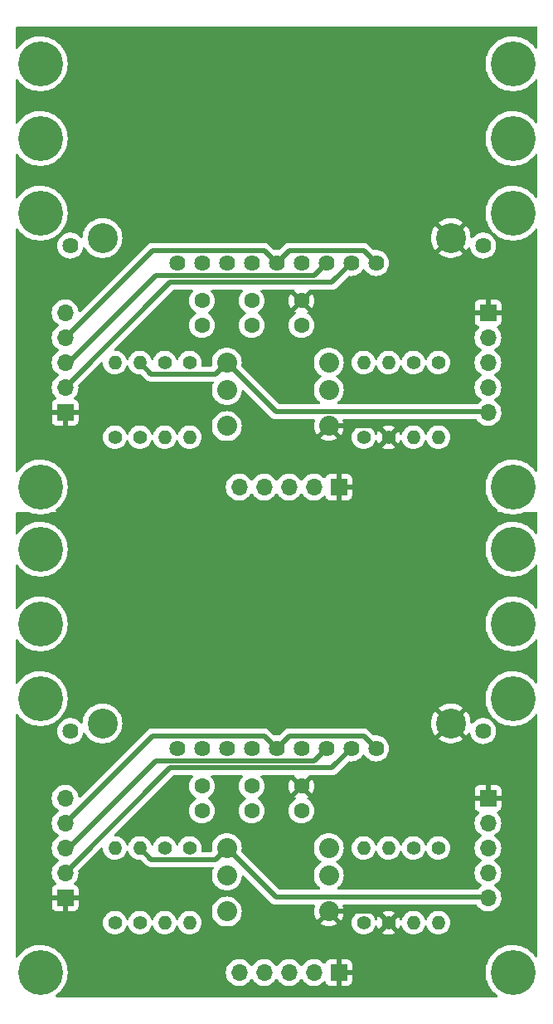
<source format=gbr>
G04 #@! TF.GenerationSoftware,KiCad,Pcbnew,8.0.2*
G04 #@! TF.CreationDate,2024-05-23T02:02:48+09:00*
G04 #@! TF.ProjectId,5way_lcd_interface,35776179-5f6c-4636-945f-696e74657266,1.0*
G04 #@! TF.SameCoordinates,Original*
G04 #@! TF.FileFunction,Copper,L1,Top*
G04 #@! TF.FilePolarity,Positive*
%FSLAX46Y46*%
G04 Gerber Fmt 4.6, Leading zero omitted, Abs format (unit mm)*
G04 Created by KiCad (PCBNEW 8.0.2) date 2024-05-23 02:02:48*
%MOMM*%
%LPD*%
G01*
G04 APERTURE LIST*
G04 #@! TA.AperFunction,ComponentPad*
%ADD10C,1.400000*%
G04 #@! TD*
G04 #@! TA.AperFunction,ComponentPad*
%ADD11O,1.400000X1.400000*%
G04 #@! TD*
G04 #@! TA.AperFunction,ComponentPad*
%ADD12O,1.700000X1.700000*%
G04 #@! TD*
G04 #@! TA.AperFunction,ComponentPad*
%ADD13R,1.700000X1.700000*%
G04 #@! TD*
G04 #@! TA.AperFunction,ComponentPad*
%ADD14C,2.032000*%
G04 #@! TD*
G04 #@! TA.AperFunction,ComponentPad*
%ADD15C,1.600000*%
G04 #@! TD*
G04 #@! TA.AperFunction,ComponentPad*
%ADD16C,1.625600*%
G04 #@! TD*
G04 #@! TA.AperFunction,ComponentPad*
%ADD17C,3.048000*%
G04 #@! TD*
G04 #@! TA.AperFunction,ViaPad*
%ADD18C,4.572000*%
G04 #@! TD*
G04 #@! TA.AperFunction,Conductor*
%ADD19C,0.508000*%
G04 #@! TD*
G04 APERTURE END LIST*
D10*
X119380000Y-137160000D03*
D11*
X119380000Y-144780000D03*
D10*
X114300000Y-144780000D03*
D11*
X114300000Y-137160000D03*
D10*
X147320000Y-137160000D03*
D11*
X147320000Y-144780000D03*
D10*
X116840000Y-144780000D03*
D11*
X116840000Y-137160000D03*
D10*
X144780000Y-137160000D03*
D11*
X144780000Y-144780000D03*
D10*
X142240000Y-144780000D03*
D11*
X142240000Y-137160000D03*
D10*
X139700000Y-144780000D03*
D11*
X139700000Y-137160000D03*
D12*
X152400000Y-142240000D03*
X152400000Y-139700000D03*
X152400000Y-137160000D03*
X152400000Y-134620000D03*
D13*
X152400000Y-132080000D03*
D10*
X121920000Y-137160000D03*
D11*
X121920000Y-144780000D03*
D14*
X125730000Y-137160000D03*
X125730000Y-139954000D03*
X125730000Y-143637000D03*
X136144000Y-143637000D03*
X136144000Y-139954000D03*
X136144000Y-137160000D03*
D15*
X123190000Y-133350000D03*
X123190000Y-130850000D03*
X133350000Y-133350000D03*
X133350000Y-130850000D03*
X128270000Y-133350000D03*
X128270000Y-130850000D03*
D12*
X109220000Y-132080000D03*
X109220000Y-134620000D03*
X109220000Y-137160000D03*
X109220000Y-139700000D03*
D13*
X109220000Y-142240000D03*
D16*
X109728000Y-125222000D03*
X151892000Y-125222000D03*
X120650000Y-127000000D03*
X123190000Y-127000000D03*
X125730000Y-127000000D03*
X128270000Y-127000000D03*
X130810000Y-127000000D03*
X133350000Y-127000000D03*
X135890000Y-127000000D03*
X138430000Y-127000000D03*
X140970000Y-127000000D03*
D17*
X113030000Y-124460000D03*
X148590000Y-124460000D03*
D13*
X137160000Y-149860000D03*
D12*
X134620000Y-149860000D03*
X132080000Y-149860000D03*
X129540000Y-149860000D03*
X127000000Y-149860000D03*
D14*
X125730000Y-87630000D03*
X125730000Y-90424000D03*
X125730000Y-94107000D03*
X136144000Y-94107000D03*
X136144000Y-90424000D03*
X136144000Y-87630000D03*
D15*
X123190000Y-83820000D03*
X123190000Y-81320000D03*
X128270000Y-83820000D03*
X128270000Y-81320000D03*
X133350000Y-83820000D03*
X133350000Y-81320000D03*
D10*
X116840000Y-95250000D03*
D11*
X116840000Y-87630000D03*
D10*
X119380000Y-87630000D03*
D11*
X119380000Y-95250000D03*
D10*
X121920000Y-87630000D03*
D11*
X121920000Y-95250000D03*
D10*
X139700000Y-95250000D03*
D11*
X139700000Y-87630000D03*
D10*
X142240000Y-95250000D03*
D11*
X142240000Y-87630000D03*
D10*
X114300000Y-95250000D03*
D11*
X114300000Y-87630000D03*
D10*
X144780000Y-87630000D03*
D11*
X144780000Y-95250000D03*
D10*
X147320000Y-87630000D03*
D11*
X147320000Y-95250000D03*
D12*
X152400000Y-92710000D03*
X152400000Y-90170000D03*
X152400000Y-87630000D03*
X152400000Y-85090000D03*
D13*
X152400000Y-82550000D03*
D16*
X109728000Y-75692000D03*
X151892000Y-75692000D03*
X120650000Y-77470000D03*
X123190000Y-77470000D03*
X125730000Y-77470000D03*
X128270000Y-77470000D03*
X130810000Y-77470000D03*
X133350000Y-77470000D03*
X135890000Y-77470000D03*
X138430000Y-77470000D03*
X140970000Y-77470000D03*
D17*
X113030000Y-74930000D03*
X148590000Y-74930000D03*
D13*
X137160000Y-100330000D03*
D12*
X134620000Y-100330000D03*
X132080000Y-100330000D03*
X129540000Y-100330000D03*
X127000000Y-100330000D03*
X109220000Y-82550000D03*
X109220000Y-85090000D03*
X109220000Y-87630000D03*
X109220000Y-90170000D03*
D13*
X109220000Y-92710000D03*
D18*
X106680000Y-121920000D03*
X154940000Y-106680000D03*
X154940000Y-114300000D03*
X106680000Y-106680000D03*
X106680000Y-114300000D03*
X106680000Y-149860000D03*
X154940000Y-149860000D03*
X154940000Y-121920000D03*
X154940000Y-57150000D03*
X106680000Y-72390000D03*
X106680000Y-57150000D03*
X106680000Y-64770000D03*
X154940000Y-64770000D03*
X154940000Y-72390000D03*
X154940000Y-100330000D03*
X106680000Y-100330000D03*
D19*
X109220000Y-139700000D02*
X109220000Y-139262078D01*
X136455189Y-128974811D02*
X138430000Y-127000000D01*
X119945189Y-128974811D02*
X136455189Y-128974811D01*
X109220000Y-139700000D02*
X119945189Y-128974811D01*
X109616410Y-137160000D02*
X109220000Y-137160000D01*
X134623199Y-128266801D02*
X118509609Y-128266801D01*
X118509609Y-128266801D02*
X109616410Y-137160000D01*
X134623199Y-128266801D02*
X135890000Y-127000000D01*
X136144000Y-143637000D02*
X136155001Y-143625999D01*
X141085999Y-143625999D02*
X142240000Y-144780000D01*
X136155001Y-143625999D02*
X141085999Y-143625999D01*
X125730000Y-137160000D02*
X130736999Y-142166999D01*
X124575999Y-138314001D02*
X125730000Y-137160000D01*
X130736999Y-142166999D02*
X152326999Y-142166999D01*
X116840000Y-137160000D02*
X117994001Y-138314001D01*
X117994001Y-138314001D02*
X124575999Y-138314001D01*
X152326999Y-142166999D02*
X152400000Y-142240000D01*
X109885134Y-134620000D02*
X109220000Y-134620000D01*
X132076801Y-125733199D02*
X139703199Y-125733199D01*
X129543199Y-125733199D02*
X130810000Y-127000000D01*
X118106801Y-125733199D02*
X129543199Y-125733199D01*
X139703199Y-125733199D02*
X140970000Y-127000000D01*
X109220000Y-134620000D02*
X118106801Y-125733199D01*
X130810000Y-127000000D02*
X132076801Y-125733199D01*
X132076801Y-76203199D02*
X139703199Y-76203199D01*
X109885134Y-85090000D02*
X109220000Y-85090000D01*
X130810000Y-77470000D02*
X132076801Y-76203199D01*
X118106801Y-76203199D02*
X129543199Y-76203199D01*
X109220000Y-85090000D02*
X118106801Y-76203199D01*
X139703199Y-76203199D02*
X140970000Y-77470000D01*
X129543199Y-76203199D02*
X130810000Y-77470000D01*
X136155001Y-94095999D02*
X141085999Y-94095999D01*
X141085999Y-94095999D02*
X142240000Y-95250000D01*
X136144000Y-94107000D02*
X136155001Y-94095999D01*
X109220000Y-90170000D02*
X119945189Y-79444811D01*
X136455189Y-79444811D02*
X138430000Y-77470000D01*
X109220000Y-90170000D02*
X109220000Y-89732078D01*
X119945189Y-79444811D02*
X136455189Y-79444811D01*
X109616410Y-87630000D02*
X109220000Y-87630000D01*
X134623199Y-78736801D02*
X118509609Y-78736801D01*
X134623199Y-78736801D02*
X135890000Y-77470000D01*
X118509609Y-78736801D02*
X109616410Y-87630000D01*
X125730000Y-87630000D02*
X130736999Y-92636999D01*
X130736999Y-92636999D02*
X152326999Y-92636999D01*
X152326999Y-92636999D02*
X152400000Y-92710000D01*
X117994001Y-88784001D02*
X124575999Y-88784001D01*
X116840000Y-87630000D02*
X117994001Y-88784001D01*
X124575999Y-88784001D02*
X125730000Y-87630000D01*
G04 #@! TA.AperFunction,Conductor*
G36*
X157397539Y-53385185D02*
G01*
X157443294Y-53437989D01*
X157454500Y-53489500D01*
X157454500Y-55473686D01*
X157434815Y-55540725D01*
X157382011Y-55586480D01*
X157312853Y-55596424D01*
X157249297Y-55567399D01*
X157231037Y-55547734D01*
X157084342Y-55350689D01*
X157084337Y-55350683D01*
X156976322Y-55236195D01*
X156860952Y-55113910D01*
X156860945Y-55113904D01*
X156860943Y-55113902D01*
X156611592Y-54904670D01*
X156339612Y-54725787D01*
X156339610Y-54725786D01*
X156048728Y-54579698D01*
X156048722Y-54579696D01*
X155742831Y-54468361D01*
X155742829Y-54468360D01*
X155501151Y-54411082D01*
X155426082Y-54393291D01*
X155102761Y-54355500D01*
X154777239Y-54355500D01*
X154453918Y-54393291D01*
X154137170Y-54468360D01*
X154137168Y-54468361D01*
X153831277Y-54579696D01*
X153831271Y-54579698D01*
X153540389Y-54725786D01*
X153540387Y-54725787D01*
X153268407Y-54904670D01*
X153019056Y-55113902D01*
X153019046Y-55113912D01*
X152795662Y-55350683D01*
X152795657Y-55350689D01*
X152601272Y-55611793D01*
X152438513Y-55893700D01*
X152438507Y-55893713D01*
X152309578Y-56192605D01*
X152216217Y-56504455D01*
X152216214Y-56504466D01*
X152159692Y-56825020D01*
X152159691Y-56825028D01*
X152140764Y-57149996D01*
X152140764Y-57150003D01*
X152159691Y-57474971D01*
X152159692Y-57474979D01*
X152216214Y-57795533D01*
X152216217Y-57795544D01*
X152309578Y-58107394D01*
X152438507Y-58406286D01*
X152438513Y-58406299D01*
X152601272Y-58688206D01*
X152795657Y-58949310D01*
X152795662Y-58949316D01*
X152911031Y-59071599D01*
X153019048Y-59186090D01*
X153019054Y-59186095D01*
X153019056Y-59186097D01*
X153268407Y-59395329D01*
X153540387Y-59574212D01*
X153540389Y-59574213D01*
X153831271Y-59720301D01*
X153831277Y-59720303D01*
X153831279Y-59720304D01*
X154137170Y-59831639D01*
X154453918Y-59906709D01*
X154777239Y-59944500D01*
X154777246Y-59944500D01*
X155102754Y-59944500D01*
X155102761Y-59944500D01*
X155426082Y-59906709D01*
X155742830Y-59831639D01*
X156048721Y-59720304D01*
X156048724Y-59720302D01*
X156048728Y-59720301D01*
X156339610Y-59574213D01*
X156339612Y-59574212D01*
X156339611Y-59574212D01*
X156339618Y-59574209D01*
X156611588Y-59395332D01*
X156860952Y-59186090D01*
X157084339Y-58949314D01*
X157231037Y-58752265D01*
X157286859Y-58710246D01*
X157356538Y-58705078D01*
X157417949Y-58738400D01*
X157451596Y-58799635D01*
X157454500Y-58826313D01*
X157454500Y-63093686D01*
X157434815Y-63160725D01*
X157382011Y-63206480D01*
X157312853Y-63216424D01*
X157249297Y-63187399D01*
X157231037Y-63167734D01*
X157084342Y-62970689D01*
X157084337Y-62970683D01*
X156976322Y-62856195D01*
X156860952Y-62733910D01*
X156860945Y-62733904D01*
X156860943Y-62733902D01*
X156611592Y-62524670D01*
X156339612Y-62345787D01*
X156339610Y-62345786D01*
X156048728Y-62199698D01*
X156048722Y-62199696D01*
X155742831Y-62088361D01*
X155742829Y-62088360D01*
X155501151Y-62031082D01*
X155426082Y-62013291D01*
X155102761Y-61975500D01*
X154777239Y-61975500D01*
X154453918Y-62013291D01*
X154137170Y-62088360D01*
X154137168Y-62088361D01*
X153831277Y-62199696D01*
X153831271Y-62199698D01*
X153540389Y-62345786D01*
X153540387Y-62345787D01*
X153268407Y-62524670D01*
X153019056Y-62733902D01*
X153019046Y-62733912D01*
X152795662Y-62970683D01*
X152795657Y-62970689D01*
X152601272Y-63231793D01*
X152438513Y-63513700D01*
X152438507Y-63513713D01*
X152309578Y-63812605D01*
X152216217Y-64124455D01*
X152216214Y-64124466D01*
X152159692Y-64445020D01*
X152159691Y-64445028D01*
X152140764Y-64769996D01*
X152140764Y-64770003D01*
X152159691Y-65094971D01*
X152159692Y-65094979D01*
X152216214Y-65415533D01*
X152216217Y-65415544D01*
X152309578Y-65727394D01*
X152438507Y-66026286D01*
X152438513Y-66026299D01*
X152601272Y-66308206D01*
X152795657Y-66569310D01*
X152795662Y-66569316D01*
X152911031Y-66691599D01*
X153019048Y-66806090D01*
X153019054Y-66806095D01*
X153019056Y-66806097D01*
X153268407Y-67015329D01*
X153540387Y-67194212D01*
X153540389Y-67194213D01*
X153831271Y-67340301D01*
X153831277Y-67340303D01*
X153831279Y-67340304D01*
X154137170Y-67451639D01*
X154453918Y-67526709D01*
X154777239Y-67564500D01*
X154777246Y-67564500D01*
X155102754Y-67564500D01*
X155102761Y-67564500D01*
X155426082Y-67526709D01*
X155742830Y-67451639D01*
X156048721Y-67340304D01*
X156048724Y-67340302D01*
X156048728Y-67340301D01*
X156339610Y-67194213D01*
X156339612Y-67194212D01*
X156339611Y-67194212D01*
X156339618Y-67194209D01*
X156611588Y-67015332D01*
X156860952Y-66806090D01*
X157084339Y-66569314D01*
X157231037Y-66372265D01*
X157286859Y-66330246D01*
X157356538Y-66325078D01*
X157417949Y-66358400D01*
X157451596Y-66419635D01*
X157454500Y-66446313D01*
X157454500Y-70713686D01*
X157434815Y-70780725D01*
X157382011Y-70826480D01*
X157312853Y-70836424D01*
X157249297Y-70807399D01*
X157231037Y-70787734D01*
X157084342Y-70590689D01*
X157084337Y-70590683D01*
X156976322Y-70476195D01*
X156860952Y-70353910D01*
X156860945Y-70353904D01*
X156860943Y-70353902D01*
X156611592Y-70144670D01*
X156339612Y-69965787D01*
X156339610Y-69965786D01*
X156048728Y-69819698D01*
X156048722Y-69819696D01*
X155742831Y-69708361D01*
X155742829Y-69708360D01*
X155501151Y-69651082D01*
X155426082Y-69633291D01*
X155102761Y-69595500D01*
X154777239Y-69595500D01*
X154453918Y-69633291D01*
X154137170Y-69708360D01*
X154137168Y-69708361D01*
X153831277Y-69819696D01*
X153831271Y-69819698D01*
X153540389Y-69965786D01*
X153540387Y-69965787D01*
X153268407Y-70144670D01*
X153019056Y-70353902D01*
X153019046Y-70353912D01*
X152795662Y-70590683D01*
X152795657Y-70590689D01*
X152601272Y-70851793D01*
X152438513Y-71133700D01*
X152438507Y-71133713D01*
X152309578Y-71432605D01*
X152216217Y-71744455D01*
X152216214Y-71744466D01*
X152159692Y-72065020D01*
X152159691Y-72065028D01*
X152140764Y-72389996D01*
X152140764Y-72390003D01*
X152159691Y-72714971D01*
X152159692Y-72714979D01*
X152216214Y-73035533D01*
X152216217Y-73035544D01*
X152309578Y-73347394D01*
X152438507Y-73646286D01*
X152438513Y-73646299D01*
X152601272Y-73928206D01*
X152795657Y-74189310D01*
X152795662Y-74189316D01*
X152911031Y-74311599D01*
X153019048Y-74426090D01*
X153019054Y-74426095D01*
X153019056Y-74426097D01*
X153268407Y-74635329D01*
X153540387Y-74814212D01*
X153540389Y-74814213D01*
X153831271Y-74960301D01*
X153831277Y-74960303D01*
X153831279Y-74960304D01*
X154137170Y-75071639D01*
X154453918Y-75146709D01*
X154777239Y-75184500D01*
X154777246Y-75184500D01*
X155102754Y-75184500D01*
X155102761Y-75184500D01*
X155426082Y-75146709D01*
X155742830Y-75071639D01*
X156048721Y-74960304D01*
X156048724Y-74960302D01*
X156048728Y-74960301D01*
X156339610Y-74814213D01*
X156339612Y-74814212D01*
X156339611Y-74814212D01*
X156339618Y-74814209D01*
X156611588Y-74635332D01*
X156633555Y-74616900D01*
X156766718Y-74505162D01*
X156860952Y-74426090D01*
X157084339Y-74189314D01*
X157231037Y-73992265D01*
X157286859Y-73950246D01*
X157356538Y-73945078D01*
X157417949Y-73978400D01*
X157451596Y-74039635D01*
X157454500Y-74066313D01*
X157454500Y-98653686D01*
X157434815Y-98720725D01*
X157382011Y-98766480D01*
X157312853Y-98776424D01*
X157249297Y-98747399D01*
X157231037Y-98727734D01*
X157084342Y-98530689D01*
X157084337Y-98530683D01*
X156976322Y-98416195D01*
X156860952Y-98293910D01*
X156860945Y-98293904D01*
X156860943Y-98293902D01*
X156611592Y-98084670D01*
X156339612Y-97905787D01*
X156339610Y-97905786D01*
X156048728Y-97759698D01*
X156048722Y-97759696D01*
X155742831Y-97648361D01*
X155742829Y-97648360D01*
X155501151Y-97591082D01*
X155426082Y-97573291D01*
X155102761Y-97535500D01*
X154777239Y-97535500D01*
X154453918Y-97573291D01*
X154137170Y-97648360D01*
X154137168Y-97648361D01*
X153831277Y-97759696D01*
X153831271Y-97759698D01*
X153540389Y-97905786D01*
X153540387Y-97905787D01*
X153268407Y-98084670D01*
X153019056Y-98293902D01*
X153019046Y-98293912D01*
X152795662Y-98530683D01*
X152795657Y-98530689D01*
X152601272Y-98791793D01*
X152438513Y-99073700D01*
X152438507Y-99073713D01*
X152309578Y-99372605D01*
X152216217Y-99684455D01*
X152216214Y-99684466D01*
X152159692Y-100005020D01*
X152159691Y-100005028D01*
X152140764Y-100329996D01*
X152140764Y-100330003D01*
X152159691Y-100654971D01*
X152159692Y-100654979D01*
X152216214Y-100975533D01*
X152216217Y-100975544D01*
X152309578Y-101287394D01*
X152438507Y-101586286D01*
X152438513Y-101586299D01*
X152601272Y-101868206D01*
X152795657Y-102129310D01*
X152795662Y-102129316D01*
X152911031Y-102251599D01*
X153019048Y-102366090D01*
X153019054Y-102366095D01*
X153019056Y-102366097D01*
X153268407Y-102575329D01*
X153331612Y-102616899D01*
X153376806Y-102670184D01*
X153386017Y-102739444D01*
X153356322Y-102802689D01*
X153297148Y-102839840D01*
X153263473Y-102844500D01*
X108356527Y-102844500D01*
X108289488Y-102824815D01*
X108243733Y-102772011D01*
X108233789Y-102702853D01*
X108262814Y-102639297D01*
X108288388Y-102616899D01*
X108351588Y-102575332D01*
X108600952Y-102366090D01*
X108824339Y-102129314D01*
X109018728Y-101868205D01*
X109181489Y-101586295D01*
X109310421Y-101287395D01*
X109403782Y-100975548D01*
X109460309Y-100654971D01*
X109479236Y-100330000D01*
X109479236Y-100329994D01*
X125636844Y-100329994D01*
X125636844Y-100330005D01*
X125655434Y-100554359D01*
X125655436Y-100554371D01*
X125710703Y-100772614D01*
X125801140Y-100978792D01*
X125924276Y-101167265D01*
X125924284Y-101167276D01*
X126044513Y-101297877D01*
X126076760Y-101332906D01*
X126254424Y-101471189D01*
X126254425Y-101471189D01*
X126254427Y-101471191D01*
X126376378Y-101537187D01*
X126452426Y-101578342D01*
X126665365Y-101651444D01*
X126887431Y-101688500D01*
X127112569Y-101688500D01*
X127334635Y-101651444D01*
X127547574Y-101578342D01*
X127745576Y-101471189D01*
X127923240Y-101332906D01*
X128075722Y-101167268D01*
X128166193Y-101028790D01*
X128219338Y-100983437D01*
X128288569Y-100974013D01*
X128351905Y-101003515D01*
X128373804Y-101028787D01*
X128464278Y-101167268D01*
X128464283Y-101167273D01*
X128464284Y-101167276D01*
X128584513Y-101297877D01*
X128616760Y-101332906D01*
X128794424Y-101471189D01*
X128794425Y-101471189D01*
X128794427Y-101471191D01*
X128916378Y-101537187D01*
X128992426Y-101578342D01*
X129205365Y-101651444D01*
X129427431Y-101688500D01*
X129652569Y-101688500D01*
X129874635Y-101651444D01*
X130087574Y-101578342D01*
X130285576Y-101471189D01*
X130463240Y-101332906D01*
X130615722Y-101167268D01*
X130706193Y-101028790D01*
X130759338Y-100983437D01*
X130828569Y-100974013D01*
X130891905Y-101003515D01*
X130913804Y-101028787D01*
X131004278Y-101167268D01*
X131004283Y-101167273D01*
X131004284Y-101167276D01*
X131124513Y-101297877D01*
X131156760Y-101332906D01*
X131334424Y-101471189D01*
X131334425Y-101471189D01*
X131334427Y-101471191D01*
X131456378Y-101537187D01*
X131532426Y-101578342D01*
X131745365Y-101651444D01*
X131967431Y-101688500D01*
X132192569Y-101688500D01*
X132414635Y-101651444D01*
X132627574Y-101578342D01*
X132825576Y-101471189D01*
X133003240Y-101332906D01*
X133155722Y-101167268D01*
X133246193Y-101028790D01*
X133299338Y-100983437D01*
X133368569Y-100974013D01*
X133431905Y-101003515D01*
X133453804Y-101028787D01*
X133544278Y-101167268D01*
X133544283Y-101167273D01*
X133544284Y-101167276D01*
X133664513Y-101297877D01*
X133696760Y-101332906D01*
X133874424Y-101471189D01*
X133874425Y-101471189D01*
X133874427Y-101471191D01*
X133996378Y-101537187D01*
X134072426Y-101578342D01*
X134285365Y-101651444D01*
X134507431Y-101688500D01*
X134732569Y-101688500D01*
X134954635Y-101651444D01*
X135167574Y-101578342D01*
X135365576Y-101471189D01*
X135543240Y-101332906D01*
X135612908Y-101257226D01*
X135672793Y-101221237D01*
X135742631Y-101223337D01*
X135800247Y-101262860D01*
X135820318Y-101297877D01*
X135866645Y-101422086D01*
X135866649Y-101422093D01*
X135952809Y-101537187D01*
X135952812Y-101537190D01*
X136067906Y-101623350D01*
X136067913Y-101623354D01*
X136202620Y-101673596D01*
X136202627Y-101673598D01*
X136262155Y-101679999D01*
X136262172Y-101680000D01*
X136910000Y-101680000D01*
X136910000Y-100763012D01*
X136967007Y-100795925D01*
X137094174Y-100830000D01*
X137225826Y-100830000D01*
X137352993Y-100795925D01*
X137410000Y-100763012D01*
X137410000Y-101680000D01*
X138057828Y-101680000D01*
X138057844Y-101679999D01*
X138117372Y-101673598D01*
X138117379Y-101673596D01*
X138252086Y-101623354D01*
X138252093Y-101623350D01*
X138367187Y-101537190D01*
X138367190Y-101537187D01*
X138453350Y-101422093D01*
X138453354Y-101422086D01*
X138503596Y-101287379D01*
X138503598Y-101287372D01*
X138509999Y-101227844D01*
X138510000Y-101227827D01*
X138510000Y-100580000D01*
X137593012Y-100580000D01*
X137625925Y-100522993D01*
X137660000Y-100395826D01*
X137660000Y-100264174D01*
X137625925Y-100137007D01*
X137593012Y-100080000D01*
X138510000Y-100080000D01*
X138510000Y-99432172D01*
X138509999Y-99432155D01*
X138503598Y-99372627D01*
X138503596Y-99372620D01*
X138453354Y-99237913D01*
X138453350Y-99237906D01*
X138367190Y-99122812D01*
X138367187Y-99122809D01*
X138252093Y-99036649D01*
X138252086Y-99036645D01*
X138117379Y-98986403D01*
X138117372Y-98986401D01*
X138057844Y-98980000D01*
X137410000Y-98980000D01*
X137410000Y-99896988D01*
X137352993Y-99864075D01*
X137225826Y-99830000D01*
X137094174Y-99830000D01*
X136967007Y-99864075D01*
X136910000Y-99896988D01*
X136910000Y-98980000D01*
X136262155Y-98980000D01*
X136202627Y-98986401D01*
X136202620Y-98986403D01*
X136067913Y-99036645D01*
X136067906Y-99036649D01*
X135952812Y-99122809D01*
X135952809Y-99122812D01*
X135866649Y-99237906D01*
X135866646Y-99237911D01*
X135820318Y-99362123D01*
X135778446Y-99418056D01*
X135712982Y-99442473D01*
X135644709Y-99427621D01*
X135612910Y-99402775D01*
X135543240Y-99327094D01*
X135365576Y-99188811D01*
X135365575Y-99188810D01*
X135365572Y-99188808D01*
X135167580Y-99081661D01*
X135167577Y-99081659D01*
X135167574Y-99081658D01*
X135167571Y-99081657D01*
X135167569Y-99081656D01*
X134954637Y-99008556D01*
X134732569Y-98971500D01*
X134507431Y-98971500D01*
X134285362Y-99008556D01*
X134072430Y-99081656D01*
X134072419Y-99081661D01*
X133874427Y-99188808D01*
X133874422Y-99188812D01*
X133696761Y-99327092D01*
X133696756Y-99327097D01*
X133544284Y-99492723D01*
X133544276Y-99492734D01*
X133453808Y-99631206D01*
X133400662Y-99676562D01*
X133331431Y-99685986D01*
X133268095Y-99656484D01*
X133246192Y-99631206D01*
X133155723Y-99492734D01*
X133155715Y-99492723D01*
X133003243Y-99327097D01*
X133003238Y-99327092D01*
X132825577Y-99188812D01*
X132825572Y-99188808D01*
X132627580Y-99081661D01*
X132627577Y-99081659D01*
X132627574Y-99081658D01*
X132627571Y-99081657D01*
X132627569Y-99081656D01*
X132414637Y-99008556D01*
X132192569Y-98971500D01*
X131967431Y-98971500D01*
X131745362Y-99008556D01*
X131532430Y-99081656D01*
X131532419Y-99081661D01*
X131334427Y-99188808D01*
X131334422Y-99188812D01*
X131156761Y-99327092D01*
X131156756Y-99327097D01*
X131004284Y-99492723D01*
X131004276Y-99492734D01*
X130913808Y-99631206D01*
X130860662Y-99676562D01*
X130791431Y-99685986D01*
X130728095Y-99656484D01*
X130706192Y-99631206D01*
X130615723Y-99492734D01*
X130615715Y-99492723D01*
X130463243Y-99327097D01*
X130463238Y-99327092D01*
X130285577Y-99188812D01*
X130285572Y-99188808D01*
X130087580Y-99081661D01*
X130087577Y-99081659D01*
X130087574Y-99081658D01*
X130087571Y-99081657D01*
X130087569Y-99081656D01*
X129874637Y-99008556D01*
X129652569Y-98971500D01*
X129427431Y-98971500D01*
X129205362Y-99008556D01*
X128992430Y-99081656D01*
X128992419Y-99081661D01*
X128794427Y-99188808D01*
X128794422Y-99188812D01*
X128616761Y-99327092D01*
X128616756Y-99327097D01*
X128464284Y-99492723D01*
X128464276Y-99492734D01*
X128373808Y-99631206D01*
X128320662Y-99676562D01*
X128251431Y-99685986D01*
X128188095Y-99656484D01*
X128166192Y-99631206D01*
X128075723Y-99492734D01*
X128075715Y-99492723D01*
X127923243Y-99327097D01*
X127923238Y-99327092D01*
X127745577Y-99188812D01*
X127745572Y-99188808D01*
X127547580Y-99081661D01*
X127547577Y-99081659D01*
X127547574Y-99081658D01*
X127547571Y-99081657D01*
X127547569Y-99081656D01*
X127334637Y-99008556D01*
X127112569Y-98971500D01*
X126887431Y-98971500D01*
X126665362Y-99008556D01*
X126452430Y-99081656D01*
X126452419Y-99081661D01*
X126254427Y-99188808D01*
X126254422Y-99188812D01*
X126076761Y-99327092D01*
X126076756Y-99327097D01*
X125924284Y-99492723D01*
X125924276Y-99492734D01*
X125801140Y-99681207D01*
X125710703Y-99887385D01*
X125655436Y-100105628D01*
X125655434Y-100105640D01*
X125636844Y-100329994D01*
X109479236Y-100329994D01*
X109460309Y-100005029D01*
X109429446Y-99830000D01*
X109403785Y-99684466D01*
X109403783Y-99684460D01*
X109403782Y-99684452D01*
X109310421Y-99372605D01*
X109181489Y-99073705D01*
X109018728Y-98791795D01*
X109006166Y-98774921D01*
X108824342Y-98530689D01*
X108824337Y-98530683D01*
X108716322Y-98416195D01*
X108600952Y-98293910D01*
X108600945Y-98293904D01*
X108600943Y-98293902D01*
X108351592Y-98084670D01*
X108079612Y-97905787D01*
X108079610Y-97905786D01*
X107788728Y-97759698D01*
X107788722Y-97759696D01*
X107482831Y-97648361D01*
X107482829Y-97648360D01*
X107241151Y-97591082D01*
X107166082Y-97573291D01*
X106842761Y-97535500D01*
X106517239Y-97535500D01*
X106193918Y-97573291D01*
X105877170Y-97648360D01*
X105877168Y-97648361D01*
X105571277Y-97759696D01*
X105571271Y-97759698D01*
X105280389Y-97905786D01*
X105280387Y-97905787D01*
X105008407Y-98084670D01*
X104759056Y-98293902D01*
X104759046Y-98293912D01*
X104535662Y-98530683D01*
X104535657Y-98530689D01*
X104388963Y-98727734D01*
X104333140Y-98769753D01*
X104263462Y-98774921D01*
X104202051Y-98741599D01*
X104168404Y-98680364D01*
X104165500Y-98653686D01*
X104165500Y-95249998D01*
X113086884Y-95249998D01*
X113086884Y-95250001D01*
X113105313Y-95460649D01*
X113105315Y-95460660D01*
X113160041Y-95664902D01*
X113160043Y-95664906D01*
X113160044Y-95664910D01*
X113169575Y-95685349D01*
X113249410Y-95856556D01*
X113249411Y-95856558D01*
X113370700Y-96029778D01*
X113520221Y-96179299D01*
X113520224Y-96179301D01*
X113693442Y-96300589D01*
X113885090Y-96389956D01*
X114089345Y-96444686D01*
X114239812Y-96457850D01*
X114299998Y-96463116D01*
X114300000Y-96463116D01*
X114300002Y-96463116D01*
X114352663Y-96458508D01*
X114510655Y-96444686D01*
X114714910Y-96389956D01*
X114906558Y-96300589D01*
X115079776Y-96179301D01*
X115229301Y-96029776D01*
X115350589Y-95856558D01*
X115439956Y-95664910D01*
X115450225Y-95626586D01*
X115486590Y-95566925D01*
X115549436Y-95536396D01*
X115618812Y-95544690D01*
X115672690Y-95589175D01*
X115689775Y-95626586D01*
X115700041Y-95664902D01*
X115700043Y-95664906D01*
X115700044Y-95664910D01*
X115709575Y-95685349D01*
X115789410Y-95856556D01*
X115789411Y-95856558D01*
X115910700Y-96029778D01*
X116060221Y-96179299D01*
X116060224Y-96179301D01*
X116233442Y-96300589D01*
X116425090Y-96389956D01*
X116629345Y-96444686D01*
X116779812Y-96457850D01*
X116839998Y-96463116D01*
X116840000Y-96463116D01*
X116840002Y-96463116D01*
X116892663Y-96458508D01*
X117050655Y-96444686D01*
X117254910Y-96389956D01*
X117446558Y-96300589D01*
X117619776Y-96179301D01*
X117769301Y-96029776D01*
X117890589Y-95856558D01*
X117979956Y-95664910D01*
X117990225Y-95626586D01*
X118026590Y-95566925D01*
X118089436Y-95536396D01*
X118158812Y-95544690D01*
X118212690Y-95589175D01*
X118229775Y-95626586D01*
X118240041Y-95664902D01*
X118240043Y-95664906D01*
X118240044Y-95664910D01*
X118249575Y-95685349D01*
X118329410Y-95856556D01*
X118329411Y-95856558D01*
X118450700Y-96029778D01*
X118600221Y-96179299D01*
X118600224Y-96179301D01*
X118773442Y-96300589D01*
X118965090Y-96389956D01*
X119169345Y-96444686D01*
X119319812Y-96457850D01*
X119379998Y-96463116D01*
X119380000Y-96463116D01*
X119380002Y-96463116D01*
X119432663Y-96458508D01*
X119590655Y-96444686D01*
X119794910Y-96389956D01*
X119986558Y-96300589D01*
X120159776Y-96179301D01*
X120309301Y-96029776D01*
X120430589Y-95856558D01*
X120519956Y-95664910D01*
X120530225Y-95626586D01*
X120566590Y-95566925D01*
X120629436Y-95536396D01*
X120698812Y-95544690D01*
X120752690Y-95589175D01*
X120769775Y-95626586D01*
X120780041Y-95664902D01*
X120780043Y-95664906D01*
X120780044Y-95664910D01*
X120789575Y-95685349D01*
X120869410Y-95856556D01*
X120869411Y-95856558D01*
X120990700Y-96029778D01*
X121140221Y-96179299D01*
X121140224Y-96179301D01*
X121313442Y-96300589D01*
X121505090Y-96389956D01*
X121709345Y-96444686D01*
X121859812Y-96457850D01*
X121919998Y-96463116D01*
X121920000Y-96463116D01*
X121920002Y-96463116D01*
X121972663Y-96458508D01*
X122130655Y-96444686D01*
X122334910Y-96389956D01*
X122526558Y-96300589D01*
X122699776Y-96179301D01*
X122849301Y-96029776D01*
X122970589Y-95856558D01*
X123059956Y-95664910D01*
X123114686Y-95460655D01*
X123133116Y-95250000D01*
X123114686Y-95039345D01*
X123070225Y-94873414D01*
X123059958Y-94835097D01*
X123059957Y-94835094D01*
X123059956Y-94835090D01*
X122970589Y-94643442D01*
X122849301Y-94470224D01*
X122849299Y-94470221D01*
X122699778Y-94320700D01*
X122526558Y-94199411D01*
X122526556Y-94199410D01*
X122505071Y-94189391D01*
X122334910Y-94110044D01*
X122334906Y-94110043D01*
X122334902Y-94110041D01*
X122323553Y-94107000D01*
X124200786Y-94107000D01*
X124219612Y-94346219D01*
X124275630Y-94579553D01*
X124275630Y-94579554D01*
X124367457Y-94801245D01*
X124367459Y-94801248D01*
X124492837Y-95005846D01*
X124492841Y-95005851D01*
X124517818Y-95035095D01*
X124648682Y-95188318D01*
X124765481Y-95288073D01*
X124831148Y-95344158D01*
X124831153Y-95344162D01*
X125035751Y-95469540D01*
X125035754Y-95469542D01*
X125257446Y-95561369D01*
X125315779Y-95575373D01*
X125490778Y-95617387D01*
X125730000Y-95636214D01*
X125969222Y-95617387D01*
X126202553Y-95561369D01*
X126202554Y-95561369D01*
X126424245Y-95469542D01*
X126424246Y-95469541D01*
X126424249Y-95469540D01*
X126628849Y-95344160D01*
X126811318Y-95188318D01*
X126967160Y-95005849D01*
X127092540Y-94801249D01*
X127092542Y-94801245D01*
X127184369Y-94579554D01*
X127184369Y-94579553D01*
X127200226Y-94513502D01*
X127240387Y-94346222D01*
X127259214Y-94107000D01*
X127240387Y-93867778D01*
X127203041Y-93712224D01*
X127184369Y-93634446D01*
X127184369Y-93634445D01*
X127092542Y-93412754D01*
X127092540Y-93412751D01*
X126967162Y-93208153D01*
X126967158Y-93208148D01*
X126883416Y-93110099D01*
X126811318Y-93025682D01*
X126704392Y-92934359D01*
X126628851Y-92869841D01*
X126628846Y-92869837D01*
X126424248Y-92744459D01*
X126424245Y-92744457D01*
X126202553Y-92652630D01*
X125969218Y-92596612D01*
X125969219Y-92596612D01*
X125730000Y-92577786D01*
X125490780Y-92596612D01*
X125257446Y-92652630D01*
X125257445Y-92652630D01*
X125035754Y-92744457D01*
X125035751Y-92744459D01*
X124831153Y-92869837D01*
X124831148Y-92869841D01*
X124648682Y-93025682D01*
X124492841Y-93208148D01*
X124492837Y-93208153D01*
X124367459Y-93412751D01*
X124367457Y-93412754D01*
X124275630Y-93634445D01*
X124275630Y-93634446D01*
X124219612Y-93867780D01*
X124200786Y-94107000D01*
X122323553Y-94107000D01*
X122130660Y-94055315D01*
X122130656Y-94055314D01*
X122130655Y-94055314D01*
X122130654Y-94055313D01*
X122130649Y-94055313D01*
X121920002Y-94036884D01*
X121919998Y-94036884D01*
X121709350Y-94055313D01*
X121709339Y-94055315D01*
X121505097Y-94110041D01*
X121505088Y-94110045D01*
X121313443Y-94199410D01*
X121313441Y-94199411D01*
X121140221Y-94320700D01*
X120990700Y-94470221D01*
X120869411Y-94643441D01*
X120869410Y-94643443D01*
X120780045Y-94835088D01*
X120780042Y-94835094D01*
X120769775Y-94873414D01*
X120733410Y-94933074D01*
X120670563Y-94963603D01*
X120601187Y-94955308D01*
X120547309Y-94910823D01*
X120530225Y-94873414D01*
X120519957Y-94835094D01*
X120519956Y-94835090D01*
X120430589Y-94643442D01*
X120309301Y-94470224D01*
X120309299Y-94470221D01*
X120159778Y-94320700D01*
X119986558Y-94199411D01*
X119986556Y-94199410D01*
X119965071Y-94189391D01*
X119794910Y-94110044D01*
X119794906Y-94110043D01*
X119794902Y-94110041D01*
X119590660Y-94055315D01*
X119590656Y-94055314D01*
X119590655Y-94055314D01*
X119590654Y-94055313D01*
X119590649Y-94055313D01*
X119380002Y-94036884D01*
X119379998Y-94036884D01*
X119169350Y-94055313D01*
X119169339Y-94055315D01*
X118965097Y-94110041D01*
X118965088Y-94110045D01*
X118773443Y-94199410D01*
X118773441Y-94199411D01*
X118600221Y-94320700D01*
X118450700Y-94470221D01*
X118329411Y-94643441D01*
X118329410Y-94643443D01*
X118240045Y-94835088D01*
X118240042Y-94835094D01*
X118229775Y-94873414D01*
X118193410Y-94933074D01*
X118130563Y-94963603D01*
X118061187Y-94955308D01*
X118007309Y-94910823D01*
X117990225Y-94873414D01*
X117979957Y-94835094D01*
X117979956Y-94835090D01*
X117890589Y-94643442D01*
X117769301Y-94470224D01*
X117769299Y-94470221D01*
X117619778Y-94320700D01*
X117446558Y-94199411D01*
X117446556Y-94199410D01*
X117425071Y-94189391D01*
X117254910Y-94110044D01*
X117254906Y-94110043D01*
X117254902Y-94110041D01*
X117050660Y-94055315D01*
X117050656Y-94055314D01*
X117050655Y-94055314D01*
X117050654Y-94055313D01*
X117050649Y-94055313D01*
X116840002Y-94036884D01*
X116839998Y-94036884D01*
X116629350Y-94055313D01*
X116629339Y-94055315D01*
X116425097Y-94110041D01*
X116425088Y-94110045D01*
X116233443Y-94199410D01*
X116233441Y-94199411D01*
X116060221Y-94320700D01*
X115910700Y-94470221D01*
X115789411Y-94643441D01*
X115789410Y-94643443D01*
X115700045Y-94835088D01*
X115700042Y-94835094D01*
X115689775Y-94873414D01*
X115653410Y-94933074D01*
X115590563Y-94963603D01*
X115521187Y-94955308D01*
X115467309Y-94910823D01*
X115450225Y-94873414D01*
X115439957Y-94835094D01*
X115439956Y-94835090D01*
X115350589Y-94643442D01*
X115229301Y-94470224D01*
X115229299Y-94470221D01*
X115079778Y-94320700D01*
X114906558Y-94199411D01*
X114906556Y-94199410D01*
X114885071Y-94189391D01*
X114714910Y-94110044D01*
X114714906Y-94110043D01*
X114714902Y-94110041D01*
X114510660Y-94055315D01*
X114510656Y-94055314D01*
X114510655Y-94055314D01*
X114510654Y-94055313D01*
X114510649Y-94055313D01*
X114300002Y-94036884D01*
X114299998Y-94036884D01*
X114089350Y-94055313D01*
X114089339Y-94055315D01*
X113885097Y-94110041D01*
X113885088Y-94110045D01*
X113693443Y-94199410D01*
X113693441Y-94199411D01*
X113520221Y-94320700D01*
X113370700Y-94470221D01*
X113249411Y-94643441D01*
X113249410Y-94643443D01*
X113160045Y-94835088D01*
X113160041Y-94835097D01*
X113105315Y-95039339D01*
X113105313Y-95039350D01*
X113086884Y-95249998D01*
X104165500Y-95249998D01*
X104165500Y-82549994D01*
X107856844Y-82549994D01*
X107856844Y-82550005D01*
X107875434Y-82774359D01*
X107875436Y-82774371D01*
X107930703Y-82992614D01*
X108021140Y-83198792D01*
X108144276Y-83387265D01*
X108144284Y-83387276D01*
X108296756Y-83552902D01*
X108296760Y-83552906D01*
X108474424Y-83691189D01*
X108474429Y-83691191D01*
X108474431Y-83691193D01*
X108510930Y-83710946D01*
X108560520Y-83760165D01*
X108575628Y-83828382D01*
X108551457Y-83893937D01*
X108510930Y-83929054D01*
X108474431Y-83948806D01*
X108474422Y-83948812D01*
X108296761Y-84087092D01*
X108296756Y-84087097D01*
X108144284Y-84252723D01*
X108144276Y-84252734D01*
X108021140Y-84441207D01*
X107930703Y-84647385D01*
X107875436Y-84865628D01*
X107875434Y-84865640D01*
X107856844Y-85089994D01*
X107856844Y-85090005D01*
X107875434Y-85314359D01*
X107875436Y-85314371D01*
X107930703Y-85532614D01*
X108021140Y-85738792D01*
X108144276Y-85927265D01*
X108144284Y-85927276D01*
X108296756Y-86092902D01*
X108296760Y-86092906D01*
X108474424Y-86231189D01*
X108474429Y-86231191D01*
X108474431Y-86231193D01*
X108510930Y-86250946D01*
X108560520Y-86300165D01*
X108575628Y-86368382D01*
X108551457Y-86433937D01*
X108510930Y-86469054D01*
X108474431Y-86488806D01*
X108474422Y-86488812D01*
X108296761Y-86627092D01*
X108296756Y-86627097D01*
X108144284Y-86792723D01*
X108144276Y-86792734D01*
X108021140Y-86981207D01*
X107930703Y-87187385D01*
X107875436Y-87405628D01*
X107875434Y-87405640D01*
X107856844Y-87629994D01*
X107856844Y-87630005D01*
X107875434Y-87854359D01*
X107875436Y-87854371D01*
X107930703Y-88072614D01*
X108021140Y-88278792D01*
X108144276Y-88467265D01*
X108144284Y-88467276D01*
X108296756Y-88632902D01*
X108296760Y-88632906D01*
X108474424Y-88771189D01*
X108474429Y-88771191D01*
X108474431Y-88771193D01*
X108510930Y-88790946D01*
X108560520Y-88840165D01*
X108575628Y-88908382D01*
X108551457Y-88973937D01*
X108510930Y-89009054D01*
X108474431Y-89028806D01*
X108474422Y-89028812D01*
X108296761Y-89167092D01*
X108296756Y-89167097D01*
X108144284Y-89332723D01*
X108144276Y-89332734D01*
X108021140Y-89521207D01*
X107930703Y-89727385D01*
X107875436Y-89945628D01*
X107875434Y-89945640D01*
X107856844Y-90169994D01*
X107856844Y-90170005D01*
X107875434Y-90394359D01*
X107875436Y-90394371D01*
X107930703Y-90612614D01*
X108021140Y-90818792D01*
X108071944Y-90896553D01*
X108144278Y-91007268D01*
X108295707Y-91171762D01*
X108326629Y-91234415D01*
X108318769Y-91303841D01*
X108274622Y-91357997D01*
X108247811Y-91371926D01*
X108127912Y-91416646D01*
X108127906Y-91416649D01*
X108012812Y-91502809D01*
X108012809Y-91502812D01*
X107926649Y-91617906D01*
X107926645Y-91617913D01*
X107876403Y-91752620D01*
X107876401Y-91752627D01*
X107870000Y-91812155D01*
X107870000Y-92460000D01*
X108786988Y-92460000D01*
X108754075Y-92517007D01*
X108720000Y-92644174D01*
X108720000Y-92775826D01*
X108754075Y-92902993D01*
X108786988Y-92960000D01*
X107870000Y-92960000D01*
X107870000Y-93607844D01*
X107876401Y-93667372D01*
X107876403Y-93667379D01*
X107926645Y-93802086D01*
X107926649Y-93802093D01*
X108012809Y-93917187D01*
X108012812Y-93917190D01*
X108127906Y-94003350D01*
X108127913Y-94003354D01*
X108262620Y-94053596D01*
X108262627Y-94053598D01*
X108322155Y-94059999D01*
X108322172Y-94060000D01*
X108970000Y-94060000D01*
X108970000Y-93143012D01*
X109027007Y-93175925D01*
X109154174Y-93210000D01*
X109285826Y-93210000D01*
X109412993Y-93175925D01*
X109470000Y-93143012D01*
X109470000Y-94060000D01*
X110117828Y-94060000D01*
X110117844Y-94059999D01*
X110177372Y-94053598D01*
X110177379Y-94053596D01*
X110312086Y-94003354D01*
X110312093Y-94003350D01*
X110427187Y-93917190D01*
X110427190Y-93917187D01*
X110513350Y-93802093D01*
X110513354Y-93802086D01*
X110563596Y-93667379D01*
X110563598Y-93667372D01*
X110569999Y-93607844D01*
X110570000Y-93607827D01*
X110570000Y-92960000D01*
X109653012Y-92960000D01*
X109685925Y-92902993D01*
X109720000Y-92775826D01*
X109720000Y-92644174D01*
X109685925Y-92517007D01*
X109653012Y-92460000D01*
X110570000Y-92460000D01*
X110570000Y-91812172D01*
X110569999Y-91812155D01*
X110563598Y-91752627D01*
X110563596Y-91752620D01*
X110513354Y-91617913D01*
X110513350Y-91617906D01*
X110427190Y-91502812D01*
X110427187Y-91502809D01*
X110312093Y-91416649D01*
X110312088Y-91416646D01*
X110192188Y-91371926D01*
X110136255Y-91330054D01*
X110111838Y-91264590D01*
X110126690Y-91196317D01*
X110144286Y-91171769D01*
X110295722Y-91007268D01*
X110418860Y-90818791D01*
X110509296Y-90612616D01*
X110564564Y-90394368D01*
X110564565Y-90394359D01*
X110583156Y-90170005D01*
X110583156Y-90169994D01*
X110566107Y-89964255D01*
X110580188Y-89895819D01*
X110601999Y-89866337D01*
X112878857Y-87589479D01*
X112940178Y-87555996D01*
X113009870Y-87560980D01*
X113065803Y-87602852D01*
X113090064Y-87666354D01*
X113105313Y-87840650D01*
X113105315Y-87840660D01*
X113160041Y-88044902D01*
X113160043Y-88044906D01*
X113160044Y-88044910D01*
X113186924Y-88102554D01*
X113249410Y-88236556D01*
X113249411Y-88236558D01*
X113370700Y-88409778D01*
X113520221Y-88559299D01*
X113520224Y-88559301D01*
X113693442Y-88680589D01*
X113885090Y-88769956D01*
X113885096Y-88769957D01*
X113885097Y-88769958D01*
X113934255Y-88783129D01*
X114089345Y-88824686D01*
X114233660Y-88837312D01*
X114299998Y-88843116D01*
X114300000Y-88843116D01*
X114300002Y-88843116D01*
X114352663Y-88838508D01*
X114510655Y-88824686D01*
X114714910Y-88769956D01*
X114906558Y-88680589D01*
X115079776Y-88559301D01*
X115229301Y-88409776D01*
X115350589Y-88236558D01*
X115439956Y-88044910D01*
X115450225Y-88006586D01*
X115486590Y-87946925D01*
X115549436Y-87916396D01*
X115618812Y-87924690D01*
X115672690Y-87969175D01*
X115689775Y-88006586D01*
X115700041Y-88044902D01*
X115700043Y-88044906D01*
X115700044Y-88044910D01*
X115726924Y-88102554D01*
X115789410Y-88236556D01*
X115789411Y-88236558D01*
X115910700Y-88409778D01*
X116060221Y-88559299D01*
X116060224Y-88559301D01*
X116233442Y-88680589D01*
X116425090Y-88769956D01*
X116425096Y-88769957D01*
X116425097Y-88769958D01*
X116474255Y-88783129D01*
X116629345Y-88824686D01*
X116773660Y-88837312D01*
X116839998Y-88843116D01*
X116839999Y-88843116D01*
X116839999Y-88843115D01*
X116840000Y-88843116D01*
X116906333Y-88837312D01*
X116974831Y-88851078D01*
X117004821Y-88873159D01*
X117507930Y-89376269D01*
X117507931Y-89376270D01*
X117507934Y-89376272D01*
X117507936Y-89376274D01*
X117632822Y-89459719D01*
X117771588Y-89517198D01*
X117771592Y-89517198D01*
X117771593Y-89517199D01*
X117918898Y-89546501D01*
X117918901Y-89546501D01*
X118069101Y-89546501D01*
X124258481Y-89546501D01*
X124325520Y-89566186D01*
X124371275Y-89618990D01*
X124381219Y-89688148D01*
X124368963Y-89726802D01*
X124367454Y-89729761D01*
X124275630Y-89951445D01*
X124275630Y-89951446D01*
X124219612Y-90184780D01*
X124200786Y-90424000D01*
X124219612Y-90663219D01*
X124275630Y-90896553D01*
X124275630Y-90896554D01*
X124367457Y-91118245D01*
X124367459Y-91118248D01*
X124492837Y-91322846D01*
X124492841Y-91322851D01*
X124534755Y-91371926D01*
X124648682Y-91505318D01*
X124723025Y-91568812D01*
X124831148Y-91661158D01*
X124831153Y-91661162D01*
X125035751Y-91786540D01*
X125035754Y-91786542D01*
X125257446Y-91878369D01*
X125315779Y-91892373D01*
X125490778Y-91934387D01*
X125730000Y-91953214D01*
X125969222Y-91934387D01*
X126202553Y-91878369D01*
X126202554Y-91878369D01*
X126424245Y-91786542D01*
X126424246Y-91786541D01*
X126424249Y-91786540D01*
X126586154Y-91687323D01*
X126628846Y-91661162D01*
X126628846Y-91661161D01*
X126628849Y-91661160D01*
X126811318Y-91505318D01*
X126967160Y-91322849D01*
X127092540Y-91118249D01*
X127092542Y-91118245D01*
X127184369Y-90896554D01*
X127184369Y-90896553D01*
X127203038Y-90818791D01*
X127240387Y-90663222D01*
X127251713Y-90519301D01*
X127276596Y-90454014D01*
X127332827Y-90412543D01*
X127402553Y-90408056D01*
X127463012Y-90441350D01*
X130250928Y-93229267D01*
X130250931Y-93229270D01*
X130360187Y-93302272D01*
X130360188Y-93302272D01*
X130360189Y-93302273D01*
X130375820Y-93312717D01*
X130514586Y-93370196D01*
X130514590Y-93370196D01*
X130514591Y-93370197D01*
X130661896Y-93399499D01*
X130661899Y-93399499D01*
X134610570Y-93399499D01*
X134677609Y-93419184D01*
X134723364Y-93471988D01*
X134733308Y-93541146D01*
X134725131Y-93570951D01*
X134697743Y-93637070D01*
X134697742Y-93637072D01*
X134642033Y-93869116D01*
X134623312Y-94107000D01*
X134642033Y-94344883D01*
X134697742Y-94576925D01*
X134789056Y-94797378D01*
X134907229Y-94990217D01*
X135654504Y-94242941D01*
X135670619Y-94303081D01*
X135737498Y-94418920D01*
X135832080Y-94513502D01*
X135947919Y-94580381D01*
X136008057Y-94596494D01*
X135260781Y-95343769D01*
X135453621Y-95461943D01*
X135674075Y-95553257D01*
X135674072Y-95553257D01*
X135906116Y-95608966D01*
X136144000Y-95627687D01*
X136381883Y-95608966D01*
X136613925Y-95553257D01*
X136834378Y-95461943D01*
X137027217Y-95343770D01*
X137027217Y-95343769D01*
X136933446Y-95249998D01*
X138486884Y-95249998D01*
X138486884Y-95250001D01*
X138505313Y-95460649D01*
X138505315Y-95460660D01*
X138560041Y-95664902D01*
X138560043Y-95664906D01*
X138560044Y-95664910D01*
X138569575Y-95685349D01*
X138649410Y-95856556D01*
X138649411Y-95856558D01*
X138770700Y-96029778D01*
X138920221Y-96179299D01*
X138920224Y-96179301D01*
X139093442Y-96300589D01*
X139285090Y-96389956D01*
X139489345Y-96444686D01*
X139639812Y-96457850D01*
X139699998Y-96463116D01*
X139700000Y-96463116D01*
X139700002Y-96463116D01*
X139752663Y-96458508D01*
X139910655Y-96444686D01*
X140114910Y-96389956D01*
X140306558Y-96300589D01*
X140368983Y-96256879D01*
X141586672Y-96256879D01*
X141586672Y-96256880D01*
X141702821Y-96328797D01*
X141702822Y-96328798D01*
X141910195Y-96409134D01*
X142128807Y-96450000D01*
X142351193Y-96450000D01*
X142569809Y-96409133D01*
X142777168Y-96328801D01*
X142777181Y-96328795D01*
X142893326Y-96256879D01*
X142240001Y-95603553D01*
X142240000Y-95603553D01*
X141586672Y-96256879D01*
X140368983Y-96256879D01*
X140479776Y-96179301D01*
X140629301Y-96029776D01*
X140750589Y-95856558D01*
X140839956Y-95664910D01*
X140854945Y-95608972D01*
X140891309Y-95549314D01*
X140954155Y-95518784D01*
X141023531Y-95527078D01*
X141077409Y-95571563D01*
X141093986Y-95607134D01*
X141116239Y-95685349D01*
X141215369Y-95884428D01*
X141231137Y-95905308D01*
X141231138Y-95905308D01*
X141886447Y-95250000D01*
X141840369Y-95203922D01*
X141890000Y-95203922D01*
X141890000Y-95296078D01*
X141913852Y-95385095D01*
X141959930Y-95464905D01*
X142025095Y-95530070D01*
X142104905Y-95576148D01*
X142193922Y-95600000D01*
X142286078Y-95600000D01*
X142375095Y-95576148D01*
X142454905Y-95530070D01*
X142520070Y-95464905D01*
X142566148Y-95385095D01*
X142590000Y-95296078D01*
X142590000Y-95249999D01*
X142593553Y-95249999D01*
X142593553Y-95250000D01*
X143248861Y-95905308D01*
X143264631Y-95884425D01*
X143264633Y-95884422D01*
X143363760Y-95685348D01*
X143363761Y-95685347D01*
X143386013Y-95607135D01*
X143423291Y-95548041D01*
X143486600Y-95518482D01*
X143555840Y-95527843D01*
X143609027Y-95573152D01*
X143625054Y-95608972D01*
X143640039Y-95664896D01*
X143640042Y-95664905D01*
X143640044Y-95664910D01*
X143649575Y-95685349D01*
X143729410Y-95856556D01*
X143729411Y-95856558D01*
X143850700Y-96029778D01*
X144000221Y-96179299D01*
X144000224Y-96179301D01*
X144173442Y-96300589D01*
X144365090Y-96389956D01*
X144569345Y-96444686D01*
X144719812Y-96457850D01*
X144779998Y-96463116D01*
X144780000Y-96463116D01*
X144780002Y-96463116D01*
X144832663Y-96458508D01*
X144990655Y-96444686D01*
X145194910Y-96389956D01*
X145386558Y-96300589D01*
X145559776Y-96179301D01*
X145709301Y-96029776D01*
X145830589Y-95856558D01*
X145919956Y-95664910D01*
X145930225Y-95626586D01*
X145966590Y-95566925D01*
X146029436Y-95536396D01*
X146098812Y-95544690D01*
X146152690Y-95589175D01*
X146169775Y-95626586D01*
X146180041Y-95664902D01*
X146180043Y-95664906D01*
X146180044Y-95664910D01*
X146189575Y-95685349D01*
X146269410Y-95856556D01*
X146269411Y-95856558D01*
X146390700Y-96029778D01*
X146540221Y-96179299D01*
X146540224Y-96179301D01*
X146713442Y-96300589D01*
X146905090Y-96389956D01*
X147109345Y-96444686D01*
X147259812Y-96457850D01*
X147319998Y-96463116D01*
X147320000Y-96463116D01*
X147320002Y-96463116D01*
X147372663Y-96458508D01*
X147530655Y-96444686D01*
X147734910Y-96389956D01*
X147926558Y-96300589D01*
X148099776Y-96179301D01*
X148249301Y-96029776D01*
X148370589Y-95856558D01*
X148459956Y-95664910D01*
X148514686Y-95460655D01*
X148533116Y-95250000D01*
X148514686Y-95039345D01*
X148470225Y-94873414D01*
X148459958Y-94835097D01*
X148459957Y-94835094D01*
X148459956Y-94835090D01*
X148370589Y-94643442D01*
X148249301Y-94470224D01*
X148249299Y-94470221D01*
X148099778Y-94320700D01*
X147926558Y-94199411D01*
X147926556Y-94199410D01*
X147905071Y-94189391D01*
X147734910Y-94110044D01*
X147734906Y-94110043D01*
X147734902Y-94110041D01*
X147530660Y-94055315D01*
X147530656Y-94055314D01*
X147530655Y-94055314D01*
X147530654Y-94055313D01*
X147530649Y-94055313D01*
X147320002Y-94036884D01*
X147319998Y-94036884D01*
X147109350Y-94055313D01*
X147109339Y-94055315D01*
X146905097Y-94110041D01*
X146905088Y-94110045D01*
X146713443Y-94199410D01*
X146713441Y-94199411D01*
X146540221Y-94320700D01*
X146390700Y-94470221D01*
X146269411Y-94643441D01*
X146269410Y-94643443D01*
X146180045Y-94835088D01*
X146180042Y-94835094D01*
X146169775Y-94873414D01*
X146133410Y-94933074D01*
X146070563Y-94963603D01*
X146001187Y-94955308D01*
X145947309Y-94910823D01*
X145930225Y-94873414D01*
X145919957Y-94835094D01*
X145919956Y-94835090D01*
X145830589Y-94643442D01*
X145709301Y-94470224D01*
X145709299Y-94470221D01*
X145559778Y-94320700D01*
X145386558Y-94199411D01*
X145386556Y-94199410D01*
X145365071Y-94189391D01*
X145194910Y-94110044D01*
X145194906Y-94110043D01*
X145194902Y-94110041D01*
X144990660Y-94055315D01*
X144990656Y-94055314D01*
X144990655Y-94055314D01*
X144990654Y-94055313D01*
X144990649Y-94055313D01*
X144780002Y-94036884D01*
X144779998Y-94036884D01*
X144569350Y-94055313D01*
X144569339Y-94055315D01*
X144365097Y-94110041D01*
X144365088Y-94110045D01*
X144173443Y-94199410D01*
X144173441Y-94199411D01*
X144000221Y-94320700D01*
X143850700Y-94470221D01*
X143729411Y-94643441D01*
X143729410Y-94643443D01*
X143640045Y-94835088D01*
X143640039Y-94835103D01*
X143625054Y-94891027D01*
X143588689Y-94950687D01*
X143525841Y-94981215D01*
X143456466Y-94972920D01*
X143402589Y-94928434D01*
X143386013Y-94892864D01*
X143363761Y-94814652D01*
X143363760Y-94814651D01*
X143264635Y-94615580D01*
X143264630Y-94615572D01*
X143248860Y-94594690D01*
X142593553Y-95249999D01*
X142590000Y-95249999D01*
X142590000Y-95203922D01*
X142566148Y-95114905D01*
X142520070Y-95035095D01*
X142454905Y-94969930D01*
X142375095Y-94923852D01*
X142286078Y-94900000D01*
X142193922Y-94900000D01*
X142104905Y-94923852D01*
X142025095Y-94969930D01*
X141959930Y-95035095D01*
X141913852Y-95114905D01*
X141890000Y-95203922D01*
X141840369Y-95203922D01*
X141231138Y-94594691D01*
X141231137Y-94594691D01*
X141215368Y-94615574D01*
X141116240Y-94814649D01*
X141093986Y-94892866D01*
X141056706Y-94951959D01*
X140993397Y-94981517D01*
X140924157Y-94972155D01*
X140870971Y-94926846D01*
X140854944Y-94891025D01*
X140839958Y-94835097D01*
X140839957Y-94835094D01*
X140839956Y-94835090D01*
X140750589Y-94643442D01*
X140629301Y-94470224D01*
X140629299Y-94470221D01*
X140479778Y-94320700D01*
X140368980Y-94243119D01*
X141586671Y-94243119D01*
X142240000Y-94896447D01*
X142240001Y-94896447D01*
X142893327Y-94243119D01*
X142777178Y-94171202D01*
X142777177Y-94171201D01*
X142569804Y-94090865D01*
X142351193Y-94050000D01*
X142128807Y-94050000D01*
X141910195Y-94090865D01*
X141702824Y-94171200D01*
X141702823Y-94171201D01*
X141586671Y-94243119D01*
X140368980Y-94243119D01*
X140306558Y-94199411D01*
X140306556Y-94199410D01*
X140285071Y-94189391D01*
X140114910Y-94110044D01*
X140114906Y-94110043D01*
X140114902Y-94110041D01*
X139910660Y-94055315D01*
X139910656Y-94055314D01*
X139910655Y-94055314D01*
X139910654Y-94055313D01*
X139910649Y-94055313D01*
X139700002Y-94036884D01*
X139699998Y-94036884D01*
X139489350Y-94055313D01*
X139489339Y-94055315D01*
X139285097Y-94110041D01*
X139285088Y-94110045D01*
X139093443Y-94199410D01*
X139093441Y-94199411D01*
X138920221Y-94320700D01*
X138770700Y-94470221D01*
X138649411Y-94643441D01*
X138649410Y-94643443D01*
X138560045Y-94835088D01*
X138560041Y-94835097D01*
X138505315Y-95039339D01*
X138505313Y-95039350D01*
X138486884Y-95249998D01*
X136933446Y-95249998D01*
X136279942Y-94596495D01*
X136340081Y-94580381D01*
X136455920Y-94513502D01*
X136550502Y-94418920D01*
X136617381Y-94303081D01*
X136633494Y-94242942D01*
X137380769Y-94990217D01*
X137380770Y-94990217D01*
X137498943Y-94797378D01*
X137590257Y-94576925D01*
X137645966Y-94344883D01*
X137664687Y-94107000D01*
X137645966Y-93869116D01*
X137590257Y-93637072D01*
X137590256Y-93637070D01*
X137562869Y-93570951D01*
X137555400Y-93501482D01*
X137586675Y-93439003D01*
X137646764Y-93403351D01*
X137677430Y-93399499D01*
X151160630Y-93399499D01*
X151227669Y-93419184D01*
X151264439Y-93455678D01*
X151324278Y-93547268D01*
X151465337Y-93700498D01*
X151476760Y-93712906D01*
X151654424Y-93851189D01*
X151654425Y-93851189D01*
X151654427Y-93851191D01*
X151687550Y-93869116D01*
X151852426Y-93958342D01*
X152065365Y-94031444D01*
X152287431Y-94068500D01*
X152512569Y-94068500D01*
X152734635Y-94031444D01*
X152947574Y-93958342D01*
X153145576Y-93851189D01*
X153323240Y-93712906D01*
X153475722Y-93547268D01*
X153598860Y-93358791D01*
X153689296Y-93152616D01*
X153744564Y-92934368D01*
X153749911Y-92869840D01*
X153763156Y-92710005D01*
X153763156Y-92709994D01*
X153744565Y-92485640D01*
X153744563Y-92485628D01*
X153689296Y-92267385D01*
X153679071Y-92244075D01*
X153598860Y-92061209D01*
X153475722Y-91872732D01*
X153475719Y-91872729D01*
X153475715Y-91872723D01*
X153323243Y-91707097D01*
X153323238Y-91707092D01*
X153145577Y-91568812D01*
X153145578Y-91568812D01*
X153145576Y-91568811D01*
X153109070Y-91549055D01*
X153059479Y-91499836D01*
X153044371Y-91431619D01*
X153068541Y-91366064D01*
X153109070Y-91330945D01*
X153124026Y-91322851D01*
X153145576Y-91311189D01*
X153323240Y-91172906D01*
X153475722Y-91007268D01*
X153598860Y-90818791D01*
X153689296Y-90612616D01*
X153744564Y-90394368D01*
X153744565Y-90394359D01*
X153763156Y-90170005D01*
X153763156Y-90169994D01*
X153744565Y-89945640D01*
X153744563Y-89945628D01*
X153689296Y-89727385D01*
X153689040Y-89726802D01*
X153598860Y-89521209D01*
X153596239Y-89517198D01*
X153504166Y-89376269D01*
X153475722Y-89332732D01*
X153475719Y-89332729D01*
X153475715Y-89332723D01*
X153323243Y-89167097D01*
X153323238Y-89167092D01*
X153145577Y-89028812D01*
X153145578Y-89028812D01*
X153145576Y-89028811D01*
X153109070Y-89009055D01*
X153059479Y-88959836D01*
X153044371Y-88891619D01*
X153068541Y-88826064D01*
X153109070Y-88790945D01*
X153109084Y-88790936D01*
X153145576Y-88771189D01*
X153323240Y-88632906D01*
X153475722Y-88467268D01*
X153598860Y-88278791D01*
X153689296Y-88072616D01*
X153744564Y-87854368D01*
X153745700Y-87840660D01*
X153763156Y-87630005D01*
X153763156Y-87629994D01*
X153744565Y-87405640D01*
X153744563Y-87405628D01*
X153728554Y-87342409D01*
X153689296Y-87187384D01*
X153598860Y-86981209D01*
X153475722Y-86792732D01*
X153475719Y-86792729D01*
X153475715Y-86792723D01*
X153323243Y-86627097D01*
X153323238Y-86627092D01*
X153145577Y-86488812D01*
X153145578Y-86488812D01*
X153145576Y-86488811D01*
X153109070Y-86469055D01*
X153059479Y-86419836D01*
X153044371Y-86351619D01*
X153068541Y-86286064D01*
X153109070Y-86250945D01*
X153109084Y-86250936D01*
X153145576Y-86231189D01*
X153323240Y-86092906D01*
X153475722Y-85927268D01*
X153598860Y-85738791D01*
X153689296Y-85532616D01*
X153744564Y-85314368D01*
X153745237Y-85306251D01*
X153763156Y-85090005D01*
X153763156Y-85089994D01*
X153744565Y-84865640D01*
X153744563Y-84865628D01*
X153693581Y-84664304D01*
X153689296Y-84647384D01*
X153598860Y-84441209D01*
X153475722Y-84252732D01*
X153324291Y-84088236D01*
X153293370Y-84025584D01*
X153301230Y-83956158D01*
X153345376Y-83902002D01*
X153372189Y-83888073D01*
X153492086Y-83843354D01*
X153492093Y-83843350D01*
X153607187Y-83757190D01*
X153607190Y-83757187D01*
X153693350Y-83642093D01*
X153693354Y-83642086D01*
X153743596Y-83507379D01*
X153743598Y-83507372D01*
X153749999Y-83447844D01*
X153750000Y-83447827D01*
X153750000Y-82800000D01*
X152833012Y-82800000D01*
X152865925Y-82742993D01*
X152900000Y-82615826D01*
X152900000Y-82484174D01*
X152865925Y-82357007D01*
X152833012Y-82300000D01*
X153750000Y-82300000D01*
X153750000Y-81652172D01*
X153749999Y-81652155D01*
X153743598Y-81592627D01*
X153743596Y-81592620D01*
X153693354Y-81457913D01*
X153693350Y-81457906D01*
X153607190Y-81342812D01*
X153607187Y-81342809D01*
X153492093Y-81256649D01*
X153492086Y-81256645D01*
X153357379Y-81206403D01*
X153357372Y-81206401D01*
X153297844Y-81200000D01*
X152650000Y-81200000D01*
X152650000Y-82116988D01*
X152592993Y-82084075D01*
X152465826Y-82050000D01*
X152334174Y-82050000D01*
X152207007Y-82084075D01*
X152150000Y-82116988D01*
X152150000Y-81200000D01*
X151502155Y-81200000D01*
X151442627Y-81206401D01*
X151442620Y-81206403D01*
X151307913Y-81256645D01*
X151307906Y-81256649D01*
X151192812Y-81342809D01*
X151192809Y-81342812D01*
X151106649Y-81457906D01*
X151106645Y-81457913D01*
X151056403Y-81592620D01*
X151056401Y-81592627D01*
X151050000Y-81652155D01*
X151050000Y-82300000D01*
X151966988Y-82300000D01*
X151934075Y-82357007D01*
X151900000Y-82484174D01*
X151900000Y-82615826D01*
X151934075Y-82742993D01*
X151966988Y-82800000D01*
X151050000Y-82800000D01*
X151050000Y-83447844D01*
X151056401Y-83507372D01*
X151056403Y-83507379D01*
X151106645Y-83642086D01*
X151106649Y-83642093D01*
X151192809Y-83757187D01*
X151192812Y-83757190D01*
X151307906Y-83843350D01*
X151307913Y-83843354D01*
X151427810Y-83888073D01*
X151483744Y-83929944D01*
X151508161Y-83995409D01*
X151493309Y-84063682D01*
X151475706Y-84088238D01*
X151324284Y-84252723D01*
X151324276Y-84252734D01*
X151201140Y-84441207D01*
X151110703Y-84647385D01*
X151055436Y-84865628D01*
X151055434Y-84865640D01*
X151036844Y-85089994D01*
X151036844Y-85090005D01*
X151055434Y-85314359D01*
X151055436Y-85314371D01*
X151110703Y-85532614D01*
X151201140Y-85738792D01*
X151324276Y-85927265D01*
X151324284Y-85927276D01*
X151476756Y-86092902D01*
X151476760Y-86092906D01*
X151654424Y-86231189D01*
X151654429Y-86231191D01*
X151654431Y-86231193D01*
X151690930Y-86250946D01*
X151740520Y-86300165D01*
X151755628Y-86368382D01*
X151731457Y-86433937D01*
X151690930Y-86469054D01*
X151654431Y-86488806D01*
X151654422Y-86488812D01*
X151476761Y-86627092D01*
X151476756Y-86627097D01*
X151324284Y-86792723D01*
X151324276Y-86792734D01*
X151201140Y-86981207D01*
X151110703Y-87187385D01*
X151055436Y-87405628D01*
X151055434Y-87405640D01*
X151036844Y-87629994D01*
X151036844Y-87630005D01*
X151055434Y-87854359D01*
X151055436Y-87854371D01*
X151110703Y-88072614D01*
X151201140Y-88278792D01*
X151324276Y-88467265D01*
X151324284Y-88467276D01*
X151476756Y-88632902D01*
X151476760Y-88632906D01*
X151654424Y-88771189D01*
X151654429Y-88771191D01*
X151654431Y-88771193D01*
X151690930Y-88790946D01*
X151740520Y-88840165D01*
X151755628Y-88908382D01*
X151731457Y-88973937D01*
X151690930Y-89009054D01*
X151654431Y-89028806D01*
X151654422Y-89028812D01*
X151476761Y-89167092D01*
X151476756Y-89167097D01*
X151324284Y-89332723D01*
X151324276Y-89332734D01*
X151201140Y-89521207D01*
X151110703Y-89727385D01*
X151055436Y-89945628D01*
X151055434Y-89945640D01*
X151036844Y-90169994D01*
X151036844Y-90170005D01*
X151055434Y-90394359D01*
X151055436Y-90394371D01*
X151110703Y-90612614D01*
X151201140Y-90818792D01*
X151324276Y-91007265D01*
X151324284Y-91007276D01*
X151426443Y-91118248D01*
X151476760Y-91172906D01*
X151654424Y-91311189D01*
X151654429Y-91311191D01*
X151654431Y-91311193D01*
X151690930Y-91330946D01*
X151740520Y-91380165D01*
X151755628Y-91448382D01*
X151731457Y-91513937D01*
X151690930Y-91549054D01*
X151654431Y-91568806D01*
X151654422Y-91568812D01*
X151476761Y-91707092D01*
X151359489Y-91834483D01*
X151299602Y-91870473D01*
X151268260Y-91874499D01*
X137129179Y-91874499D01*
X137062140Y-91854814D01*
X137016385Y-91802010D01*
X137006441Y-91732852D01*
X137035466Y-91669296D01*
X137048647Y-91656209D01*
X137150975Y-91568812D01*
X137225318Y-91505318D01*
X137381160Y-91322849D01*
X137506540Y-91118249D01*
X137506542Y-91118245D01*
X137598369Y-90896554D01*
X137598369Y-90896553D01*
X137617038Y-90818791D01*
X137654387Y-90663222D01*
X137673214Y-90424000D01*
X137654387Y-90184778D01*
X137598369Y-89951447D01*
X137598369Y-89951446D01*
X137598369Y-89951445D01*
X137506542Y-89729754D01*
X137506540Y-89729751D01*
X137381162Y-89525153D01*
X137381158Y-89525148D01*
X137325073Y-89459481D01*
X137225318Y-89342682D01*
X137125561Y-89257482D01*
X137042851Y-89186841D01*
X137042846Y-89186837D01*
X136954546Y-89132727D01*
X136907671Y-89080915D01*
X136896248Y-89011986D01*
X136923905Y-88947823D01*
X136954546Y-88921273D01*
X137042846Y-88867162D01*
X137042846Y-88867161D01*
X137042849Y-88867160D01*
X137225318Y-88711318D01*
X137381160Y-88528849D01*
X137506540Y-88324249D01*
X137525369Y-88278792D01*
X137598369Y-88102554D01*
X137598369Y-88102553D01*
X137605557Y-88072614D01*
X137654387Y-87869222D01*
X137673214Y-87630000D01*
X137673214Y-87629998D01*
X138486884Y-87629998D01*
X138486884Y-87630001D01*
X138505313Y-87840649D01*
X138505315Y-87840660D01*
X138560041Y-88044902D01*
X138560043Y-88044906D01*
X138560044Y-88044910D01*
X138586924Y-88102554D01*
X138649410Y-88236556D01*
X138649411Y-88236558D01*
X138770700Y-88409778D01*
X138920221Y-88559299D01*
X138920224Y-88559301D01*
X139093442Y-88680589D01*
X139285090Y-88769956D01*
X139285096Y-88769957D01*
X139285097Y-88769958D01*
X139334255Y-88783129D01*
X139489345Y-88824686D01*
X139633660Y-88837312D01*
X139699998Y-88843116D01*
X139700000Y-88843116D01*
X139700002Y-88843116D01*
X139752663Y-88838508D01*
X139910655Y-88824686D01*
X140114910Y-88769956D01*
X140306558Y-88680589D01*
X140479776Y-88559301D01*
X140629301Y-88409776D01*
X140750589Y-88236558D01*
X140839956Y-88044910D01*
X140850225Y-88006586D01*
X140886590Y-87946925D01*
X140949436Y-87916396D01*
X141018812Y-87924690D01*
X141072690Y-87969175D01*
X141089775Y-88006586D01*
X141100041Y-88044902D01*
X141100043Y-88044906D01*
X141100044Y-88044910D01*
X141126924Y-88102554D01*
X141189410Y-88236556D01*
X141189411Y-88236558D01*
X141310700Y-88409778D01*
X141460221Y-88559299D01*
X141460224Y-88559301D01*
X141633442Y-88680589D01*
X141825090Y-88769956D01*
X141825096Y-88769957D01*
X141825097Y-88769958D01*
X141874255Y-88783129D01*
X142029345Y-88824686D01*
X142173660Y-88837312D01*
X142239998Y-88843116D01*
X142240000Y-88843116D01*
X142240002Y-88843116D01*
X142292663Y-88838508D01*
X142450655Y-88824686D01*
X142654910Y-88769956D01*
X142846558Y-88680589D01*
X143019776Y-88559301D01*
X143169301Y-88409776D01*
X143290589Y-88236558D01*
X143379956Y-88044910D01*
X143390225Y-88006586D01*
X143426590Y-87946925D01*
X143489436Y-87916396D01*
X143558812Y-87924690D01*
X143612690Y-87969175D01*
X143629775Y-88006586D01*
X143640041Y-88044902D01*
X143640043Y-88044906D01*
X143640044Y-88044910D01*
X143666924Y-88102554D01*
X143729410Y-88236556D01*
X143729411Y-88236558D01*
X143850700Y-88409778D01*
X144000221Y-88559299D01*
X144000224Y-88559301D01*
X144173442Y-88680589D01*
X144365090Y-88769956D01*
X144365096Y-88769957D01*
X144365097Y-88769958D01*
X144414255Y-88783129D01*
X144569345Y-88824686D01*
X144713660Y-88837312D01*
X144779998Y-88843116D01*
X144780000Y-88843116D01*
X144780002Y-88843116D01*
X144832663Y-88838508D01*
X144990655Y-88824686D01*
X145194910Y-88769956D01*
X145386558Y-88680589D01*
X145559776Y-88559301D01*
X145709301Y-88409776D01*
X145830589Y-88236558D01*
X145919956Y-88044910D01*
X145930225Y-88006586D01*
X145966590Y-87946925D01*
X146029436Y-87916396D01*
X146098812Y-87924690D01*
X146152690Y-87969175D01*
X146169775Y-88006586D01*
X146180041Y-88044902D01*
X146180043Y-88044906D01*
X146180044Y-88044910D01*
X146206924Y-88102554D01*
X146269410Y-88236556D01*
X146269411Y-88236558D01*
X146390700Y-88409778D01*
X146540221Y-88559299D01*
X146540224Y-88559301D01*
X146713442Y-88680589D01*
X146905090Y-88769956D01*
X146905096Y-88769957D01*
X146905097Y-88769958D01*
X146954255Y-88783129D01*
X147109345Y-88824686D01*
X147253660Y-88837312D01*
X147319998Y-88843116D01*
X147320000Y-88843116D01*
X147320002Y-88843116D01*
X147372663Y-88838508D01*
X147530655Y-88824686D01*
X147734910Y-88769956D01*
X147926558Y-88680589D01*
X148099776Y-88559301D01*
X148249301Y-88409776D01*
X148370589Y-88236558D01*
X148459956Y-88044910D01*
X148514686Y-87840655D01*
X148533116Y-87630000D01*
X148533115Y-87629994D01*
X148527850Y-87569812D01*
X148514686Y-87419345D01*
X148459956Y-87215090D01*
X148370589Y-87023442D01*
X148249301Y-86850224D01*
X148249299Y-86850221D01*
X148099778Y-86700700D01*
X147926558Y-86579411D01*
X147926556Y-86579410D01*
X147860659Y-86548682D01*
X147734910Y-86490044D01*
X147734906Y-86490043D01*
X147734902Y-86490041D01*
X147530660Y-86435315D01*
X147530656Y-86435314D01*
X147530655Y-86435314D01*
X147530654Y-86435313D01*
X147530649Y-86435313D01*
X147320002Y-86416884D01*
X147319998Y-86416884D01*
X147109350Y-86435313D01*
X147109339Y-86435315D01*
X146905097Y-86490041D01*
X146905088Y-86490045D01*
X146713443Y-86579410D01*
X146713441Y-86579411D01*
X146540221Y-86700700D01*
X146390700Y-86850221D01*
X146269411Y-87023441D01*
X146269410Y-87023443D01*
X146180045Y-87215088D01*
X146180042Y-87215094D01*
X146169775Y-87253414D01*
X146133410Y-87313074D01*
X146070563Y-87343603D01*
X146001187Y-87335308D01*
X145947309Y-87290823D01*
X145930225Y-87253414D01*
X145919957Y-87215094D01*
X145919956Y-87215090D01*
X145830589Y-87023442D01*
X145709301Y-86850224D01*
X145709299Y-86850221D01*
X145559778Y-86700700D01*
X145386558Y-86579411D01*
X145386556Y-86579410D01*
X145320659Y-86548682D01*
X145194910Y-86490044D01*
X145194906Y-86490043D01*
X145194902Y-86490041D01*
X144990660Y-86435315D01*
X144990656Y-86435314D01*
X144990655Y-86435314D01*
X144990654Y-86435313D01*
X144990649Y-86435313D01*
X144780002Y-86416884D01*
X144779998Y-86416884D01*
X144569350Y-86435313D01*
X144569339Y-86435315D01*
X144365097Y-86490041D01*
X144365088Y-86490045D01*
X144173443Y-86579410D01*
X144173441Y-86579411D01*
X144000221Y-86700700D01*
X143850700Y-86850221D01*
X143729411Y-87023441D01*
X143729410Y-87023443D01*
X143640045Y-87215088D01*
X143640042Y-87215094D01*
X143629775Y-87253414D01*
X143593410Y-87313074D01*
X143530563Y-87343603D01*
X143461187Y-87335308D01*
X143407309Y-87290823D01*
X143390225Y-87253414D01*
X143379957Y-87215094D01*
X143379956Y-87215090D01*
X143290589Y-87023442D01*
X143169301Y-86850224D01*
X143169299Y-86850221D01*
X143019778Y-86700700D01*
X142846558Y-86579411D01*
X142846556Y-86579410D01*
X142780659Y-86548682D01*
X142654910Y-86490044D01*
X142654906Y-86490043D01*
X142654902Y-86490041D01*
X142450660Y-86435315D01*
X142450656Y-86435314D01*
X142450655Y-86435314D01*
X142450654Y-86435313D01*
X142450649Y-86435313D01*
X142240002Y-86416884D01*
X142239998Y-86416884D01*
X142029350Y-86435313D01*
X142029339Y-86435315D01*
X141825097Y-86490041D01*
X141825088Y-86490045D01*
X141633443Y-86579410D01*
X141633441Y-86579411D01*
X141460221Y-86700700D01*
X141310700Y-86850221D01*
X141189411Y-87023441D01*
X141189410Y-87023443D01*
X141100045Y-87215088D01*
X141100042Y-87215094D01*
X141089775Y-87253414D01*
X141053410Y-87313074D01*
X140990563Y-87343603D01*
X140921187Y-87335308D01*
X140867309Y-87290823D01*
X140850225Y-87253414D01*
X140839957Y-87215094D01*
X140839956Y-87215090D01*
X140750589Y-87023442D01*
X140629301Y-86850224D01*
X140629299Y-86850221D01*
X140479778Y-86700700D01*
X140306558Y-86579411D01*
X140306556Y-86579410D01*
X140240659Y-86548682D01*
X140114910Y-86490044D01*
X140114906Y-86490043D01*
X140114902Y-86490041D01*
X139910660Y-86435315D01*
X139910656Y-86435314D01*
X139910655Y-86435314D01*
X139910654Y-86435313D01*
X139910649Y-86435313D01*
X139700002Y-86416884D01*
X139699998Y-86416884D01*
X139489350Y-86435313D01*
X139489339Y-86435315D01*
X139285097Y-86490041D01*
X139285088Y-86490045D01*
X139093443Y-86579410D01*
X139093441Y-86579411D01*
X138920221Y-86700700D01*
X138770700Y-86850221D01*
X138649411Y-87023441D01*
X138649410Y-87023443D01*
X138560045Y-87215088D01*
X138560041Y-87215097D01*
X138505315Y-87419339D01*
X138505313Y-87419350D01*
X138486884Y-87629998D01*
X137673214Y-87629998D01*
X137654387Y-87390778D01*
X137598369Y-87157447D01*
X137598369Y-87157446D01*
X137598369Y-87157445D01*
X137506542Y-86935754D01*
X137506540Y-86935751D01*
X137381162Y-86731153D01*
X137381158Y-86731148D01*
X137292290Y-86627097D01*
X137225318Y-86548682D01*
X137116716Y-86455928D01*
X137042851Y-86392841D01*
X137042846Y-86392837D01*
X136838248Y-86267459D01*
X136838245Y-86267457D01*
X136616553Y-86175630D01*
X136383218Y-86119612D01*
X136383219Y-86119612D01*
X136144000Y-86100786D01*
X135904780Y-86119612D01*
X135671446Y-86175630D01*
X135671445Y-86175630D01*
X135449754Y-86267457D01*
X135449751Y-86267459D01*
X135245153Y-86392837D01*
X135245148Y-86392841D01*
X135062682Y-86548682D01*
X134906841Y-86731148D01*
X134906837Y-86731153D01*
X134781459Y-86935751D01*
X134781457Y-86935754D01*
X134689630Y-87157445D01*
X134689630Y-87157446D01*
X134633612Y-87390780D01*
X134614786Y-87630000D01*
X134633612Y-87869219D01*
X134689630Y-88102553D01*
X134689630Y-88102554D01*
X134781457Y-88324245D01*
X134781459Y-88324248D01*
X134906837Y-88528846D01*
X134906841Y-88528851D01*
X134932848Y-88559301D01*
X135062682Y-88711318D01*
X135155914Y-88790945D01*
X135245148Y-88867158D01*
X135245150Y-88867159D01*
X135245151Y-88867160D01*
X135263398Y-88878342D01*
X135333454Y-88921273D01*
X135380329Y-88973085D01*
X135391751Y-89042015D01*
X135364093Y-89106178D01*
X135333454Y-89132727D01*
X135245148Y-89186841D01*
X135062682Y-89342682D01*
X134906841Y-89525148D01*
X134906837Y-89525153D01*
X134781459Y-89729751D01*
X134781457Y-89729754D01*
X134689630Y-89951445D01*
X134689630Y-89951446D01*
X134633612Y-90184780D01*
X134614786Y-90424000D01*
X134633612Y-90663219D01*
X134689630Y-90896553D01*
X134689630Y-90896554D01*
X134781457Y-91118245D01*
X134781459Y-91118248D01*
X134906837Y-91322846D01*
X134906841Y-91322851D01*
X134948755Y-91371926D01*
X135062682Y-91505318D01*
X135137025Y-91568812D01*
X135239353Y-91656209D01*
X135277546Y-91714716D01*
X135278045Y-91784584D01*
X135240691Y-91843630D01*
X135177344Y-91873108D01*
X135158821Y-91874499D01*
X131104199Y-91874499D01*
X131037160Y-91854814D01*
X131016518Y-91838180D01*
X127252159Y-88073821D01*
X127218674Y-88012498D01*
X127219265Y-87957195D01*
X127240387Y-87869222D01*
X127259214Y-87630000D01*
X127240387Y-87390778D01*
X127184369Y-87157447D01*
X127184369Y-87157446D01*
X127184369Y-87157445D01*
X127092542Y-86935754D01*
X127092540Y-86935751D01*
X126967162Y-86731153D01*
X126967158Y-86731148D01*
X126878290Y-86627097D01*
X126811318Y-86548682D01*
X126702716Y-86455928D01*
X126628851Y-86392841D01*
X126628846Y-86392837D01*
X126424248Y-86267459D01*
X126424245Y-86267457D01*
X126202553Y-86175630D01*
X125969218Y-86119612D01*
X125969219Y-86119612D01*
X125730000Y-86100786D01*
X125490780Y-86119612D01*
X125257446Y-86175630D01*
X125257445Y-86175630D01*
X125035754Y-86267457D01*
X125035751Y-86267459D01*
X124831153Y-86392837D01*
X124831148Y-86392841D01*
X124648682Y-86548682D01*
X124492841Y-86731148D01*
X124492837Y-86731153D01*
X124367459Y-86935751D01*
X124367457Y-86935754D01*
X124275630Y-87157445D01*
X124275630Y-87157446D01*
X124219612Y-87390780D01*
X124200786Y-87630000D01*
X124219612Y-87869219D01*
X124220374Y-87874025D01*
X124219168Y-87874215D01*
X124215963Y-87938333D01*
X124175301Y-87995152D01*
X124110376Y-88020967D01*
X124098879Y-88021501D01*
X123227828Y-88021501D01*
X123160789Y-88001816D01*
X123115034Y-87949012D01*
X123105090Y-87879854D01*
X123108054Y-87865406D01*
X123111011Y-87854371D01*
X123114686Y-87840655D01*
X123133116Y-87630000D01*
X123133115Y-87629994D01*
X123127850Y-87569812D01*
X123114686Y-87419345D01*
X123059956Y-87215090D01*
X122970589Y-87023442D01*
X122849301Y-86850224D01*
X122849299Y-86850221D01*
X122699778Y-86700700D01*
X122526558Y-86579411D01*
X122526556Y-86579410D01*
X122460659Y-86548682D01*
X122334910Y-86490044D01*
X122334906Y-86490043D01*
X122334902Y-86490041D01*
X122130660Y-86435315D01*
X122130656Y-86435314D01*
X122130655Y-86435314D01*
X122130654Y-86435313D01*
X122130649Y-86435313D01*
X121920002Y-86416884D01*
X121919998Y-86416884D01*
X121709350Y-86435313D01*
X121709339Y-86435315D01*
X121505097Y-86490041D01*
X121505088Y-86490045D01*
X121313443Y-86579410D01*
X121313441Y-86579411D01*
X121140221Y-86700700D01*
X120990700Y-86850221D01*
X120869411Y-87023441D01*
X120869410Y-87023443D01*
X120780045Y-87215088D01*
X120780042Y-87215094D01*
X120769775Y-87253414D01*
X120733410Y-87313074D01*
X120670563Y-87343603D01*
X120601187Y-87335308D01*
X120547309Y-87290823D01*
X120530225Y-87253414D01*
X120519957Y-87215094D01*
X120519956Y-87215090D01*
X120430589Y-87023442D01*
X120309301Y-86850224D01*
X120309299Y-86850221D01*
X120159778Y-86700700D01*
X119986558Y-86579411D01*
X119986556Y-86579410D01*
X119920659Y-86548682D01*
X119794910Y-86490044D01*
X119794906Y-86490043D01*
X119794902Y-86490041D01*
X119590660Y-86435315D01*
X119590656Y-86435314D01*
X119590655Y-86435314D01*
X119590654Y-86435313D01*
X119590649Y-86435313D01*
X119380002Y-86416884D01*
X119379998Y-86416884D01*
X119169350Y-86435313D01*
X119169339Y-86435315D01*
X118965097Y-86490041D01*
X118965088Y-86490045D01*
X118773443Y-86579410D01*
X118773441Y-86579411D01*
X118600221Y-86700700D01*
X118450700Y-86850221D01*
X118329411Y-87023441D01*
X118329410Y-87023443D01*
X118240045Y-87215088D01*
X118240042Y-87215094D01*
X118229775Y-87253414D01*
X118193410Y-87313074D01*
X118130563Y-87343603D01*
X118061187Y-87335308D01*
X118007309Y-87290823D01*
X117990225Y-87253414D01*
X117979957Y-87215094D01*
X117979956Y-87215090D01*
X117890589Y-87023442D01*
X117769301Y-86850224D01*
X117769299Y-86850221D01*
X117619778Y-86700700D01*
X117446558Y-86579411D01*
X117446556Y-86579410D01*
X117380659Y-86548682D01*
X117254910Y-86490044D01*
X117254906Y-86490043D01*
X117254902Y-86490041D01*
X117050660Y-86435315D01*
X117050656Y-86435314D01*
X117050655Y-86435314D01*
X117050654Y-86435313D01*
X117050649Y-86435313D01*
X116840002Y-86416884D01*
X116839998Y-86416884D01*
X116629350Y-86435313D01*
X116629339Y-86435315D01*
X116425097Y-86490041D01*
X116425088Y-86490045D01*
X116233443Y-86579410D01*
X116233441Y-86579411D01*
X116060221Y-86700700D01*
X115910700Y-86850221D01*
X115789411Y-87023441D01*
X115789410Y-87023443D01*
X115700045Y-87215088D01*
X115700042Y-87215094D01*
X115689775Y-87253414D01*
X115653410Y-87313074D01*
X115590563Y-87343603D01*
X115521187Y-87335308D01*
X115467309Y-87290823D01*
X115450225Y-87253414D01*
X115439957Y-87215094D01*
X115439956Y-87215090D01*
X115350589Y-87023442D01*
X115229301Y-86850224D01*
X115229299Y-86850221D01*
X115079778Y-86700700D01*
X114906558Y-86579411D01*
X114906556Y-86579410D01*
X114840659Y-86548682D01*
X114714910Y-86490044D01*
X114714906Y-86490043D01*
X114714902Y-86490041D01*
X114510660Y-86435315D01*
X114510650Y-86435313D01*
X114336354Y-86420064D01*
X114271286Y-86394611D01*
X114230307Y-86338020D01*
X114226429Y-86268258D01*
X114259479Y-86208857D01*
X120224708Y-80243630D01*
X120286031Y-80210145D01*
X120312389Y-80207311D01*
X122152829Y-80207311D01*
X122219868Y-80226996D01*
X122265623Y-80279800D01*
X122275567Y-80348958D01*
X122246542Y-80412514D01*
X122240510Y-80418992D01*
X122183806Y-80475695D01*
X122052476Y-80663252D01*
X122052475Y-80663254D01*
X121955718Y-80870750D01*
X121955714Y-80870761D01*
X121896457Y-81091910D01*
X121896456Y-81091918D01*
X121876502Y-81319998D01*
X121876502Y-81320001D01*
X121896456Y-81548081D01*
X121896457Y-81548089D01*
X121955714Y-81769238D01*
X121955718Y-81769249D01*
X122017251Y-81901207D01*
X122052477Y-81976749D01*
X122183802Y-82164300D01*
X122345700Y-82326198D01*
X122533251Y-82457523D01*
X122533459Y-82457620D01*
X122533534Y-82457686D01*
X122537937Y-82460228D01*
X122537426Y-82461113D01*
X122585896Y-82503793D01*
X122605046Y-82570987D01*
X122584828Y-82637868D01*
X122537447Y-82678924D01*
X122537937Y-82679772D01*
X122533538Y-82682311D01*
X122533459Y-82682379D01*
X122533347Y-82682431D01*
X122533250Y-82682477D01*
X122446825Y-82742993D01*
X122345700Y-82813802D01*
X122345698Y-82813803D01*
X122345695Y-82813806D01*
X122183806Y-82975695D01*
X122183803Y-82975698D01*
X122183802Y-82975700D01*
X122101767Y-83092856D01*
X122052476Y-83163252D01*
X122052475Y-83163254D01*
X121955718Y-83370750D01*
X121955714Y-83370761D01*
X121896457Y-83591910D01*
X121896456Y-83591918D01*
X121876502Y-83819998D01*
X121876502Y-83820001D01*
X121896456Y-84048081D01*
X121896457Y-84048089D01*
X121955714Y-84269238D01*
X121955718Y-84269249D01*
X122052475Y-84476745D01*
X122052477Y-84476749D01*
X122183802Y-84664300D01*
X122345700Y-84826198D01*
X122533251Y-84957523D01*
X122656291Y-85014897D01*
X122740750Y-85054281D01*
X122740752Y-85054281D01*
X122740757Y-85054284D01*
X122961913Y-85113543D01*
X123124832Y-85127796D01*
X123189998Y-85133498D01*
X123190000Y-85133498D01*
X123190002Y-85133498D01*
X123247021Y-85128509D01*
X123418087Y-85113543D01*
X123639243Y-85054284D01*
X123846749Y-84957523D01*
X124034300Y-84826198D01*
X124196198Y-84664300D01*
X124327523Y-84476749D01*
X124424284Y-84269243D01*
X124483543Y-84048087D01*
X124503498Y-83820000D01*
X124483543Y-83591913D01*
X124424284Y-83370757D01*
X124327523Y-83163251D01*
X124196198Y-82975700D01*
X124034300Y-82813802D01*
X123846749Y-82682477D01*
X123846548Y-82682383D01*
X123846475Y-82682319D01*
X123842063Y-82679772D01*
X123842574Y-82678885D01*
X123794108Y-82636215D01*
X123774953Y-82569022D01*
X123795165Y-82502140D01*
X123842553Y-82461077D01*
X123842063Y-82460228D01*
X123846471Y-82457682D01*
X123846547Y-82457616D01*
X123846749Y-82457523D01*
X124034300Y-82326198D01*
X124196198Y-82164300D01*
X124327523Y-81976749D01*
X124424284Y-81769243D01*
X124483543Y-81548087D01*
X124501502Y-81342812D01*
X124503498Y-81320001D01*
X124503498Y-81319998D01*
X124495498Y-81228556D01*
X124483543Y-81091913D01*
X124424284Y-80870757D01*
X124327523Y-80663251D01*
X124196198Y-80475700D01*
X124139490Y-80418992D01*
X124106005Y-80357669D01*
X124110989Y-80287977D01*
X124152861Y-80232044D01*
X124218325Y-80207627D01*
X124227171Y-80207311D01*
X127232829Y-80207311D01*
X127299868Y-80226996D01*
X127345623Y-80279800D01*
X127355567Y-80348958D01*
X127326542Y-80412514D01*
X127320510Y-80418992D01*
X127263806Y-80475695D01*
X127132476Y-80663252D01*
X127132475Y-80663254D01*
X127035718Y-80870750D01*
X127035714Y-80870761D01*
X126976457Y-81091910D01*
X126976456Y-81091918D01*
X126956502Y-81319998D01*
X126956502Y-81320001D01*
X126976456Y-81548081D01*
X126976457Y-81548089D01*
X127035714Y-81769238D01*
X127035718Y-81769249D01*
X127097251Y-81901207D01*
X127132477Y-81976749D01*
X127263802Y-82164300D01*
X127425700Y-82326198D01*
X127613251Y-82457523D01*
X127613459Y-82457620D01*
X127613534Y-82457686D01*
X127617937Y-82460228D01*
X127617426Y-82461113D01*
X127665896Y-82503793D01*
X127685046Y-82570987D01*
X127664828Y-82637868D01*
X127617447Y-82678924D01*
X127617937Y-82679772D01*
X127613538Y-82682311D01*
X127613459Y-82682379D01*
X127613347Y-82682431D01*
X127613250Y-82682477D01*
X127526825Y-82742993D01*
X127425700Y-82813802D01*
X127425698Y-82813803D01*
X127425695Y-82813806D01*
X127263806Y-82975695D01*
X127263803Y-82975698D01*
X127263802Y-82975700D01*
X127181767Y-83092856D01*
X127132476Y-83163252D01*
X127132475Y-83163254D01*
X127035718Y-83370750D01*
X127035714Y-83370761D01*
X126976457Y-83591910D01*
X126976456Y-83591918D01*
X126956502Y-83819998D01*
X126956502Y-83820001D01*
X126976456Y-84048081D01*
X126976457Y-84048089D01*
X127035714Y-84269238D01*
X127035718Y-84269249D01*
X127132475Y-84476745D01*
X127132477Y-84476749D01*
X127263802Y-84664300D01*
X127425700Y-84826198D01*
X127613251Y-84957523D01*
X127736291Y-85014897D01*
X127820750Y-85054281D01*
X127820752Y-85054281D01*
X127820757Y-85054284D01*
X128041913Y-85113543D01*
X128204832Y-85127796D01*
X128269998Y-85133498D01*
X128270000Y-85133498D01*
X128270002Y-85133498D01*
X128327021Y-85128509D01*
X128498087Y-85113543D01*
X128719243Y-85054284D01*
X128926749Y-84957523D01*
X129114300Y-84826198D01*
X129276198Y-84664300D01*
X129407523Y-84476749D01*
X129504284Y-84269243D01*
X129563543Y-84048087D01*
X129583498Y-83820000D01*
X129563543Y-83591913D01*
X129504284Y-83370757D01*
X129407523Y-83163251D01*
X129276198Y-82975700D01*
X129114300Y-82813802D01*
X128926749Y-82682477D01*
X128926548Y-82682383D01*
X128926475Y-82682319D01*
X128922063Y-82679772D01*
X128922574Y-82678885D01*
X128874108Y-82636215D01*
X128854953Y-82569022D01*
X128875165Y-82502140D01*
X128922553Y-82461077D01*
X128922063Y-82460228D01*
X128926471Y-82457682D01*
X128926547Y-82457616D01*
X128926749Y-82457523D01*
X129114300Y-82326198D01*
X129276198Y-82164300D01*
X129407523Y-81976749D01*
X129504284Y-81769243D01*
X129563543Y-81548087D01*
X129581502Y-81342812D01*
X129583498Y-81320001D01*
X129583498Y-81319998D01*
X129575498Y-81228556D01*
X129563543Y-81091913D01*
X129504284Y-80870757D01*
X129407523Y-80663251D01*
X129276198Y-80475700D01*
X129219490Y-80418992D01*
X129186005Y-80357669D01*
X129190989Y-80287977D01*
X129232861Y-80232044D01*
X129298325Y-80207627D01*
X129307171Y-80207311D01*
X132539501Y-80207311D01*
X132606540Y-80226996D01*
X132627182Y-80243630D01*
X133303553Y-80920000D01*
X133297339Y-80920000D01*
X133195606Y-80947259D01*
X133104394Y-80999920D01*
X133029920Y-81074394D01*
X132977259Y-81165606D01*
X132950000Y-81267339D01*
X132950000Y-81273552D01*
X132270974Y-80594526D01*
X132270973Y-80594526D01*
X132219868Y-80667512D01*
X132219866Y-80667516D01*
X132123734Y-80873673D01*
X132123730Y-80873682D01*
X132064860Y-81093389D01*
X132064858Y-81093400D01*
X132045034Y-81319997D01*
X132045034Y-81320002D01*
X132064858Y-81546599D01*
X132064860Y-81546610D01*
X132123730Y-81766317D01*
X132123735Y-81766331D01*
X132219863Y-81972478D01*
X132270974Y-82045472D01*
X132950000Y-81366446D01*
X132950000Y-81372661D01*
X132977259Y-81474394D01*
X133029920Y-81565606D01*
X133104394Y-81640080D01*
X133195606Y-81692741D01*
X133297339Y-81720000D01*
X133303553Y-81720000D01*
X132624526Y-82399025D01*
X132697513Y-82450132D01*
X132697518Y-82450135D01*
X132703512Y-82452930D01*
X132755950Y-82499103D01*
X132775101Y-82566297D01*
X132754884Y-82633178D01*
X132703512Y-82677692D01*
X132693252Y-82682476D01*
X132622856Y-82731767D01*
X132505700Y-82813802D01*
X132505698Y-82813803D01*
X132505695Y-82813806D01*
X132343806Y-82975695D01*
X132343803Y-82975698D01*
X132343802Y-82975700D01*
X132261767Y-83092856D01*
X132212476Y-83163252D01*
X132212475Y-83163254D01*
X132115718Y-83370750D01*
X132115714Y-83370761D01*
X132056457Y-83591910D01*
X132056456Y-83591918D01*
X132036502Y-83819998D01*
X132036502Y-83820001D01*
X132056456Y-84048081D01*
X132056457Y-84048089D01*
X132115714Y-84269238D01*
X132115718Y-84269249D01*
X132212475Y-84476745D01*
X132212477Y-84476749D01*
X132343802Y-84664300D01*
X132505700Y-84826198D01*
X132693251Y-84957523D01*
X132816291Y-85014897D01*
X132900750Y-85054281D01*
X132900752Y-85054281D01*
X132900757Y-85054284D01*
X133121913Y-85113543D01*
X133284832Y-85127796D01*
X133349998Y-85133498D01*
X133350000Y-85133498D01*
X133350002Y-85133498D01*
X133407021Y-85128509D01*
X133578087Y-85113543D01*
X133799243Y-85054284D01*
X134006749Y-84957523D01*
X134194300Y-84826198D01*
X134356198Y-84664300D01*
X134487523Y-84476749D01*
X134584284Y-84269243D01*
X134643543Y-84048087D01*
X134663498Y-83820000D01*
X134643543Y-83591913D01*
X134584284Y-83370757D01*
X134487523Y-83163251D01*
X134356198Y-82975700D01*
X134194300Y-82813802D01*
X134006749Y-82682477D01*
X133996488Y-82677692D01*
X133944050Y-82631521D01*
X133924898Y-82564327D01*
X133945114Y-82497446D01*
X133996491Y-82452928D01*
X134002480Y-82450135D01*
X134075471Y-82399024D01*
X133396447Y-81720000D01*
X133402661Y-81720000D01*
X133504394Y-81692741D01*
X133595606Y-81640080D01*
X133670080Y-81565606D01*
X133722741Y-81474394D01*
X133750000Y-81372661D01*
X133750000Y-81366447D01*
X134429024Y-82045471D01*
X134480136Y-81972478D01*
X134576264Y-81766331D01*
X134576269Y-81766317D01*
X134635139Y-81546610D01*
X134635141Y-81546599D01*
X134654966Y-81320002D01*
X134654966Y-81319997D01*
X134635141Y-81093400D01*
X134635139Y-81093389D01*
X134576269Y-80873682D01*
X134576264Y-80873668D01*
X134480136Y-80667521D01*
X134480132Y-80667513D01*
X134429025Y-80594526D01*
X133750000Y-81273551D01*
X133750000Y-81267339D01*
X133722741Y-81165606D01*
X133670080Y-81074394D01*
X133595606Y-80999920D01*
X133504394Y-80947259D01*
X133402661Y-80920000D01*
X133396448Y-80920000D01*
X134072816Y-80243630D01*
X134134139Y-80210145D01*
X134160497Y-80207311D01*
X136530291Y-80207311D01*
X136629393Y-80187597D01*
X136677602Y-80178008D01*
X136816368Y-80120529D01*
X136941254Y-80037084D01*
X138161058Y-78817278D01*
X138222379Y-78783795D01*
X138259540Y-78781433D01*
X138410389Y-78794631D01*
X138429999Y-78796347D01*
X138430000Y-78796347D01*
X138430002Y-78796347D01*
X138487579Y-78791309D01*
X138660318Y-78776197D01*
X138883637Y-78716358D01*
X139093174Y-78618650D01*
X139282559Y-78486041D01*
X139446041Y-78322559D01*
X139578650Y-78133174D01*
X139587619Y-78113939D01*
X139633789Y-78061502D01*
X139700983Y-78042350D01*
X139767864Y-78062565D01*
X139812380Y-78113939D01*
X139821350Y-78133174D01*
X139953959Y-78322559D01*
X140117441Y-78486041D01*
X140306826Y-78618650D01*
X140516363Y-78716358D01*
X140739682Y-78776197D01*
X140904194Y-78790589D01*
X140969998Y-78796347D01*
X140970000Y-78796347D01*
X140970002Y-78796347D01*
X141027579Y-78791309D01*
X141200318Y-78776197D01*
X141423637Y-78716358D01*
X141633174Y-78618650D01*
X141822559Y-78486041D01*
X141986041Y-78322559D01*
X142118650Y-78133174D01*
X142216358Y-77923637D01*
X142276197Y-77700318D01*
X142296347Y-77470000D01*
X142276197Y-77239682D01*
X142216358Y-77016363D01*
X142118650Y-76806827D01*
X142049478Y-76708039D01*
X141986040Y-76617439D01*
X141822563Y-76453963D01*
X141822559Y-76453959D01*
X141633174Y-76321350D01*
X141530074Y-76273274D01*
X141423642Y-76223644D01*
X141423640Y-76223643D01*
X141423637Y-76223642D01*
X141264788Y-76181078D01*
X141200319Y-76163803D01*
X141200312Y-76163802D01*
X140970002Y-76143653D01*
X140969998Y-76143653D01*
X140799544Y-76158565D01*
X140731044Y-76144798D01*
X140701056Y-76122718D01*
X140189269Y-75610930D01*
X140189268Y-75610929D01*
X140189261Y-75610924D01*
X140064378Y-75527481D01*
X140062176Y-75526569D01*
X139925612Y-75470002D01*
X139925606Y-75470000D01*
X139778301Y-75440699D01*
X139778299Y-75440699D01*
X132001701Y-75440699D01*
X132001699Y-75440699D01*
X131854393Y-75470000D01*
X131854387Y-75470002D01*
X131715623Y-75527480D01*
X131590731Y-75610929D01*
X131078942Y-76122718D01*
X131017619Y-76156203D01*
X130980454Y-76158565D01*
X130810002Y-76143653D01*
X130809998Y-76143653D01*
X130639544Y-76158565D01*
X130571044Y-76144798D01*
X130541056Y-76122718D01*
X130029269Y-75610930D01*
X130029268Y-75610929D01*
X130029261Y-75610924D01*
X129904378Y-75527481D01*
X129902176Y-75526569D01*
X129765612Y-75470002D01*
X129765606Y-75470000D01*
X129618301Y-75440699D01*
X129618299Y-75440699D01*
X118031701Y-75440699D01*
X118031699Y-75440699D01*
X117884393Y-75470000D01*
X117884387Y-75470002D01*
X117861113Y-75479643D01*
X117745626Y-75527478D01*
X117745612Y-75527486D01*
X117620737Y-75610924D01*
X117620730Y-75610930D01*
X110779859Y-82451801D01*
X110718536Y-82485286D01*
X110648844Y-82480302D01*
X110592911Y-82438430D01*
X110568601Y-82374361D01*
X110564564Y-82325632D01*
X110509296Y-82107384D01*
X110418860Y-81901209D01*
X110295722Y-81712732D01*
X110295719Y-81712729D01*
X110295715Y-81712723D01*
X110143243Y-81547097D01*
X110143238Y-81547092D01*
X109965577Y-81408812D01*
X109965572Y-81408808D01*
X109767580Y-81301661D01*
X109767577Y-81301659D01*
X109767574Y-81301658D01*
X109767571Y-81301657D01*
X109767569Y-81301656D01*
X109554637Y-81228556D01*
X109332569Y-81191500D01*
X109107431Y-81191500D01*
X108885362Y-81228556D01*
X108672430Y-81301656D01*
X108672419Y-81301661D01*
X108474427Y-81408808D01*
X108474422Y-81408812D01*
X108296761Y-81547092D01*
X108296756Y-81547097D01*
X108144284Y-81712723D01*
X108144276Y-81712734D01*
X108021140Y-81901207D01*
X107930703Y-82107385D01*
X107875436Y-82325628D01*
X107875434Y-82325640D01*
X107856844Y-82549994D01*
X104165500Y-82549994D01*
X104165500Y-75691997D01*
X108401653Y-75691997D01*
X108401653Y-75692000D01*
X108406228Y-75744292D01*
X108406700Y-75755100D01*
X108406700Y-75795993D01*
X108415071Y-75848842D01*
X108416126Y-75857433D01*
X108421802Y-75922313D01*
X108421804Y-75922323D01*
X108432119Y-75960818D01*
X108434817Y-75973512D01*
X108439235Y-76001409D01*
X108459673Y-76064311D01*
X108461516Y-76070532D01*
X108475501Y-76122718D01*
X108481642Y-76145637D01*
X108493133Y-76170281D01*
X108493135Y-76170284D01*
X108498682Y-76184367D01*
X108503501Y-76199199D01*
X108503504Y-76199205D01*
X108539262Y-76269384D01*
X108541154Y-76273264D01*
X108579350Y-76355174D01*
X108579351Y-76355175D01*
X108587688Y-76367083D01*
X108596594Y-76381904D01*
X108597923Y-76384513D01*
X108651643Y-76458452D01*
X108652900Y-76460214D01*
X108711960Y-76544561D01*
X108875438Y-76708039D01*
X108959785Y-76767099D01*
X108961547Y-76768356D01*
X109008756Y-76802655D01*
X109035488Y-76822077D01*
X109035490Y-76822078D01*
X109038090Y-76823403D01*
X109052920Y-76832314D01*
X109064821Y-76840647D01*
X109064823Y-76840647D01*
X109064826Y-76840650D01*
X109146758Y-76878855D01*
X109150593Y-76880726D01*
X109220792Y-76916495D01*
X109220797Y-76916497D01*
X109235626Y-76921315D01*
X109249708Y-76926861D01*
X109274363Y-76938358D01*
X109274368Y-76938359D01*
X109274372Y-76938361D01*
X109349453Y-76958478D01*
X109355666Y-76960317D01*
X109418595Y-76980765D01*
X109446493Y-76985183D01*
X109459171Y-76987877D01*
X109497682Y-76998197D01*
X109562569Y-77003873D01*
X109571140Y-77004925D01*
X109624011Y-77013300D01*
X109664900Y-77013300D01*
X109675706Y-77013771D01*
X109701402Y-77016020D01*
X109727999Y-77018347D01*
X109728000Y-77018347D01*
X109728001Y-77018347D01*
X109754597Y-77016020D01*
X109780293Y-77013771D01*
X109791100Y-77013300D01*
X109831987Y-77013300D01*
X109831989Y-77013300D01*
X109884855Y-77004925D01*
X109893433Y-77003872D01*
X109958318Y-76998197D01*
X109958327Y-76998194D01*
X109958330Y-76998194D01*
X109970180Y-76995018D01*
X109996813Y-76987881D01*
X110009508Y-76985182D01*
X110037405Y-76980765D01*
X110075050Y-76968533D01*
X110100318Y-76960323D01*
X110106546Y-76958478D01*
X110181633Y-76938359D01*
X110181631Y-76938359D01*
X110181637Y-76938358D01*
X110206281Y-76926866D01*
X110220369Y-76921316D01*
X110235203Y-76916497D01*
X110305419Y-76880719D01*
X110309264Y-76878845D01*
X110371937Y-76849620D01*
X110391174Y-76840650D01*
X110403079Y-76832314D01*
X110417909Y-76823403D01*
X110420512Y-76822077D01*
X110494487Y-76768329D01*
X110496114Y-76767168D01*
X110580559Y-76708041D01*
X110744041Y-76544559D01*
X110803168Y-76460114D01*
X110804355Y-76458452D01*
X110858077Y-76384512D01*
X110859406Y-76381904D01*
X110868317Y-76367074D01*
X110876647Y-76355178D01*
X110876649Y-76355175D01*
X110876650Y-76355174D01*
X110914845Y-76273264D01*
X110916737Y-76269384D01*
X110952497Y-76199203D01*
X110957317Y-76184367D01*
X110962866Y-76170281D01*
X110974358Y-76145636D01*
X110974359Y-76145633D01*
X110980499Y-76122718D01*
X110994482Y-76070532D01*
X110996323Y-76064318D01*
X111016761Y-76001417D01*
X111016765Y-76001405D01*
X111021182Y-75973508D01*
X111023883Y-75960805D01*
X111026711Y-75950252D01*
X111063081Y-75890596D01*
X111125930Y-75860072D01*
X111195305Y-75868373D01*
X111249179Y-75912863D01*
X111256578Y-75925304D01*
X111289335Y-75988522D01*
X111449683Y-76215683D01*
X111639469Y-76418895D01*
X111639474Y-76418899D01*
X111639476Y-76418901D01*
X111855152Y-76594366D01*
X111855155Y-76594368D01*
X111855159Y-76594371D01*
X111893093Y-76617439D01*
X112092734Y-76738844D01*
X112249245Y-76806826D01*
X112347767Y-76849620D01*
X112615509Y-76924638D01*
X112857685Y-76957924D01*
X112890972Y-76962500D01*
X112890973Y-76962500D01*
X113169028Y-76962500D01*
X113198725Y-76958417D01*
X113444491Y-76924638D01*
X113712233Y-76849620D01*
X113967267Y-76738843D01*
X114204841Y-76594371D01*
X114420531Y-76418895D01*
X114610317Y-76215683D01*
X114770665Y-75988522D01*
X114898588Y-75741642D01*
X114991702Y-75479643D01*
X114991703Y-75479636D01*
X114991705Y-75479631D01*
X115032450Y-75283553D01*
X115048274Y-75207405D01*
X115067249Y-74930000D01*
X146561271Y-74930000D01*
X146580166Y-75206239D01*
X146636502Y-75477347D01*
X146636503Y-75477350D01*
X146729225Y-75738244D01*
X146729224Y-75738244D01*
X146856615Y-75984095D01*
X146991402Y-76175043D01*
X147622924Y-75543521D01*
X147718169Y-75674614D01*
X147845386Y-75801831D01*
X147976477Y-75897074D01*
X147346221Y-76527329D01*
X147346221Y-76527330D01*
X147420061Y-76587403D01*
X147420074Y-76587411D01*
X147656654Y-76731279D01*
X147910616Y-76841590D01*
X148177236Y-76916294D01*
X148177243Y-76916295D01*
X148451554Y-76954000D01*
X148728446Y-76954000D01*
X149002756Y-76916295D01*
X149002763Y-76916294D01*
X149269383Y-76841590D01*
X149523345Y-76731279D01*
X149759924Y-76587413D01*
X149833777Y-76527329D01*
X149203522Y-75897074D01*
X149334614Y-75801831D01*
X149461831Y-75674614D01*
X149557075Y-75543522D01*
X150188596Y-76175043D01*
X150188597Y-76175043D01*
X150323384Y-75984095D01*
X150360155Y-75913131D01*
X150408475Y-75862664D01*
X150476409Y-75846332D01*
X150542389Y-75869320D01*
X150585466Y-75924331D01*
X150590028Y-75938086D01*
X150596119Y-75960818D01*
X150598817Y-75973512D01*
X150603235Y-76001409D01*
X150623673Y-76064311D01*
X150625516Y-76070532D01*
X150639501Y-76122718D01*
X150645642Y-76145637D01*
X150657133Y-76170281D01*
X150657135Y-76170284D01*
X150662682Y-76184367D01*
X150667501Y-76199199D01*
X150667504Y-76199205D01*
X150703262Y-76269384D01*
X150705154Y-76273264D01*
X150743350Y-76355174D01*
X150743351Y-76355175D01*
X150751688Y-76367083D01*
X150760594Y-76381904D01*
X150761923Y-76384513D01*
X150815643Y-76458452D01*
X150816900Y-76460214D01*
X150875960Y-76544561D01*
X151039438Y-76708039D01*
X151123785Y-76767099D01*
X151125547Y-76768356D01*
X151172756Y-76802655D01*
X151199488Y-76822077D01*
X151199490Y-76822078D01*
X151202090Y-76823403D01*
X151216920Y-76832314D01*
X151228821Y-76840647D01*
X151228823Y-76840647D01*
X151228826Y-76840650D01*
X151310758Y-76878855D01*
X151314593Y-76880726D01*
X151384792Y-76916495D01*
X151384797Y-76916497D01*
X151399626Y-76921315D01*
X151413708Y-76926861D01*
X151438363Y-76938358D01*
X151438368Y-76938359D01*
X151438372Y-76938361D01*
X151513453Y-76958478D01*
X151519666Y-76960317D01*
X151582595Y-76980765D01*
X151610493Y-76985183D01*
X151623171Y-76987877D01*
X151661682Y-76998197D01*
X151726569Y-77003873D01*
X151735140Y-77004925D01*
X151788011Y-77013300D01*
X151828900Y-77013300D01*
X151839706Y-77013771D01*
X151865402Y-77016020D01*
X151891999Y-77018347D01*
X151892000Y-77018347D01*
X151892001Y-77018347D01*
X151918597Y-77016020D01*
X151944293Y-77013771D01*
X151955100Y-77013300D01*
X151995987Y-77013300D01*
X151995989Y-77013300D01*
X152048855Y-77004925D01*
X152057433Y-77003872D01*
X152122318Y-76998197D01*
X152122327Y-76998194D01*
X152122330Y-76998194D01*
X152134180Y-76995018D01*
X152160813Y-76987881D01*
X152173508Y-76985182D01*
X152201405Y-76980765D01*
X152239050Y-76968533D01*
X152264318Y-76960323D01*
X152270546Y-76958478D01*
X152345633Y-76938359D01*
X152345631Y-76938359D01*
X152345637Y-76938358D01*
X152370281Y-76926866D01*
X152384369Y-76921316D01*
X152399203Y-76916497D01*
X152469419Y-76880719D01*
X152473264Y-76878845D01*
X152535937Y-76849620D01*
X152555174Y-76840650D01*
X152567079Y-76832314D01*
X152581909Y-76823403D01*
X152584512Y-76822077D01*
X152658487Y-76768329D01*
X152660114Y-76767168D01*
X152744559Y-76708041D01*
X152908041Y-76544559D01*
X152967168Y-76460114D01*
X152968355Y-76458452D01*
X153022077Y-76384512D01*
X153023406Y-76381904D01*
X153032317Y-76367074D01*
X153040647Y-76355178D01*
X153040649Y-76355175D01*
X153040650Y-76355174D01*
X153078845Y-76273264D01*
X153080737Y-76269384D01*
X153116497Y-76199203D01*
X153121317Y-76184367D01*
X153126866Y-76170281D01*
X153138358Y-76145636D01*
X153138359Y-76145633D01*
X153144499Y-76122718D01*
X153158482Y-76070532D01*
X153160323Y-76064318D01*
X153180761Y-76001417D01*
X153180765Y-76001405D01*
X153185182Y-75973508D01*
X153187883Y-75960805D01*
X153187885Y-75960800D01*
X153195018Y-75934180D01*
X153198194Y-75922330D01*
X153198194Y-75922327D01*
X153198197Y-75922318D01*
X153203872Y-75857433D01*
X153204927Y-75848847D01*
X153204928Y-75848842D01*
X153213300Y-75795989D01*
X153213300Y-75755100D01*
X153213772Y-75744292D01*
X153218347Y-75692000D01*
X153218347Y-75691997D01*
X153213772Y-75639705D01*
X153213300Y-75628898D01*
X153213300Y-75588013D01*
X153213300Y-75588011D01*
X153204925Y-75535140D01*
X153203872Y-75526559D01*
X153198197Y-75461682D01*
X153187877Y-75423171D01*
X153185182Y-75410488D01*
X153180765Y-75382597D01*
X153180765Y-75382595D01*
X153160317Y-75319666D01*
X153158478Y-75313453D01*
X153138361Y-75238372D01*
X153138359Y-75238368D01*
X153138358Y-75238363D01*
X153126860Y-75213705D01*
X153121315Y-75199626D01*
X153116497Y-75184797D01*
X153116495Y-75184792D01*
X153080722Y-75114586D01*
X153078851Y-75110751D01*
X153040650Y-75028827D01*
X153040649Y-75028825D01*
X153040648Y-75028823D01*
X153032316Y-75016925D01*
X153023400Y-75002085D01*
X153022077Y-74999488D01*
X153022075Y-74999485D01*
X153022074Y-74999483D01*
X152971590Y-74929999D01*
X152968336Y-74925519D01*
X152967201Y-74923930D01*
X152908041Y-74839441D01*
X152882809Y-74814209D01*
X152744560Y-74675959D01*
X152660214Y-74616900D01*
X152658452Y-74615643D01*
X152584513Y-74561923D01*
X152581904Y-74560594D01*
X152567083Y-74551688D01*
X152555175Y-74543351D01*
X152555176Y-74543351D01*
X152555174Y-74543350D01*
X152473274Y-74505159D01*
X152469402Y-74503271D01*
X152399203Y-74467503D01*
X152399199Y-74467501D01*
X152384367Y-74462682D01*
X152370288Y-74457136D01*
X152345637Y-74445642D01*
X152331604Y-74441881D01*
X152270532Y-74425516D01*
X152264311Y-74423673D01*
X152201408Y-74403235D01*
X152201410Y-74403235D01*
X152173512Y-74398817D01*
X152160818Y-74396119D01*
X152122323Y-74385804D01*
X152122313Y-74385802D01*
X152057433Y-74380126D01*
X152048842Y-74379071D01*
X151995993Y-74370700D01*
X151995989Y-74370700D01*
X151955100Y-74370700D01*
X151944293Y-74370228D01*
X151918597Y-74367979D01*
X151892001Y-74365653D01*
X151891999Y-74365653D01*
X151865402Y-74367979D01*
X151839706Y-74370228D01*
X151828900Y-74370700D01*
X151788011Y-74370700D01*
X151759641Y-74375193D01*
X151735156Y-74379071D01*
X151726569Y-74380125D01*
X151661685Y-74385802D01*
X151661680Y-74385803D01*
X151623180Y-74396119D01*
X151610491Y-74398816D01*
X151582591Y-74403235D01*
X151519682Y-74423676D01*
X151513472Y-74425515D01*
X151478172Y-74434974D01*
X151438365Y-74445641D01*
X151438361Y-74445642D01*
X151413705Y-74457138D01*
X151399639Y-74462679D01*
X151384804Y-74467500D01*
X151384799Y-74467502D01*
X151384797Y-74467503D01*
X151338210Y-74491240D01*
X151314605Y-74503267D01*
X151310718Y-74505162D01*
X151228825Y-74543350D01*
X151216912Y-74551691D01*
X151202114Y-74560584D01*
X151199493Y-74561919D01*
X151199483Y-74561925D01*
X151125539Y-74615648D01*
X151123780Y-74616903D01*
X151039443Y-74675957D01*
X151039437Y-74675962D01*
X150875962Y-74839437D01*
X150875955Y-74839445D01*
X150837307Y-74894639D01*
X150782729Y-74938262D01*
X150713231Y-74945454D01*
X150650877Y-74913930D01*
X150615464Y-74853700D01*
X150612023Y-74831975D01*
X150599833Y-74653760D01*
X150543497Y-74382652D01*
X150543496Y-74382649D01*
X150450774Y-74121755D01*
X150450775Y-74121755D01*
X150323384Y-73875904D01*
X150188596Y-73684955D01*
X149557074Y-74316477D01*
X149461831Y-74185386D01*
X149334614Y-74058169D01*
X149203522Y-73962924D01*
X149833777Y-73332669D01*
X149759928Y-73272590D01*
X149759925Y-73272588D01*
X149523345Y-73128720D01*
X149269383Y-73018409D01*
X149002763Y-72943705D01*
X149002756Y-72943704D01*
X148728446Y-72906000D01*
X148451554Y-72906000D01*
X148177243Y-72943704D01*
X148177236Y-72943705D01*
X147910616Y-73018409D01*
X147656654Y-73128720D01*
X147420077Y-73272586D01*
X147420067Y-73272592D01*
X147346221Y-73332669D01*
X147976477Y-73962925D01*
X147845386Y-74058169D01*
X147718169Y-74185386D01*
X147622924Y-74316477D01*
X146991402Y-73684955D01*
X146991401Y-73684955D01*
X146856619Y-73875897D01*
X146856615Y-73875903D01*
X146729225Y-74121755D01*
X146636503Y-74382649D01*
X146636502Y-74382652D01*
X146580166Y-74653760D01*
X146561271Y-74930000D01*
X115067249Y-74930000D01*
X115048274Y-74652595D01*
X115017637Y-74505162D01*
X114991705Y-74380368D01*
X114991700Y-74380351D01*
X114923806Y-74189316D01*
X114898588Y-74118358D01*
X114770665Y-73871478D01*
X114610317Y-73644317D01*
X114420531Y-73441105D01*
X114420524Y-73441100D01*
X114420523Y-73441098D01*
X114204847Y-73265633D01*
X114204836Y-73265626D01*
X113967265Y-73121155D01*
X113712236Y-73010381D01*
X113712234Y-73010380D01*
X113712233Y-73010380D01*
X113636059Y-72989037D01*
X113444496Y-72935363D01*
X113444492Y-72935362D01*
X113444491Y-72935362D01*
X113230869Y-72906000D01*
X113169028Y-72897500D01*
X113169027Y-72897500D01*
X112890973Y-72897500D01*
X112890972Y-72897500D01*
X112615509Y-72935362D01*
X112615503Y-72935363D01*
X112347763Y-73010381D01*
X112092734Y-73121155D01*
X111855163Y-73265626D01*
X111855152Y-73265633D01*
X111639476Y-73441098D01*
X111639470Y-73441103D01*
X111639469Y-73441105D01*
X111476007Y-73616131D01*
X111449684Y-73644316D01*
X111289335Y-73871477D01*
X111161411Y-74118359D01*
X111068299Y-74380351D01*
X111068294Y-74380368D01*
X111011726Y-74652592D01*
X111011725Y-74652594D01*
X111000214Y-74820891D01*
X110976000Y-74886431D01*
X110920197Y-74928476D01*
X110850521Y-74933676D01*
X110789094Y-74900382D01*
X110774928Y-74883552D01*
X110744044Y-74839445D01*
X110744039Y-74839439D01*
X110580560Y-74675959D01*
X110496214Y-74616900D01*
X110494452Y-74615643D01*
X110420513Y-74561923D01*
X110417904Y-74560594D01*
X110403083Y-74551688D01*
X110391175Y-74543351D01*
X110391176Y-74543351D01*
X110391174Y-74543350D01*
X110309274Y-74505159D01*
X110305402Y-74503271D01*
X110235203Y-74467503D01*
X110235199Y-74467501D01*
X110220367Y-74462682D01*
X110206288Y-74457136D01*
X110181637Y-74445642D01*
X110167604Y-74441881D01*
X110106532Y-74425516D01*
X110100311Y-74423673D01*
X110037408Y-74403235D01*
X110037410Y-74403235D01*
X110009512Y-74398817D01*
X109996818Y-74396119D01*
X109958323Y-74385804D01*
X109958313Y-74385802D01*
X109893433Y-74380126D01*
X109884842Y-74379071D01*
X109831993Y-74370700D01*
X109831989Y-74370700D01*
X109791100Y-74370700D01*
X109780293Y-74370228D01*
X109754597Y-74367979D01*
X109728001Y-74365653D01*
X109727999Y-74365653D01*
X109701402Y-74367979D01*
X109675706Y-74370228D01*
X109664900Y-74370700D01*
X109624011Y-74370700D01*
X109595641Y-74375193D01*
X109571156Y-74379071D01*
X109562569Y-74380125D01*
X109497685Y-74385802D01*
X109497680Y-74385803D01*
X109459180Y-74396119D01*
X109446491Y-74398816D01*
X109418591Y-74403235D01*
X109355682Y-74423676D01*
X109349472Y-74425515D01*
X109314172Y-74434974D01*
X109274365Y-74445641D01*
X109274361Y-74445642D01*
X109249705Y-74457138D01*
X109235639Y-74462679D01*
X109220804Y-74467500D01*
X109220799Y-74467502D01*
X109220797Y-74467503D01*
X109174210Y-74491240D01*
X109150605Y-74503267D01*
X109146718Y-74505162D01*
X109064825Y-74543350D01*
X109052912Y-74551691D01*
X109038114Y-74560584D01*
X109035493Y-74561919D01*
X109035483Y-74561925D01*
X108961539Y-74615648D01*
X108959780Y-74616903D01*
X108875443Y-74675957D01*
X108875437Y-74675962D01*
X108711962Y-74839437D01*
X108711957Y-74839443D01*
X108652903Y-74923780D01*
X108651648Y-74925539D01*
X108597925Y-74999483D01*
X108597919Y-74999493D01*
X108596584Y-75002114D01*
X108587691Y-75016912D01*
X108579350Y-75028825D01*
X108541162Y-75110718D01*
X108539267Y-75114605D01*
X108503503Y-75184797D01*
X108503502Y-75184799D01*
X108503500Y-75184804D01*
X108498679Y-75199639D01*
X108493138Y-75213705D01*
X108481642Y-75238361D01*
X108481641Y-75238365D01*
X108461520Y-75313458D01*
X108459676Y-75319682D01*
X108439235Y-75382591D01*
X108434816Y-75410491D01*
X108432119Y-75423180D01*
X108421803Y-75461680D01*
X108421802Y-75461685D01*
X108416125Y-75526569D01*
X108415071Y-75535156D01*
X108406700Y-75588011D01*
X108406700Y-75628898D01*
X108406228Y-75639705D01*
X108401653Y-75691997D01*
X104165500Y-75691997D01*
X104165500Y-74066313D01*
X104185185Y-73999274D01*
X104237989Y-73953519D01*
X104307147Y-73943575D01*
X104370703Y-73972600D01*
X104388963Y-73992265D01*
X104535657Y-74189310D01*
X104535662Y-74189316D01*
X104651031Y-74311599D01*
X104759048Y-74426090D01*
X104759054Y-74426095D01*
X104759056Y-74426097D01*
X105008407Y-74635329D01*
X105280387Y-74814212D01*
X105280389Y-74814213D01*
X105571271Y-74960301D01*
X105571277Y-74960303D01*
X105571279Y-74960304D01*
X105877170Y-75071639D01*
X106193918Y-75146709D01*
X106517239Y-75184500D01*
X106517246Y-75184500D01*
X106842754Y-75184500D01*
X106842761Y-75184500D01*
X107166082Y-75146709D01*
X107482830Y-75071639D01*
X107788721Y-74960304D01*
X107788724Y-74960302D01*
X107788728Y-74960301D01*
X108079610Y-74814213D01*
X108079612Y-74814212D01*
X108079611Y-74814212D01*
X108079618Y-74814209D01*
X108351588Y-74635332D01*
X108373555Y-74616900D01*
X108506718Y-74505162D01*
X108600952Y-74426090D01*
X108824339Y-74189314D01*
X109018728Y-73928205D01*
X109181489Y-73646295D01*
X109310421Y-73347395D01*
X109403782Y-73035548D01*
X109460309Y-72714971D01*
X109479236Y-72390000D01*
X109460309Y-72065029D01*
X109435587Y-71924828D01*
X109403785Y-71744466D01*
X109403783Y-71744460D01*
X109403782Y-71744452D01*
X109310421Y-71432605D01*
X109181489Y-71133705D01*
X109018728Y-70851795D01*
X109006166Y-70834921D01*
X108824342Y-70590689D01*
X108824337Y-70590683D01*
X108716322Y-70476195D01*
X108600952Y-70353910D01*
X108600945Y-70353904D01*
X108600943Y-70353902D01*
X108351592Y-70144670D01*
X108079612Y-69965787D01*
X108079610Y-69965786D01*
X107788728Y-69819698D01*
X107788722Y-69819696D01*
X107482831Y-69708361D01*
X107482829Y-69708360D01*
X107241151Y-69651082D01*
X107166082Y-69633291D01*
X106842761Y-69595500D01*
X106517239Y-69595500D01*
X106193918Y-69633291D01*
X105877170Y-69708360D01*
X105877168Y-69708361D01*
X105571277Y-69819696D01*
X105571271Y-69819698D01*
X105280389Y-69965786D01*
X105280387Y-69965787D01*
X105008407Y-70144670D01*
X104759056Y-70353902D01*
X104759046Y-70353912D01*
X104535662Y-70590683D01*
X104535657Y-70590689D01*
X104388963Y-70787734D01*
X104333140Y-70829753D01*
X104263462Y-70834921D01*
X104202051Y-70801599D01*
X104168404Y-70740364D01*
X104165500Y-70713686D01*
X104165500Y-66446313D01*
X104185185Y-66379274D01*
X104237989Y-66333519D01*
X104307147Y-66323575D01*
X104370703Y-66352600D01*
X104388963Y-66372265D01*
X104535657Y-66569310D01*
X104535662Y-66569316D01*
X104651031Y-66691599D01*
X104759048Y-66806090D01*
X104759054Y-66806095D01*
X104759056Y-66806097D01*
X105008407Y-67015329D01*
X105280387Y-67194212D01*
X105280389Y-67194213D01*
X105571271Y-67340301D01*
X105571277Y-67340303D01*
X105571279Y-67340304D01*
X105877170Y-67451639D01*
X106193918Y-67526709D01*
X106517239Y-67564500D01*
X106517246Y-67564500D01*
X106842754Y-67564500D01*
X106842761Y-67564500D01*
X107166082Y-67526709D01*
X107482830Y-67451639D01*
X107788721Y-67340304D01*
X107788724Y-67340302D01*
X107788728Y-67340301D01*
X108079610Y-67194213D01*
X108079612Y-67194212D01*
X108079611Y-67194212D01*
X108079618Y-67194209D01*
X108351588Y-67015332D01*
X108600952Y-66806090D01*
X108824339Y-66569314D01*
X109018728Y-66308205D01*
X109181489Y-66026295D01*
X109310421Y-65727395D01*
X109403782Y-65415548D01*
X109460309Y-65094971D01*
X109479236Y-64770000D01*
X109460309Y-64445029D01*
X109435587Y-64304828D01*
X109403785Y-64124466D01*
X109403783Y-64124460D01*
X109403782Y-64124452D01*
X109310421Y-63812605D01*
X109181489Y-63513705D01*
X109018728Y-63231795D01*
X109006166Y-63214921D01*
X108824342Y-62970689D01*
X108824337Y-62970683D01*
X108716322Y-62856195D01*
X108600952Y-62733910D01*
X108600945Y-62733904D01*
X108600943Y-62733902D01*
X108351592Y-62524670D01*
X108079612Y-62345787D01*
X108079610Y-62345786D01*
X107788728Y-62199698D01*
X107788722Y-62199696D01*
X107482831Y-62088361D01*
X107482829Y-62088360D01*
X107241151Y-62031082D01*
X107166082Y-62013291D01*
X106842761Y-61975500D01*
X106517239Y-61975500D01*
X106193918Y-62013291D01*
X105877170Y-62088360D01*
X105877168Y-62088361D01*
X105571277Y-62199696D01*
X105571271Y-62199698D01*
X105280389Y-62345786D01*
X105280387Y-62345787D01*
X105008407Y-62524670D01*
X104759056Y-62733902D01*
X104759046Y-62733912D01*
X104535662Y-62970683D01*
X104535657Y-62970689D01*
X104388963Y-63167734D01*
X104333140Y-63209753D01*
X104263462Y-63214921D01*
X104202051Y-63181599D01*
X104168404Y-63120364D01*
X104165500Y-63093686D01*
X104165500Y-58826313D01*
X104185185Y-58759274D01*
X104237989Y-58713519D01*
X104307147Y-58703575D01*
X104370703Y-58732600D01*
X104388963Y-58752265D01*
X104535657Y-58949310D01*
X104535662Y-58949316D01*
X104651031Y-59071599D01*
X104759048Y-59186090D01*
X104759054Y-59186095D01*
X104759056Y-59186097D01*
X105008407Y-59395329D01*
X105280387Y-59574212D01*
X105280389Y-59574213D01*
X105571271Y-59720301D01*
X105571277Y-59720303D01*
X105571279Y-59720304D01*
X105877170Y-59831639D01*
X106193918Y-59906709D01*
X106517239Y-59944500D01*
X106517246Y-59944500D01*
X106842754Y-59944500D01*
X106842761Y-59944500D01*
X107166082Y-59906709D01*
X107482830Y-59831639D01*
X107788721Y-59720304D01*
X107788724Y-59720302D01*
X107788728Y-59720301D01*
X108079610Y-59574213D01*
X108079612Y-59574212D01*
X108079611Y-59574212D01*
X108079618Y-59574209D01*
X108351588Y-59395332D01*
X108600952Y-59186090D01*
X108824339Y-58949314D01*
X109018728Y-58688205D01*
X109181489Y-58406295D01*
X109310421Y-58107395D01*
X109403782Y-57795548D01*
X109460309Y-57474971D01*
X109479236Y-57150000D01*
X109460309Y-56825029D01*
X109435587Y-56684828D01*
X109403785Y-56504466D01*
X109403783Y-56504460D01*
X109403782Y-56504452D01*
X109310421Y-56192605D01*
X109181489Y-55893705D01*
X109018728Y-55611795D01*
X109006166Y-55594921D01*
X108824342Y-55350689D01*
X108824337Y-55350683D01*
X108716322Y-55236195D01*
X108600952Y-55113910D01*
X108600945Y-55113904D01*
X108600943Y-55113902D01*
X108351592Y-54904670D01*
X108079612Y-54725787D01*
X108079610Y-54725786D01*
X107788728Y-54579698D01*
X107788722Y-54579696D01*
X107482831Y-54468361D01*
X107482829Y-54468360D01*
X107241151Y-54411082D01*
X107166082Y-54393291D01*
X106842761Y-54355500D01*
X106517239Y-54355500D01*
X106193918Y-54393291D01*
X105877170Y-54468360D01*
X105877168Y-54468361D01*
X105571277Y-54579696D01*
X105571271Y-54579698D01*
X105280389Y-54725786D01*
X105280387Y-54725787D01*
X105008407Y-54904670D01*
X104759056Y-55113902D01*
X104759046Y-55113912D01*
X104535662Y-55350683D01*
X104535657Y-55350689D01*
X104388963Y-55547734D01*
X104333140Y-55589753D01*
X104263462Y-55594921D01*
X104202051Y-55561599D01*
X104168404Y-55500364D01*
X104165500Y-55473686D01*
X104165500Y-53489500D01*
X104185185Y-53422461D01*
X104237989Y-53376706D01*
X104289500Y-53365500D01*
X157330500Y-53365500D01*
X157397539Y-53385185D01*
G37*
G04 #@! TD.AperFunction*
G04 #@! TA.AperFunction,Conductor*
G36*
X105578624Y-102902978D02*
G01*
X105714579Y-102952461D01*
X105877170Y-103011639D01*
X106193918Y-103086709D01*
X106517239Y-103124500D01*
X106517246Y-103124500D01*
X106842754Y-103124500D01*
X106842761Y-103124500D01*
X107166082Y-103086709D01*
X107482830Y-103011639D01*
X107645421Y-102952461D01*
X107781376Y-102902978D01*
X107823786Y-102895500D01*
X153796214Y-102895500D01*
X153838624Y-102902978D01*
X153974579Y-102952461D01*
X154137170Y-103011639D01*
X154453918Y-103086709D01*
X154777239Y-103124500D01*
X154777246Y-103124500D01*
X155102754Y-103124500D01*
X155102761Y-103124500D01*
X155426082Y-103086709D01*
X155742830Y-103011639D01*
X155905421Y-102952461D01*
X156041376Y-102902978D01*
X156083786Y-102895500D01*
X157330500Y-102895500D01*
X157397539Y-102915185D01*
X157443294Y-102967989D01*
X157454500Y-103019500D01*
X157454500Y-105003686D01*
X157434815Y-105070725D01*
X157382011Y-105116480D01*
X157312853Y-105126424D01*
X157249297Y-105097399D01*
X157231037Y-105077734D01*
X157084342Y-104880689D01*
X157084337Y-104880683D01*
X156976322Y-104766195D01*
X156860952Y-104643910D01*
X156860945Y-104643904D01*
X156860943Y-104643902D01*
X156611592Y-104434670D01*
X156339612Y-104255787D01*
X156339610Y-104255786D01*
X156048728Y-104109698D01*
X156048722Y-104109696D01*
X155742831Y-103998361D01*
X155742829Y-103998360D01*
X155501151Y-103941082D01*
X155426082Y-103923291D01*
X155102761Y-103885500D01*
X154777239Y-103885500D01*
X154453918Y-103923291D01*
X154137170Y-103998360D01*
X154137168Y-103998361D01*
X153831277Y-104109696D01*
X153831271Y-104109698D01*
X153540389Y-104255786D01*
X153540387Y-104255787D01*
X153268407Y-104434670D01*
X153019056Y-104643902D01*
X153019046Y-104643912D01*
X152795662Y-104880683D01*
X152795657Y-104880689D01*
X152601272Y-105141793D01*
X152438513Y-105423700D01*
X152438507Y-105423713D01*
X152309578Y-105722605D01*
X152216217Y-106034455D01*
X152216214Y-106034466D01*
X152159692Y-106355020D01*
X152159691Y-106355028D01*
X152140764Y-106679996D01*
X152140764Y-106680003D01*
X152159691Y-107004971D01*
X152159692Y-107004979D01*
X152216214Y-107325533D01*
X152216217Y-107325544D01*
X152309578Y-107637394D01*
X152438507Y-107936286D01*
X152438513Y-107936299D01*
X152601272Y-108218206D01*
X152795657Y-108479310D01*
X152795662Y-108479316D01*
X152911031Y-108601599D01*
X153019048Y-108716090D01*
X153019054Y-108716095D01*
X153019056Y-108716097D01*
X153268407Y-108925329D01*
X153540387Y-109104212D01*
X153540389Y-109104213D01*
X153831271Y-109250301D01*
X153831277Y-109250303D01*
X153831279Y-109250304D01*
X154137170Y-109361639D01*
X154453918Y-109436709D01*
X154777239Y-109474500D01*
X154777246Y-109474500D01*
X155102754Y-109474500D01*
X155102761Y-109474500D01*
X155426082Y-109436709D01*
X155742830Y-109361639D01*
X156048721Y-109250304D01*
X156048724Y-109250302D01*
X156048728Y-109250301D01*
X156339610Y-109104213D01*
X156339612Y-109104212D01*
X156339611Y-109104212D01*
X156339618Y-109104209D01*
X156611588Y-108925332D01*
X156860952Y-108716090D01*
X157084339Y-108479314D01*
X157231037Y-108282265D01*
X157286859Y-108240246D01*
X157356538Y-108235078D01*
X157417949Y-108268400D01*
X157451596Y-108329635D01*
X157454500Y-108356313D01*
X157454500Y-112623686D01*
X157434815Y-112690725D01*
X157382011Y-112736480D01*
X157312853Y-112746424D01*
X157249297Y-112717399D01*
X157231037Y-112697734D01*
X157084342Y-112500689D01*
X157084337Y-112500683D01*
X156976322Y-112386195D01*
X156860952Y-112263910D01*
X156860945Y-112263904D01*
X156860943Y-112263902D01*
X156611592Y-112054670D01*
X156339612Y-111875787D01*
X156339610Y-111875786D01*
X156048728Y-111729698D01*
X156048722Y-111729696D01*
X155742831Y-111618361D01*
X155742829Y-111618360D01*
X155501151Y-111561082D01*
X155426082Y-111543291D01*
X155102761Y-111505500D01*
X154777239Y-111505500D01*
X154453918Y-111543291D01*
X154137170Y-111618360D01*
X154137168Y-111618361D01*
X153831277Y-111729696D01*
X153831271Y-111729698D01*
X153540389Y-111875786D01*
X153540387Y-111875787D01*
X153268407Y-112054670D01*
X153019056Y-112263902D01*
X153019046Y-112263912D01*
X152795662Y-112500683D01*
X152795657Y-112500689D01*
X152601272Y-112761793D01*
X152438513Y-113043700D01*
X152438507Y-113043713D01*
X152309578Y-113342605D01*
X152216217Y-113654455D01*
X152216214Y-113654466D01*
X152159692Y-113975020D01*
X152159691Y-113975028D01*
X152140764Y-114299996D01*
X152140764Y-114300003D01*
X152159691Y-114624971D01*
X152159692Y-114624979D01*
X152216214Y-114945533D01*
X152216217Y-114945544D01*
X152309578Y-115257394D01*
X152438507Y-115556286D01*
X152438513Y-115556299D01*
X152601272Y-115838206D01*
X152795657Y-116099310D01*
X152795662Y-116099316D01*
X152911031Y-116221599D01*
X153019048Y-116336090D01*
X153019054Y-116336095D01*
X153019056Y-116336097D01*
X153268407Y-116545329D01*
X153540387Y-116724212D01*
X153540389Y-116724213D01*
X153831271Y-116870301D01*
X153831277Y-116870303D01*
X153831279Y-116870304D01*
X154137170Y-116981639D01*
X154453918Y-117056709D01*
X154777239Y-117094500D01*
X154777246Y-117094500D01*
X155102754Y-117094500D01*
X155102761Y-117094500D01*
X155426082Y-117056709D01*
X155742830Y-116981639D01*
X156048721Y-116870304D01*
X156048724Y-116870302D01*
X156048728Y-116870301D01*
X156339610Y-116724213D01*
X156339612Y-116724212D01*
X156339611Y-116724212D01*
X156339618Y-116724209D01*
X156611588Y-116545332D01*
X156860952Y-116336090D01*
X157084339Y-116099314D01*
X157231037Y-115902265D01*
X157286859Y-115860246D01*
X157356538Y-115855078D01*
X157417949Y-115888400D01*
X157451596Y-115949635D01*
X157454500Y-115976313D01*
X157454500Y-120243686D01*
X157434815Y-120310725D01*
X157382011Y-120356480D01*
X157312853Y-120366424D01*
X157249297Y-120337399D01*
X157231037Y-120317734D01*
X157084342Y-120120689D01*
X157084337Y-120120683D01*
X156976322Y-120006195D01*
X156860952Y-119883910D01*
X156860945Y-119883904D01*
X156860943Y-119883902D01*
X156611592Y-119674670D01*
X156339612Y-119495787D01*
X156339610Y-119495786D01*
X156048728Y-119349698D01*
X156048722Y-119349696D01*
X155742831Y-119238361D01*
X155742829Y-119238360D01*
X155501151Y-119181082D01*
X155426082Y-119163291D01*
X155102761Y-119125500D01*
X154777239Y-119125500D01*
X154453918Y-119163291D01*
X154137170Y-119238360D01*
X154137168Y-119238361D01*
X153831277Y-119349696D01*
X153831271Y-119349698D01*
X153540389Y-119495786D01*
X153540387Y-119495787D01*
X153268407Y-119674670D01*
X153019056Y-119883902D01*
X153019046Y-119883912D01*
X152795662Y-120120683D01*
X152795657Y-120120689D01*
X152601272Y-120381793D01*
X152438513Y-120663700D01*
X152438507Y-120663713D01*
X152309578Y-120962605D01*
X152216217Y-121274455D01*
X152216214Y-121274466D01*
X152159692Y-121595020D01*
X152159691Y-121595028D01*
X152140764Y-121919996D01*
X152140764Y-121920003D01*
X152159691Y-122244971D01*
X152159692Y-122244979D01*
X152216214Y-122565533D01*
X152216217Y-122565544D01*
X152309578Y-122877394D01*
X152438507Y-123176286D01*
X152438513Y-123176299D01*
X152601272Y-123458206D01*
X152795657Y-123719310D01*
X152795662Y-123719316D01*
X152911031Y-123841599D01*
X153019048Y-123956090D01*
X153019054Y-123956095D01*
X153019056Y-123956097D01*
X153268407Y-124165329D01*
X153540387Y-124344212D01*
X153540389Y-124344213D01*
X153831271Y-124490301D01*
X153831277Y-124490303D01*
X153831279Y-124490304D01*
X154137170Y-124601639D01*
X154453918Y-124676709D01*
X154777239Y-124714500D01*
X154777246Y-124714500D01*
X155102754Y-124714500D01*
X155102761Y-124714500D01*
X155426082Y-124676709D01*
X155742830Y-124601639D01*
X156048721Y-124490304D01*
X156048724Y-124490302D01*
X156048728Y-124490301D01*
X156339610Y-124344213D01*
X156339612Y-124344212D01*
X156339611Y-124344212D01*
X156339618Y-124344209D01*
X156611588Y-124165332D01*
X156633555Y-124146900D01*
X156766718Y-124035162D01*
X156860952Y-123956090D01*
X157084339Y-123719314D01*
X157231037Y-123522265D01*
X157286859Y-123480246D01*
X157356538Y-123475078D01*
X157417949Y-123508400D01*
X157451596Y-123569635D01*
X157454500Y-123596313D01*
X157454500Y-148183686D01*
X157434815Y-148250725D01*
X157382011Y-148296480D01*
X157312853Y-148306424D01*
X157249297Y-148277399D01*
X157231037Y-148257734D01*
X157084342Y-148060689D01*
X157084337Y-148060683D01*
X156976322Y-147946195D01*
X156860952Y-147823910D01*
X156860945Y-147823904D01*
X156860943Y-147823902D01*
X156611592Y-147614670D01*
X156339612Y-147435787D01*
X156339610Y-147435786D01*
X156048728Y-147289698D01*
X156048722Y-147289696D01*
X155742831Y-147178361D01*
X155742829Y-147178360D01*
X155501151Y-147121082D01*
X155426082Y-147103291D01*
X155102761Y-147065500D01*
X154777239Y-147065500D01*
X154453918Y-147103291D01*
X154137170Y-147178360D01*
X154137168Y-147178361D01*
X153831277Y-147289696D01*
X153831271Y-147289698D01*
X153540389Y-147435786D01*
X153540387Y-147435787D01*
X153268407Y-147614670D01*
X153019056Y-147823902D01*
X153019046Y-147823912D01*
X152795662Y-148060683D01*
X152795657Y-148060689D01*
X152601272Y-148321793D01*
X152438513Y-148603700D01*
X152438507Y-148603713D01*
X152309578Y-148902605D01*
X152216217Y-149214455D01*
X152216214Y-149214466D01*
X152159692Y-149535020D01*
X152159691Y-149535028D01*
X152140764Y-149859996D01*
X152140764Y-149860003D01*
X152159691Y-150184971D01*
X152159692Y-150184979D01*
X152216214Y-150505533D01*
X152216217Y-150505544D01*
X152309578Y-150817394D01*
X152438507Y-151116286D01*
X152438513Y-151116299D01*
X152601272Y-151398206D01*
X152795657Y-151659310D01*
X152795662Y-151659316D01*
X152911031Y-151781599D01*
X153019048Y-151896090D01*
X153019054Y-151896095D01*
X153019056Y-151896097D01*
X153268407Y-152105329D01*
X153331612Y-152146899D01*
X153376806Y-152200184D01*
X153386017Y-152269444D01*
X153356322Y-152332689D01*
X153297148Y-152369840D01*
X153263473Y-152374500D01*
X108356527Y-152374500D01*
X108289488Y-152354815D01*
X108243733Y-152302011D01*
X108233789Y-152232853D01*
X108262814Y-152169297D01*
X108288388Y-152146899D01*
X108351588Y-152105332D01*
X108600952Y-151896090D01*
X108824339Y-151659314D01*
X109018728Y-151398205D01*
X109181489Y-151116295D01*
X109310421Y-150817395D01*
X109403782Y-150505548D01*
X109460309Y-150184971D01*
X109479236Y-149860000D01*
X109479236Y-149859994D01*
X125636844Y-149859994D01*
X125636844Y-149860005D01*
X125655434Y-150084359D01*
X125655436Y-150084371D01*
X125710703Y-150302614D01*
X125801140Y-150508792D01*
X125924276Y-150697265D01*
X125924284Y-150697276D01*
X126044513Y-150827877D01*
X126076760Y-150862906D01*
X126254424Y-151001189D01*
X126254425Y-151001189D01*
X126254427Y-151001191D01*
X126376378Y-151067187D01*
X126452426Y-151108342D01*
X126665365Y-151181444D01*
X126887431Y-151218500D01*
X127112569Y-151218500D01*
X127334635Y-151181444D01*
X127547574Y-151108342D01*
X127745576Y-151001189D01*
X127923240Y-150862906D01*
X128075722Y-150697268D01*
X128166193Y-150558790D01*
X128219338Y-150513437D01*
X128288569Y-150504013D01*
X128351905Y-150533515D01*
X128373804Y-150558787D01*
X128464278Y-150697268D01*
X128464283Y-150697273D01*
X128464284Y-150697276D01*
X128584513Y-150827877D01*
X128616760Y-150862906D01*
X128794424Y-151001189D01*
X128794425Y-151001189D01*
X128794427Y-151001191D01*
X128916378Y-151067187D01*
X128992426Y-151108342D01*
X129205365Y-151181444D01*
X129427431Y-151218500D01*
X129652569Y-151218500D01*
X129874635Y-151181444D01*
X130087574Y-151108342D01*
X130285576Y-151001189D01*
X130463240Y-150862906D01*
X130615722Y-150697268D01*
X130706193Y-150558790D01*
X130759338Y-150513437D01*
X130828569Y-150504013D01*
X130891905Y-150533515D01*
X130913804Y-150558787D01*
X131004278Y-150697268D01*
X131004283Y-150697273D01*
X131004284Y-150697276D01*
X131124513Y-150827877D01*
X131156760Y-150862906D01*
X131334424Y-151001189D01*
X131334425Y-151001189D01*
X131334427Y-151001191D01*
X131456378Y-151067187D01*
X131532426Y-151108342D01*
X131745365Y-151181444D01*
X131967431Y-151218500D01*
X132192569Y-151218500D01*
X132414635Y-151181444D01*
X132627574Y-151108342D01*
X132825576Y-151001189D01*
X133003240Y-150862906D01*
X133155722Y-150697268D01*
X133246193Y-150558790D01*
X133299338Y-150513437D01*
X133368569Y-150504013D01*
X133431905Y-150533515D01*
X133453804Y-150558787D01*
X133544278Y-150697268D01*
X133544283Y-150697273D01*
X133544284Y-150697276D01*
X133664513Y-150827877D01*
X133696760Y-150862906D01*
X133874424Y-151001189D01*
X133874425Y-151001189D01*
X133874427Y-151001191D01*
X133996378Y-151067187D01*
X134072426Y-151108342D01*
X134285365Y-151181444D01*
X134507431Y-151218500D01*
X134732569Y-151218500D01*
X134954635Y-151181444D01*
X135167574Y-151108342D01*
X135365576Y-151001189D01*
X135543240Y-150862906D01*
X135612908Y-150787226D01*
X135672793Y-150751237D01*
X135742631Y-150753337D01*
X135800247Y-150792860D01*
X135820318Y-150827877D01*
X135866645Y-150952086D01*
X135866649Y-150952093D01*
X135952809Y-151067187D01*
X135952812Y-151067190D01*
X136067906Y-151153350D01*
X136067913Y-151153354D01*
X136202620Y-151203596D01*
X136202627Y-151203598D01*
X136262155Y-151209999D01*
X136262172Y-151210000D01*
X136910000Y-151210000D01*
X136910000Y-150293012D01*
X136967007Y-150325925D01*
X137094174Y-150360000D01*
X137225826Y-150360000D01*
X137352993Y-150325925D01*
X137410000Y-150293012D01*
X137410000Y-151210000D01*
X138057828Y-151210000D01*
X138057844Y-151209999D01*
X138117372Y-151203598D01*
X138117379Y-151203596D01*
X138252086Y-151153354D01*
X138252093Y-151153350D01*
X138367187Y-151067190D01*
X138367190Y-151067187D01*
X138453350Y-150952093D01*
X138453354Y-150952086D01*
X138503596Y-150817379D01*
X138503598Y-150817372D01*
X138509999Y-150757844D01*
X138510000Y-150757827D01*
X138510000Y-150110000D01*
X137593012Y-150110000D01*
X137625925Y-150052993D01*
X137660000Y-149925826D01*
X137660000Y-149794174D01*
X137625925Y-149667007D01*
X137593012Y-149610000D01*
X138510000Y-149610000D01*
X138510000Y-148962172D01*
X138509999Y-148962155D01*
X138503598Y-148902627D01*
X138503596Y-148902620D01*
X138453354Y-148767913D01*
X138453350Y-148767906D01*
X138367190Y-148652812D01*
X138367187Y-148652809D01*
X138252093Y-148566649D01*
X138252086Y-148566645D01*
X138117379Y-148516403D01*
X138117372Y-148516401D01*
X138057844Y-148510000D01*
X137410000Y-148510000D01*
X137410000Y-149426988D01*
X137352993Y-149394075D01*
X137225826Y-149360000D01*
X137094174Y-149360000D01*
X136967007Y-149394075D01*
X136910000Y-149426988D01*
X136910000Y-148510000D01*
X136262155Y-148510000D01*
X136202627Y-148516401D01*
X136202620Y-148516403D01*
X136067913Y-148566645D01*
X136067906Y-148566649D01*
X135952812Y-148652809D01*
X135952809Y-148652812D01*
X135866649Y-148767906D01*
X135866646Y-148767911D01*
X135820318Y-148892123D01*
X135778446Y-148948056D01*
X135712982Y-148972473D01*
X135644709Y-148957621D01*
X135612910Y-148932775D01*
X135543240Y-148857094D01*
X135365576Y-148718811D01*
X135365575Y-148718810D01*
X135365572Y-148718808D01*
X135167580Y-148611661D01*
X135167577Y-148611659D01*
X135167574Y-148611658D01*
X135167571Y-148611657D01*
X135167569Y-148611656D01*
X134954637Y-148538556D01*
X134732569Y-148501500D01*
X134507431Y-148501500D01*
X134285362Y-148538556D01*
X134072430Y-148611656D01*
X134072419Y-148611661D01*
X133874427Y-148718808D01*
X133874422Y-148718812D01*
X133696761Y-148857092D01*
X133696756Y-148857097D01*
X133544284Y-149022723D01*
X133544276Y-149022734D01*
X133453808Y-149161206D01*
X133400662Y-149206562D01*
X133331431Y-149215986D01*
X133268095Y-149186484D01*
X133246192Y-149161206D01*
X133155723Y-149022734D01*
X133155715Y-149022723D01*
X133003243Y-148857097D01*
X133003238Y-148857092D01*
X132825577Y-148718812D01*
X132825572Y-148718808D01*
X132627580Y-148611661D01*
X132627577Y-148611659D01*
X132627574Y-148611658D01*
X132627571Y-148611657D01*
X132627569Y-148611656D01*
X132414637Y-148538556D01*
X132192569Y-148501500D01*
X131967431Y-148501500D01*
X131745362Y-148538556D01*
X131532430Y-148611656D01*
X131532419Y-148611661D01*
X131334427Y-148718808D01*
X131334422Y-148718812D01*
X131156761Y-148857092D01*
X131156756Y-148857097D01*
X131004284Y-149022723D01*
X131004276Y-149022734D01*
X130913808Y-149161206D01*
X130860662Y-149206562D01*
X130791431Y-149215986D01*
X130728095Y-149186484D01*
X130706192Y-149161206D01*
X130615723Y-149022734D01*
X130615715Y-149022723D01*
X130463243Y-148857097D01*
X130463238Y-148857092D01*
X130285577Y-148718812D01*
X130285572Y-148718808D01*
X130087580Y-148611661D01*
X130087577Y-148611659D01*
X130087574Y-148611658D01*
X130087571Y-148611657D01*
X130087569Y-148611656D01*
X129874637Y-148538556D01*
X129652569Y-148501500D01*
X129427431Y-148501500D01*
X129205362Y-148538556D01*
X128992430Y-148611656D01*
X128992419Y-148611661D01*
X128794427Y-148718808D01*
X128794422Y-148718812D01*
X128616761Y-148857092D01*
X128616756Y-148857097D01*
X128464284Y-149022723D01*
X128464276Y-149022734D01*
X128373808Y-149161206D01*
X128320662Y-149206562D01*
X128251431Y-149215986D01*
X128188095Y-149186484D01*
X128166192Y-149161206D01*
X128075723Y-149022734D01*
X128075715Y-149022723D01*
X127923243Y-148857097D01*
X127923238Y-148857092D01*
X127745577Y-148718812D01*
X127745572Y-148718808D01*
X127547580Y-148611661D01*
X127547577Y-148611659D01*
X127547574Y-148611658D01*
X127547571Y-148611657D01*
X127547569Y-148611656D01*
X127334637Y-148538556D01*
X127112569Y-148501500D01*
X126887431Y-148501500D01*
X126665362Y-148538556D01*
X126452430Y-148611656D01*
X126452419Y-148611661D01*
X126254427Y-148718808D01*
X126254422Y-148718812D01*
X126076761Y-148857092D01*
X126076756Y-148857097D01*
X125924284Y-149022723D01*
X125924276Y-149022734D01*
X125801140Y-149211207D01*
X125710703Y-149417385D01*
X125655436Y-149635628D01*
X125655434Y-149635640D01*
X125636844Y-149859994D01*
X109479236Y-149859994D01*
X109460309Y-149535029D01*
X109429446Y-149360000D01*
X109403785Y-149214466D01*
X109403783Y-149214460D01*
X109403782Y-149214452D01*
X109310421Y-148902605D01*
X109181489Y-148603705D01*
X109018728Y-148321795D01*
X109006166Y-148304921D01*
X108824342Y-148060689D01*
X108824337Y-148060683D01*
X108716322Y-147946195D01*
X108600952Y-147823910D01*
X108600945Y-147823904D01*
X108600943Y-147823902D01*
X108351592Y-147614670D01*
X108079612Y-147435787D01*
X108079610Y-147435786D01*
X107788728Y-147289698D01*
X107788722Y-147289696D01*
X107482831Y-147178361D01*
X107482829Y-147178360D01*
X107241151Y-147121082D01*
X107166082Y-147103291D01*
X106842761Y-147065500D01*
X106517239Y-147065500D01*
X106193918Y-147103291D01*
X105877170Y-147178360D01*
X105877168Y-147178361D01*
X105571277Y-147289696D01*
X105571271Y-147289698D01*
X105280389Y-147435786D01*
X105280387Y-147435787D01*
X105008407Y-147614670D01*
X104759056Y-147823902D01*
X104759046Y-147823912D01*
X104535662Y-148060683D01*
X104535657Y-148060689D01*
X104388963Y-148257734D01*
X104333140Y-148299753D01*
X104263462Y-148304921D01*
X104202051Y-148271599D01*
X104168404Y-148210364D01*
X104165500Y-148183686D01*
X104165500Y-144779998D01*
X113086884Y-144779998D01*
X113086884Y-144780001D01*
X113105313Y-144990649D01*
X113105315Y-144990660D01*
X113160041Y-145194902D01*
X113160043Y-145194906D01*
X113160044Y-145194910D01*
X113169575Y-145215349D01*
X113249410Y-145386556D01*
X113249411Y-145386558D01*
X113370700Y-145559778D01*
X113520221Y-145709299D01*
X113520224Y-145709301D01*
X113693442Y-145830589D01*
X113885090Y-145919956D01*
X114089345Y-145974686D01*
X114239812Y-145987850D01*
X114299998Y-145993116D01*
X114300000Y-145993116D01*
X114300002Y-145993116D01*
X114352663Y-145988508D01*
X114510655Y-145974686D01*
X114714910Y-145919956D01*
X114906558Y-145830589D01*
X115079776Y-145709301D01*
X115229301Y-145559776D01*
X115350589Y-145386558D01*
X115439956Y-145194910D01*
X115450225Y-145156586D01*
X115486590Y-145096925D01*
X115549436Y-145066396D01*
X115618812Y-145074690D01*
X115672690Y-145119175D01*
X115689775Y-145156586D01*
X115700041Y-145194902D01*
X115700043Y-145194906D01*
X115700044Y-145194910D01*
X115709575Y-145215349D01*
X115789410Y-145386556D01*
X115789411Y-145386558D01*
X115910700Y-145559778D01*
X116060221Y-145709299D01*
X116060224Y-145709301D01*
X116233442Y-145830589D01*
X116425090Y-145919956D01*
X116629345Y-145974686D01*
X116779812Y-145987850D01*
X116839998Y-145993116D01*
X116840000Y-145993116D01*
X116840002Y-145993116D01*
X116892663Y-145988508D01*
X117050655Y-145974686D01*
X117254910Y-145919956D01*
X117446558Y-145830589D01*
X117619776Y-145709301D01*
X117769301Y-145559776D01*
X117890589Y-145386558D01*
X117979956Y-145194910D01*
X117990225Y-145156586D01*
X118026590Y-145096925D01*
X118089436Y-145066396D01*
X118158812Y-145074690D01*
X118212690Y-145119175D01*
X118229775Y-145156586D01*
X118240041Y-145194902D01*
X118240043Y-145194906D01*
X118240044Y-145194910D01*
X118249575Y-145215349D01*
X118329410Y-145386556D01*
X118329411Y-145386558D01*
X118450700Y-145559778D01*
X118600221Y-145709299D01*
X118600224Y-145709301D01*
X118773442Y-145830589D01*
X118965090Y-145919956D01*
X119169345Y-145974686D01*
X119319812Y-145987850D01*
X119379998Y-145993116D01*
X119380000Y-145993116D01*
X119380002Y-145993116D01*
X119432663Y-145988508D01*
X119590655Y-145974686D01*
X119794910Y-145919956D01*
X119986558Y-145830589D01*
X120159776Y-145709301D01*
X120309301Y-145559776D01*
X120430589Y-145386558D01*
X120519956Y-145194910D01*
X120530225Y-145156586D01*
X120566590Y-145096925D01*
X120629436Y-145066396D01*
X120698812Y-145074690D01*
X120752690Y-145119175D01*
X120769775Y-145156586D01*
X120780041Y-145194902D01*
X120780043Y-145194906D01*
X120780044Y-145194910D01*
X120789575Y-145215349D01*
X120869410Y-145386556D01*
X120869411Y-145386558D01*
X120990700Y-145559778D01*
X121140221Y-145709299D01*
X121140224Y-145709301D01*
X121313442Y-145830589D01*
X121505090Y-145919956D01*
X121709345Y-145974686D01*
X121859812Y-145987850D01*
X121919998Y-145993116D01*
X121920000Y-145993116D01*
X121920002Y-145993116D01*
X121972663Y-145988508D01*
X122130655Y-145974686D01*
X122334910Y-145919956D01*
X122526558Y-145830589D01*
X122699776Y-145709301D01*
X122849301Y-145559776D01*
X122970589Y-145386558D01*
X123059956Y-145194910D01*
X123114686Y-144990655D01*
X123133116Y-144780000D01*
X123114686Y-144569345D01*
X123070225Y-144403414D01*
X123059958Y-144365097D01*
X123059957Y-144365094D01*
X123059956Y-144365090D01*
X122970589Y-144173442D01*
X122849301Y-144000224D01*
X122849299Y-144000221D01*
X122699778Y-143850700D01*
X122526558Y-143729411D01*
X122526556Y-143729410D01*
X122505071Y-143719391D01*
X122334910Y-143640044D01*
X122334906Y-143640043D01*
X122334902Y-143640041D01*
X122323553Y-143637000D01*
X124200786Y-143637000D01*
X124219612Y-143876219D01*
X124275630Y-144109553D01*
X124275630Y-144109554D01*
X124367457Y-144331245D01*
X124367459Y-144331248D01*
X124492837Y-144535846D01*
X124492841Y-144535851D01*
X124517818Y-144565095D01*
X124648682Y-144718318D01*
X124765481Y-144818073D01*
X124831148Y-144874158D01*
X124831153Y-144874162D01*
X125035751Y-144999540D01*
X125035754Y-144999542D01*
X125257446Y-145091369D01*
X125315779Y-145105373D01*
X125490778Y-145147387D01*
X125730000Y-145166214D01*
X125969222Y-145147387D01*
X126202553Y-145091369D01*
X126202554Y-145091369D01*
X126424245Y-144999542D01*
X126424246Y-144999541D01*
X126424249Y-144999540D01*
X126628849Y-144874160D01*
X126811318Y-144718318D01*
X126967160Y-144535849D01*
X127092540Y-144331249D01*
X127092542Y-144331245D01*
X127184369Y-144109554D01*
X127184369Y-144109553D01*
X127200226Y-144043502D01*
X127240387Y-143876222D01*
X127259214Y-143637000D01*
X127240387Y-143397778D01*
X127203041Y-143242224D01*
X127184369Y-143164446D01*
X127184369Y-143164445D01*
X127092542Y-142942754D01*
X127092540Y-142942751D01*
X126967162Y-142738153D01*
X126967158Y-142738148D01*
X126883416Y-142640099D01*
X126811318Y-142555682D01*
X126704392Y-142464359D01*
X126628851Y-142399841D01*
X126628846Y-142399837D01*
X126424248Y-142274459D01*
X126424245Y-142274457D01*
X126202553Y-142182630D01*
X125969218Y-142126612D01*
X125969219Y-142126612D01*
X125730000Y-142107786D01*
X125490780Y-142126612D01*
X125257446Y-142182630D01*
X125257445Y-142182630D01*
X125035754Y-142274457D01*
X125035751Y-142274459D01*
X124831153Y-142399837D01*
X124831148Y-142399841D01*
X124648682Y-142555682D01*
X124492841Y-142738148D01*
X124492837Y-142738153D01*
X124367459Y-142942751D01*
X124367457Y-142942754D01*
X124275630Y-143164445D01*
X124275630Y-143164446D01*
X124219612Y-143397780D01*
X124200786Y-143637000D01*
X122323553Y-143637000D01*
X122130660Y-143585315D01*
X122130656Y-143585314D01*
X122130655Y-143585314D01*
X122130654Y-143585313D01*
X122130649Y-143585313D01*
X121920002Y-143566884D01*
X121919998Y-143566884D01*
X121709350Y-143585313D01*
X121709339Y-143585315D01*
X121505097Y-143640041D01*
X121505088Y-143640045D01*
X121313443Y-143729410D01*
X121313441Y-143729411D01*
X121140221Y-143850700D01*
X120990700Y-144000221D01*
X120869411Y-144173441D01*
X120869410Y-144173443D01*
X120780045Y-144365088D01*
X120780042Y-144365094D01*
X120769775Y-144403414D01*
X120733410Y-144463074D01*
X120670563Y-144493603D01*
X120601187Y-144485308D01*
X120547309Y-144440823D01*
X120530225Y-144403414D01*
X120519957Y-144365094D01*
X120519956Y-144365090D01*
X120430589Y-144173442D01*
X120309301Y-144000224D01*
X120309299Y-144000221D01*
X120159778Y-143850700D01*
X119986558Y-143729411D01*
X119986556Y-143729410D01*
X119965071Y-143719391D01*
X119794910Y-143640044D01*
X119794906Y-143640043D01*
X119794902Y-143640041D01*
X119590660Y-143585315D01*
X119590656Y-143585314D01*
X119590655Y-143585314D01*
X119590654Y-143585313D01*
X119590649Y-143585313D01*
X119380002Y-143566884D01*
X119379998Y-143566884D01*
X119169350Y-143585313D01*
X119169339Y-143585315D01*
X118965097Y-143640041D01*
X118965088Y-143640045D01*
X118773443Y-143729410D01*
X118773441Y-143729411D01*
X118600221Y-143850700D01*
X118450700Y-144000221D01*
X118329411Y-144173441D01*
X118329410Y-144173443D01*
X118240045Y-144365088D01*
X118240042Y-144365094D01*
X118229775Y-144403414D01*
X118193410Y-144463074D01*
X118130563Y-144493603D01*
X118061187Y-144485308D01*
X118007309Y-144440823D01*
X117990225Y-144403414D01*
X117979957Y-144365094D01*
X117979956Y-144365090D01*
X117890589Y-144173442D01*
X117769301Y-144000224D01*
X117769299Y-144000221D01*
X117619778Y-143850700D01*
X117446558Y-143729411D01*
X117446556Y-143729410D01*
X117425071Y-143719391D01*
X117254910Y-143640044D01*
X117254906Y-143640043D01*
X117254902Y-143640041D01*
X117050660Y-143585315D01*
X117050656Y-143585314D01*
X117050655Y-143585314D01*
X117050654Y-143585313D01*
X117050649Y-143585313D01*
X116840002Y-143566884D01*
X116839998Y-143566884D01*
X116629350Y-143585313D01*
X116629339Y-143585315D01*
X116425097Y-143640041D01*
X116425088Y-143640045D01*
X116233443Y-143729410D01*
X116233441Y-143729411D01*
X116060221Y-143850700D01*
X115910700Y-144000221D01*
X115789411Y-144173441D01*
X115789410Y-144173443D01*
X115700045Y-144365088D01*
X115700042Y-144365094D01*
X115689775Y-144403414D01*
X115653410Y-144463074D01*
X115590563Y-144493603D01*
X115521187Y-144485308D01*
X115467309Y-144440823D01*
X115450225Y-144403414D01*
X115439957Y-144365094D01*
X115439956Y-144365090D01*
X115350589Y-144173442D01*
X115229301Y-144000224D01*
X115229299Y-144000221D01*
X115079778Y-143850700D01*
X114906558Y-143729411D01*
X114906556Y-143729410D01*
X114885071Y-143719391D01*
X114714910Y-143640044D01*
X114714906Y-143640043D01*
X114714902Y-143640041D01*
X114510660Y-143585315D01*
X114510656Y-143585314D01*
X114510655Y-143585314D01*
X114510654Y-143585313D01*
X114510649Y-143585313D01*
X114300002Y-143566884D01*
X114299998Y-143566884D01*
X114089350Y-143585313D01*
X114089339Y-143585315D01*
X113885097Y-143640041D01*
X113885088Y-143640045D01*
X113693443Y-143729410D01*
X113693441Y-143729411D01*
X113520221Y-143850700D01*
X113370700Y-144000221D01*
X113249411Y-144173441D01*
X113249410Y-144173443D01*
X113160045Y-144365088D01*
X113160041Y-144365097D01*
X113105315Y-144569339D01*
X113105313Y-144569350D01*
X113086884Y-144779998D01*
X104165500Y-144779998D01*
X104165500Y-132079994D01*
X107856844Y-132079994D01*
X107856844Y-132080005D01*
X107875434Y-132304359D01*
X107875436Y-132304371D01*
X107930703Y-132522614D01*
X108021140Y-132728792D01*
X108144276Y-132917265D01*
X108144284Y-132917276D01*
X108296756Y-133082902D01*
X108296760Y-133082906D01*
X108474424Y-133221189D01*
X108474429Y-133221191D01*
X108474431Y-133221193D01*
X108510930Y-133240946D01*
X108560520Y-133290165D01*
X108575628Y-133358382D01*
X108551457Y-133423937D01*
X108510930Y-133459054D01*
X108474431Y-133478806D01*
X108474422Y-133478812D01*
X108296761Y-133617092D01*
X108296756Y-133617097D01*
X108144284Y-133782723D01*
X108144276Y-133782734D01*
X108021140Y-133971207D01*
X107930703Y-134177385D01*
X107875436Y-134395628D01*
X107875434Y-134395640D01*
X107856844Y-134619994D01*
X107856844Y-134620005D01*
X107875434Y-134844359D01*
X107875436Y-134844371D01*
X107930703Y-135062614D01*
X108021140Y-135268792D01*
X108144276Y-135457265D01*
X108144284Y-135457276D01*
X108296756Y-135622902D01*
X108296760Y-135622906D01*
X108474424Y-135761189D01*
X108474429Y-135761191D01*
X108474431Y-135761193D01*
X108510930Y-135780946D01*
X108560520Y-135830165D01*
X108575628Y-135898382D01*
X108551457Y-135963937D01*
X108510930Y-135999054D01*
X108474431Y-136018806D01*
X108474422Y-136018812D01*
X108296761Y-136157092D01*
X108296756Y-136157097D01*
X108144284Y-136322723D01*
X108144276Y-136322734D01*
X108021140Y-136511207D01*
X107930703Y-136717385D01*
X107875436Y-136935628D01*
X107875434Y-136935640D01*
X107856844Y-137159994D01*
X107856844Y-137160005D01*
X107875434Y-137384359D01*
X107875436Y-137384371D01*
X107930703Y-137602614D01*
X108021140Y-137808792D01*
X108144276Y-137997265D01*
X108144284Y-137997276D01*
X108296756Y-138162902D01*
X108296760Y-138162906D01*
X108474424Y-138301189D01*
X108474429Y-138301191D01*
X108474431Y-138301193D01*
X108510930Y-138320946D01*
X108560520Y-138370165D01*
X108575628Y-138438382D01*
X108551457Y-138503937D01*
X108510930Y-138539054D01*
X108474431Y-138558806D01*
X108474422Y-138558812D01*
X108296761Y-138697092D01*
X108296756Y-138697097D01*
X108144284Y-138862723D01*
X108144276Y-138862734D01*
X108021140Y-139051207D01*
X107930703Y-139257385D01*
X107875436Y-139475628D01*
X107875434Y-139475640D01*
X107856844Y-139699994D01*
X107856844Y-139700005D01*
X107875434Y-139924359D01*
X107875436Y-139924371D01*
X107930703Y-140142614D01*
X108021140Y-140348792D01*
X108071944Y-140426553D01*
X108144278Y-140537268D01*
X108295707Y-140701762D01*
X108326629Y-140764415D01*
X108318769Y-140833841D01*
X108274622Y-140887997D01*
X108247811Y-140901926D01*
X108127912Y-140946646D01*
X108127906Y-140946649D01*
X108012812Y-141032809D01*
X108012809Y-141032812D01*
X107926649Y-141147906D01*
X107926645Y-141147913D01*
X107876403Y-141282620D01*
X107876401Y-141282627D01*
X107870000Y-141342155D01*
X107870000Y-141990000D01*
X108786988Y-141990000D01*
X108754075Y-142047007D01*
X108720000Y-142174174D01*
X108720000Y-142305826D01*
X108754075Y-142432993D01*
X108786988Y-142490000D01*
X107870000Y-142490000D01*
X107870000Y-143137844D01*
X107876401Y-143197372D01*
X107876403Y-143197379D01*
X107926645Y-143332086D01*
X107926649Y-143332093D01*
X108012809Y-143447187D01*
X108012812Y-143447190D01*
X108127906Y-143533350D01*
X108127913Y-143533354D01*
X108262620Y-143583596D01*
X108262627Y-143583598D01*
X108322155Y-143589999D01*
X108322172Y-143590000D01*
X108970000Y-143590000D01*
X108970000Y-142673012D01*
X109027007Y-142705925D01*
X109154174Y-142740000D01*
X109285826Y-142740000D01*
X109412993Y-142705925D01*
X109470000Y-142673012D01*
X109470000Y-143590000D01*
X110117828Y-143590000D01*
X110117844Y-143589999D01*
X110177372Y-143583598D01*
X110177379Y-143583596D01*
X110312086Y-143533354D01*
X110312093Y-143533350D01*
X110427187Y-143447190D01*
X110427190Y-143447187D01*
X110513350Y-143332093D01*
X110513354Y-143332086D01*
X110563596Y-143197379D01*
X110563598Y-143197372D01*
X110569999Y-143137844D01*
X110570000Y-143137827D01*
X110570000Y-142490000D01*
X109653012Y-142490000D01*
X109685925Y-142432993D01*
X109720000Y-142305826D01*
X109720000Y-142174174D01*
X109685925Y-142047007D01*
X109653012Y-141990000D01*
X110570000Y-141990000D01*
X110570000Y-141342172D01*
X110569999Y-141342155D01*
X110563598Y-141282627D01*
X110563596Y-141282620D01*
X110513354Y-141147913D01*
X110513350Y-141147906D01*
X110427190Y-141032812D01*
X110427187Y-141032809D01*
X110312093Y-140946649D01*
X110312088Y-140946646D01*
X110192188Y-140901926D01*
X110136255Y-140860054D01*
X110111838Y-140794590D01*
X110126690Y-140726317D01*
X110144286Y-140701769D01*
X110295722Y-140537268D01*
X110418860Y-140348791D01*
X110509296Y-140142616D01*
X110564564Y-139924368D01*
X110564565Y-139924359D01*
X110583156Y-139700005D01*
X110583156Y-139699994D01*
X110566107Y-139494255D01*
X110580188Y-139425819D01*
X110601999Y-139396337D01*
X112878857Y-137119479D01*
X112940178Y-137085996D01*
X113009870Y-137090980D01*
X113065803Y-137132852D01*
X113090064Y-137196354D01*
X113105313Y-137370650D01*
X113105315Y-137370660D01*
X113160041Y-137574902D01*
X113160043Y-137574906D01*
X113160044Y-137574910D01*
X113186924Y-137632554D01*
X113249410Y-137766556D01*
X113249411Y-137766558D01*
X113370700Y-137939778D01*
X113520221Y-138089299D01*
X113520224Y-138089301D01*
X113693442Y-138210589D01*
X113885090Y-138299956D01*
X113885096Y-138299957D01*
X113885097Y-138299958D01*
X113934255Y-138313129D01*
X114089345Y-138354686D01*
X114233660Y-138367312D01*
X114299998Y-138373116D01*
X114300000Y-138373116D01*
X114300002Y-138373116D01*
X114352663Y-138368508D01*
X114510655Y-138354686D01*
X114714910Y-138299956D01*
X114906558Y-138210589D01*
X115079776Y-138089301D01*
X115229301Y-137939776D01*
X115350589Y-137766558D01*
X115439956Y-137574910D01*
X115450225Y-137536586D01*
X115486590Y-137476925D01*
X115549436Y-137446396D01*
X115618812Y-137454690D01*
X115672690Y-137499175D01*
X115689775Y-137536586D01*
X115700041Y-137574902D01*
X115700043Y-137574906D01*
X115700044Y-137574910D01*
X115726924Y-137632554D01*
X115789410Y-137766556D01*
X115789411Y-137766558D01*
X115910700Y-137939778D01*
X116060221Y-138089299D01*
X116060224Y-138089301D01*
X116233442Y-138210589D01*
X116425090Y-138299956D01*
X116425096Y-138299957D01*
X116425097Y-138299958D01*
X116474255Y-138313129D01*
X116629345Y-138354686D01*
X116773660Y-138367312D01*
X116839998Y-138373116D01*
X116839999Y-138373116D01*
X116839999Y-138373115D01*
X116840000Y-138373116D01*
X116906333Y-138367312D01*
X116974831Y-138381078D01*
X117004821Y-138403159D01*
X117507930Y-138906269D01*
X117507937Y-138906275D01*
X117613131Y-138976563D01*
X117613134Y-138976564D01*
X117619727Y-138980969D01*
X117632821Y-138989719D01*
X117690300Y-139013527D01*
X117771588Y-139047198D01*
X117771592Y-139047198D01*
X117771593Y-139047199D01*
X117918898Y-139076501D01*
X117918901Y-139076501D01*
X124258481Y-139076501D01*
X124325520Y-139096186D01*
X124371275Y-139148990D01*
X124381219Y-139218148D01*
X124368963Y-139256802D01*
X124367454Y-139259761D01*
X124275630Y-139481445D01*
X124275630Y-139481446D01*
X124219612Y-139714780D01*
X124200786Y-139954000D01*
X124219612Y-140193219D01*
X124275630Y-140426553D01*
X124275630Y-140426554D01*
X124367457Y-140648245D01*
X124367459Y-140648248D01*
X124492837Y-140852846D01*
X124492841Y-140852851D01*
X124534755Y-140901926D01*
X124648682Y-141035318D01*
X124723025Y-141098812D01*
X124831148Y-141191158D01*
X124831153Y-141191162D01*
X125035751Y-141316540D01*
X125035754Y-141316542D01*
X125257446Y-141408369D01*
X125315779Y-141422373D01*
X125490778Y-141464387D01*
X125730000Y-141483214D01*
X125969222Y-141464387D01*
X126202553Y-141408369D01*
X126202554Y-141408369D01*
X126424245Y-141316542D01*
X126424246Y-141316541D01*
X126424249Y-141316540D01*
X126586154Y-141217323D01*
X126628846Y-141191162D01*
X126628846Y-141191161D01*
X126628849Y-141191160D01*
X126811318Y-141035318D01*
X126967160Y-140852849D01*
X127092540Y-140648249D01*
X127092542Y-140648245D01*
X127184369Y-140426554D01*
X127184369Y-140426553D01*
X127203038Y-140348791D01*
X127240387Y-140193222D01*
X127251713Y-140049301D01*
X127276596Y-139984014D01*
X127332827Y-139942543D01*
X127402553Y-139938056D01*
X127463012Y-139971350D01*
X130250928Y-142759267D01*
X130250931Y-142759270D01*
X130360187Y-142832272D01*
X130360188Y-142832272D01*
X130360189Y-142832273D01*
X130375820Y-142842717D01*
X130514586Y-142900196D01*
X130514590Y-142900196D01*
X130514591Y-142900197D01*
X130661896Y-142929499D01*
X130661899Y-142929499D01*
X134610570Y-142929499D01*
X134677609Y-142949184D01*
X134723364Y-143001988D01*
X134733308Y-143071146D01*
X134725131Y-143100951D01*
X134697743Y-143167070D01*
X134697742Y-143167072D01*
X134642033Y-143399116D01*
X134623312Y-143637000D01*
X134642033Y-143874883D01*
X134697742Y-144106925D01*
X134789056Y-144327378D01*
X134907229Y-144520217D01*
X135654504Y-143772941D01*
X135670619Y-143833081D01*
X135737498Y-143948920D01*
X135832080Y-144043502D01*
X135947919Y-144110381D01*
X136008057Y-144126494D01*
X135260781Y-144873769D01*
X135453621Y-144991943D01*
X135674075Y-145083257D01*
X135674072Y-145083257D01*
X135906116Y-145138966D01*
X136144000Y-145157687D01*
X136381883Y-145138966D01*
X136613925Y-145083257D01*
X136834378Y-144991943D01*
X137027217Y-144873770D01*
X137027217Y-144873769D01*
X136933446Y-144779998D01*
X138486884Y-144779998D01*
X138486884Y-144780001D01*
X138505313Y-144990649D01*
X138505315Y-144990660D01*
X138560041Y-145194902D01*
X138560043Y-145194906D01*
X138560044Y-145194910D01*
X138569575Y-145215349D01*
X138649410Y-145386556D01*
X138649411Y-145386558D01*
X138770700Y-145559778D01*
X138920221Y-145709299D01*
X138920224Y-145709301D01*
X139093442Y-145830589D01*
X139285090Y-145919956D01*
X139489345Y-145974686D01*
X139639812Y-145987850D01*
X139699998Y-145993116D01*
X139700000Y-145993116D01*
X139700002Y-145993116D01*
X139752663Y-145988508D01*
X139910655Y-145974686D01*
X140114910Y-145919956D01*
X140306558Y-145830589D01*
X140368983Y-145786879D01*
X141586672Y-145786879D01*
X141586672Y-145786880D01*
X141702821Y-145858797D01*
X141702822Y-145858798D01*
X141910195Y-145939134D01*
X142128807Y-145980000D01*
X142351193Y-145980000D01*
X142569809Y-145939133D01*
X142777168Y-145858801D01*
X142777181Y-145858795D01*
X142893326Y-145786879D01*
X142240001Y-145133553D01*
X142240000Y-145133553D01*
X141586672Y-145786879D01*
X140368983Y-145786879D01*
X140479776Y-145709301D01*
X140629301Y-145559776D01*
X140750589Y-145386558D01*
X140839956Y-145194910D01*
X140854945Y-145138972D01*
X140891309Y-145079314D01*
X140954155Y-145048784D01*
X141023531Y-145057078D01*
X141077409Y-145101563D01*
X141093986Y-145137134D01*
X141116239Y-145215349D01*
X141215369Y-145414428D01*
X141231137Y-145435308D01*
X141231138Y-145435308D01*
X141886447Y-144780000D01*
X141840369Y-144733922D01*
X141890000Y-144733922D01*
X141890000Y-144826078D01*
X141913852Y-144915095D01*
X141959930Y-144994905D01*
X142025095Y-145060070D01*
X142104905Y-145106148D01*
X142193922Y-145130000D01*
X142286078Y-145130000D01*
X142375095Y-145106148D01*
X142454905Y-145060070D01*
X142520070Y-144994905D01*
X142566148Y-144915095D01*
X142590000Y-144826078D01*
X142590000Y-144779999D01*
X142593553Y-144779999D01*
X142593553Y-144780000D01*
X143248861Y-145435308D01*
X143264631Y-145414425D01*
X143264633Y-145414422D01*
X143363760Y-145215348D01*
X143363761Y-145215347D01*
X143386013Y-145137135D01*
X143423291Y-145078041D01*
X143486600Y-145048482D01*
X143555840Y-145057843D01*
X143609027Y-145103152D01*
X143625054Y-145138972D01*
X143640039Y-145194896D01*
X143640042Y-145194905D01*
X143640044Y-145194910D01*
X143649575Y-145215349D01*
X143729410Y-145386556D01*
X143729411Y-145386558D01*
X143850700Y-145559778D01*
X144000221Y-145709299D01*
X144000224Y-145709301D01*
X144173442Y-145830589D01*
X144365090Y-145919956D01*
X144569345Y-145974686D01*
X144719812Y-145987850D01*
X144779998Y-145993116D01*
X144780000Y-145993116D01*
X144780002Y-145993116D01*
X144832663Y-145988508D01*
X144990655Y-145974686D01*
X145194910Y-145919956D01*
X145386558Y-145830589D01*
X145559776Y-145709301D01*
X145709301Y-145559776D01*
X145830589Y-145386558D01*
X145919956Y-145194910D01*
X145930225Y-145156586D01*
X145966590Y-145096925D01*
X146029436Y-145066396D01*
X146098812Y-145074690D01*
X146152690Y-145119175D01*
X146169775Y-145156586D01*
X146180041Y-145194902D01*
X146180043Y-145194906D01*
X146180044Y-145194910D01*
X146189575Y-145215349D01*
X146269410Y-145386556D01*
X146269411Y-145386558D01*
X146390700Y-145559778D01*
X146540221Y-145709299D01*
X146540224Y-145709301D01*
X146713442Y-145830589D01*
X146905090Y-145919956D01*
X147109345Y-145974686D01*
X147259812Y-145987850D01*
X147319998Y-145993116D01*
X147320000Y-145993116D01*
X147320002Y-145993116D01*
X147372663Y-145988508D01*
X147530655Y-145974686D01*
X147734910Y-145919956D01*
X147926558Y-145830589D01*
X148099776Y-145709301D01*
X148249301Y-145559776D01*
X148370589Y-145386558D01*
X148459956Y-145194910D01*
X148514686Y-144990655D01*
X148533116Y-144780000D01*
X148514686Y-144569345D01*
X148470225Y-144403414D01*
X148459958Y-144365097D01*
X148459957Y-144365094D01*
X148459956Y-144365090D01*
X148370589Y-144173442D01*
X148249301Y-144000224D01*
X148249299Y-144000221D01*
X148099778Y-143850700D01*
X147926558Y-143729411D01*
X147926556Y-143729410D01*
X147905071Y-143719391D01*
X147734910Y-143640044D01*
X147734906Y-143640043D01*
X147734902Y-143640041D01*
X147530660Y-143585315D01*
X147530656Y-143585314D01*
X147530655Y-143585314D01*
X147530654Y-143585313D01*
X147530649Y-143585313D01*
X147320002Y-143566884D01*
X147319998Y-143566884D01*
X147109350Y-143585313D01*
X147109339Y-143585315D01*
X146905097Y-143640041D01*
X146905088Y-143640045D01*
X146713443Y-143729410D01*
X146713441Y-143729411D01*
X146540221Y-143850700D01*
X146390700Y-144000221D01*
X146269411Y-144173441D01*
X146269410Y-144173443D01*
X146180045Y-144365088D01*
X146180042Y-144365094D01*
X146169775Y-144403414D01*
X146133410Y-144463074D01*
X146070563Y-144493603D01*
X146001187Y-144485308D01*
X145947309Y-144440823D01*
X145930225Y-144403414D01*
X145919957Y-144365094D01*
X145919956Y-144365090D01*
X145830589Y-144173442D01*
X145709301Y-144000224D01*
X145709299Y-144000221D01*
X145559778Y-143850700D01*
X145386558Y-143729411D01*
X145386556Y-143729410D01*
X145365071Y-143719391D01*
X145194910Y-143640044D01*
X145194906Y-143640043D01*
X145194902Y-143640041D01*
X144990660Y-143585315D01*
X144990656Y-143585314D01*
X144990655Y-143585314D01*
X144990654Y-143585313D01*
X144990649Y-143585313D01*
X144780002Y-143566884D01*
X144779998Y-143566884D01*
X144569350Y-143585313D01*
X144569339Y-143585315D01*
X144365097Y-143640041D01*
X144365088Y-143640045D01*
X144173443Y-143729410D01*
X144173441Y-143729411D01*
X144000221Y-143850700D01*
X143850700Y-144000221D01*
X143729411Y-144173441D01*
X143729410Y-144173443D01*
X143640045Y-144365088D01*
X143640039Y-144365103D01*
X143625054Y-144421027D01*
X143588689Y-144480687D01*
X143525841Y-144511215D01*
X143456466Y-144502920D01*
X143402589Y-144458434D01*
X143386013Y-144422864D01*
X143363761Y-144344652D01*
X143363760Y-144344651D01*
X143264635Y-144145580D01*
X143264630Y-144145572D01*
X143248860Y-144124690D01*
X142593553Y-144779999D01*
X142590000Y-144779999D01*
X142590000Y-144733922D01*
X142566148Y-144644905D01*
X142520070Y-144565095D01*
X142454905Y-144499930D01*
X142375095Y-144453852D01*
X142286078Y-144430000D01*
X142193922Y-144430000D01*
X142104905Y-144453852D01*
X142025095Y-144499930D01*
X141959930Y-144565095D01*
X141913852Y-144644905D01*
X141890000Y-144733922D01*
X141840369Y-144733922D01*
X141231138Y-144124691D01*
X141231137Y-144124691D01*
X141215368Y-144145574D01*
X141116240Y-144344649D01*
X141093986Y-144422866D01*
X141056706Y-144481959D01*
X140993397Y-144511517D01*
X140924157Y-144502155D01*
X140870971Y-144456846D01*
X140854944Y-144421025D01*
X140839958Y-144365097D01*
X140839957Y-144365094D01*
X140839956Y-144365090D01*
X140750589Y-144173442D01*
X140629301Y-144000224D01*
X140629299Y-144000221D01*
X140479778Y-143850700D01*
X140368980Y-143773119D01*
X141586671Y-143773119D01*
X142240000Y-144426447D01*
X142240001Y-144426447D01*
X142893327Y-143773119D01*
X142777178Y-143701202D01*
X142777177Y-143701201D01*
X142569804Y-143620865D01*
X142351193Y-143580000D01*
X142128807Y-143580000D01*
X141910195Y-143620865D01*
X141702824Y-143701200D01*
X141702823Y-143701201D01*
X141586671Y-143773119D01*
X140368980Y-143773119D01*
X140306558Y-143729411D01*
X140306556Y-143729410D01*
X140285071Y-143719391D01*
X140114910Y-143640044D01*
X140114906Y-143640043D01*
X140114902Y-143640041D01*
X139910660Y-143585315D01*
X139910656Y-143585314D01*
X139910655Y-143585314D01*
X139910654Y-143585313D01*
X139910649Y-143585313D01*
X139700002Y-143566884D01*
X139699998Y-143566884D01*
X139489350Y-143585313D01*
X139489339Y-143585315D01*
X139285097Y-143640041D01*
X139285088Y-143640045D01*
X139093443Y-143729410D01*
X139093441Y-143729411D01*
X138920221Y-143850700D01*
X138770700Y-144000221D01*
X138649411Y-144173441D01*
X138649410Y-144173443D01*
X138560045Y-144365088D01*
X138560041Y-144365097D01*
X138505315Y-144569339D01*
X138505313Y-144569350D01*
X138486884Y-144779998D01*
X136933446Y-144779998D01*
X136279942Y-144126495D01*
X136340081Y-144110381D01*
X136455920Y-144043502D01*
X136550502Y-143948920D01*
X136617381Y-143833081D01*
X136633494Y-143772942D01*
X137380769Y-144520217D01*
X137380770Y-144520217D01*
X137498943Y-144327378D01*
X137590257Y-144106925D01*
X137645966Y-143874883D01*
X137664687Y-143637000D01*
X137645966Y-143399116D01*
X137590257Y-143167072D01*
X137590256Y-143167070D01*
X137562869Y-143100951D01*
X137555400Y-143031482D01*
X137586675Y-142969003D01*
X137646764Y-142933351D01*
X137677430Y-142929499D01*
X151160630Y-142929499D01*
X151227669Y-142949184D01*
X151264439Y-142985678D01*
X151324278Y-143077268D01*
X151465337Y-143230498D01*
X151476760Y-143242906D01*
X151654424Y-143381189D01*
X151654425Y-143381189D01*
X151654427Y-143381191D01*
X151687550Y-143399116D01*
X151852426Y-143488342D01*
X152065365Y-143561444D01*
X152287431Y-143598500D01*
X152512569Y-143598500D01*
X152734635Y-143561444D01*
X152947574Y-143488342D01*
X153145576Y-143381189D01*
X153323240Y-143242906D01*
X153475722Y-143077268D01*
X153598860Y-142888791D01*
X153689296Y-142682616D01*
X153744564Y-142464368D01*
X153749911Y-142399840D01*
X153763156Y-142240005D01*
X153763156Y-142239994D01*
X153744565Y-142015640D01*
X153744563Y-142015628D01*
X153689296Y-141797385D01*
X153679071Y-141774075D01*
X153598860Y-141591209D01*
X153475722Y-141402732D01*
X153475719Y-141402729D01*
X153475715Y-141402723D01*
X153323243Y-141237097D01*
X153323238Y-141237092D01*
X153145577Y-141098812D01*
X153145578Y-141098812D01*
X153145576Y-141098811D01*
X153109070Y-141079055D01*
X153059479Y-141029836D01*
X153044371Y-140961619D01*
X153068541Y-140896064D01*
X153109070Y-140860945D01*
X153124026Y-140852851D01*
X153145576Y-140841189D01*
X153323240Y-140702906D01*
X153475722Y-140537268D01*
X153598860Y-140348791D01*
X153689296Y-140142616D01*
X153744564Y-139924368D01*
X153744565Y-139924359D01*
X153763156Y-139700005D01*
X153763156Y-139699994D01*
X153744565Y-139475640D01*
X153744563Y-139475628D01*
X153689296Y-139257385D01*
X153689040Y-139256802D01*
X153598860Y-139051209D01*
X153596239Y-139047198D01*
X153504166Y-138906269D01*
X153475722Y-138862732D01*
X153475719Y-138862729D01*
X153475715Y-138862723D01*
X153323243Y-138697097D01*
X153323238Y-138697092D01*
X153145577Y-138558812D01*
X153145578Y-138558812D01*
X153145576Y-138558811D01*
X153109070Y-138539055D01*
X153059479Y-138489836D01*
X153044371Y-138421619D01*
X153068541Y-138356064D01*
X153109070Y-138320945D01*
X153109084Y-138320936D01*
X153145576Y-138301189D01*
X153323240Y-138162906D01*
X153475722Y-137997268D01*
X153598860Y-137808791D01*
X153689296Y-137602616D01*
X153744564Y-137384368D01*
X153745700Y-137370660D01*
X153763156Y-137160005D01*
X153763156Y-137159994D01*
X153744565Y-136935640D01*
X153744563Y-136935628D01*
X153728554Y-136872409D01*
X153689296Y-136717384D01*
X153598860Y-136511209D01*
X153475722Y-136322732D01*
X153475719Y-136322729D01*
X153475715Y-136322723D01*
X153323243Y-136157097D01*
X153323238Y-136157092D01*
X153145577Y-136018812D01*
X153145578Y-136018812D01*
X153145576Y-136018811D01*
X153109070Y-135999055D01*
X153059479Y-135949836D01*
X153044371Y-135881619D01*
X153068541Y-135816064D01*
X153109070Y-135780945D01*
X153109084Y-135780936D01*
X153145576Y-135761189D01*
X153323240Y-135622906D01*
X153475722Y-135457268D01*
X153598860Y-135268791D01*
X153689296Y-135062616D01*
X153744564Y-134844368D01*
X153745237Y-134836251D01*
X153763156Y-134620005D01*
X153763156Y-134619994D01*
X153744565Y-134395640D01*
X153744563Y-134395628D01*
X153693581Y-134194304D01*
X153689296Y-134177384D01*
X153598860Y-133971209D01*
X153475722Y-133782732D01*
X153324291Y-133618236D01*
X153293370Y-133555584D01*
X153301230Y-133486158D01*
X153345376Y-133432002D01*
X153372189Y-133418073D01*
X153492086Y-133373354D01*
X153492093Y-133373350D01*
X153607187Y-133287190D01*
X153607190Y-133287187D01*
X153693350Y-133172093D01*
X153693354Y-133172086D01*
X153743596Y-133037379D01*
X153743598Y-133037372D01*
X153749999Y-132977844D01*
X153750000Y-132977827D01*
X153750000Y-132330000D01*
X152833012Y-132330000D01*
X152865925Y-132272993D01*
X152900000Y-132145826D01*
X152900000Y-132014174D01*
X152865925Y-131887007D01*
X152833012Y-131830000D01*
X153750000Y-131830000D01*
X153750000Y-131182172D01*
X153749999Y-131182155D01*
X153743598Y-131122627D01*
X153743596Y-131122620D01*
X153693354Y-130987913D01*
X153693350Y-130987906D01*
X153607190Y-130872812D01*
X153607187Y-130872809D01*
X153492093Y-130786649D01*
X153492086Y-130786645D01*
X153357379Y-130736403D01*
X153357372Y-130736401D01*
X153297844Y-130730000D01*
X152650000Y-130730000D01*
X152650000Y-131646988D01*
X152592993Y-131614075D01*
X152465826Y-131580000D01*
X152334174Y-131580000D01*
X152207007Y-131614075D01*
X152150000Y-131646988D01*
X152150000Y-130730000D01*
X151502155Y-130730000D01*
X151442627Y-130736401D01*
X151442620Y-130736403D01*
X151307913Y-130786645D01*
X151307906Y-130786649D01*
X151192812Y-130872809D01*
X151192809Y-130872812D01*
X151106649Y-130987906D01*
X151106645Y-130987913D01*
X151056403Y-131122620D01*
X151056401Y-131122627D01*
X151050000Y-131182155D01*
X151050000Y-131830000D01*
X151966988Y-131830000D01*
X151934075Y-131887007D01*
X151900000Y-132014174D01*
X151900000Y-132145826D01*
X151934075Y-132272993D01*
X151966988Y-132330000D01*
X151050000Y-132330000D01*
X151050000Y-132977844D01*
X151056401Y-133037372D01*
X151056403Y-133037379D01*
X151106645Y-133172086D01*
X151106649Y-133172093D01*
X151192809Y-133287187D01*
X151192812Y-133287190D01*
X151307906Y-133373350D01*
X151307913Y-133373354D01*
X151427810Y-133418073D01*
X151483744Y-133459944D01*
X151508161Y-133525409D01*
X151493309Y-133593682D01*
X151475706Y-133618238D01*
X151324284Y-133782723D01*
X151324276Y-133782734D01*
X151201140Y-133971207D01*
X151110703Y-134177385D01*
X151055436Y-134395628D01*
X151055434Y-134395640D01*
X151036844Y-134619994D01*
X151036844Y-134620005D01*
X151055434Y-134844359D01*
X151055436Y-134844371D01*
X151110703Y-135062614D01*
X151201140Y-135268792D01*
X151324276Y-135457265D01*
X151324284Y-135457276D01*
X151476756Y-135622902D01*
X151476760Y-135622906D01*
X151654424Y-135761189D01*
X151654429Y-135761191D01*
X151654431Y-135761193D01*
X151690930Y-135780946D01*
X151740520Y-135830165D01*
X151755628Y-135898382D01*
X151731457Y-135963937D01*
X151690930Y-135999054D01*
X151654431Y-136018806D01*
X151654422Y-136018812D01*
X151476761Y-136157092D01*
X151476756Y-136157097D01*
X151324284Y-136322723D01*
X151324276Y-136322734D01*
X151201140Y-136511207D01*
X151110703Y-136717385D01*
X151055436Y-136935628D01*
X151055434Y-136935640D01*
X151036844Y-137159994D01*
X151036844Y-137160005D01*
X151055434Y-137384359D01*
X151055436Y-137384371D01*
X151110703Y-137602614D01*
X151201140Y-137808792D01*
X151324276Y-137997265D01*
X151324284Y-137997276D01*
X151476756Y-138162902D01*
X151476760Y-138162906D01*
X151654424Y-138301189D01*
X151654429Y-138301191D01*
X151654431Y-138301193D01*
X151690930Y-138320946D01*
X151740520Y-138370165D01*
X151755628Y-138438382D01*
X151731457Y-138503937D01*
X151690930Y-138539054D01*
X151654431Y-138558806D01*
X151654422Y-138558812D01*
X151476761Y-138697092D01*
X151476756Y-138697097D01*
X151324284Y-138862723D01*
X151324276Y-138862734D01*
X151201140Y-139051207D01*
X151110703Y-139257385D01*
X151055436Y-139475628D01*
X151055434Y-139475640D01*
X151036844Y-139699994D01*
X151036844Y-139700005D01*
X151055434Y-139924359D01*
X151055436Y-139924371D01*
X151110703Y-140142614D01*
X151201140Y-140348792D01*
X151324276Y-140537265D01*
X151324284Y-140537276D01*
X151426443Y-140648248D01*
X151476760Y-140702906D01*
X151654424Y-140841189D01*
X151654429Y-140841191D01*
X151654431Y-140841193D01*
X151690930Y-140860946D01*
X151740520Y-140910165D01*
X151755628Y-140978382D01*
X151731457Y-141043937D01*
X151690930Y-141079054D01*
X151654431Y-141098806D01*
X151654422Y-141098812D01*
X151476761Y-141237092D01*
X151359489Y-141364483D01*
X151299602Y-141400473D01*
X151268260Y-141404499D01*
X137129179Y-141404499D01*
X137062140Y-141384814D01*
X137016385Y-141332010D01*
X137006441Y-141262852D01*
X137035466Y-141199296D01*
X137048647Y-141186209D01*
X137150975Y-141098812D01*
X137225318Y-141035318D01*
X137381160Y-140852849D01*
X137506540Y-140648249D01*
X137506542Y-140648245D01*
X137598369Y-140426554D01*
X137598369Y-140426553D01*
X137617038Y-140348791D01*
X137654387Y-140193222D01*
X137673214Y-139954000D01*
X137654387Y-139714778D01*
X137598369Y-139481447D01*
X137598369Y-139481446D01*
X137598369Y-139481445D01*
X137506542Y-139259754D01*
X137506540Y-139259751D01*
X137381162Y-139055153D01*
X137381158Y-139055148D01*
X137314040Y-138976563D01*
X137225318Y-138872682D01*
X137125561Y-138787482D01*
X137042851Y-138716841D01*
X137042846Y-138716837D01*
X136954546Y-138662727D01*
X136907671Y-138610915D01*
X136896248Y-138541986D01*
X136923905Y-138477823D01*
X136954546Y-138451273D01*
X137042846Y-138397162D01*
X137042846Y-138397161D01*
X137042849Y-138397160D01*
X137225318Y-138241318D01*
X137381160Y-138058849D01*
X137506540Y-137854249D01*
X137525369Y-137808792D01*
X137598369Y-137632554D01*
X137598369Y-137632553D01*
X137605557Y-137602614D01*
X137654387Y-137399222D01*
X137673214Y-137160000D01*
X137673214Y-137159998D01*
X138486884Y-137159998D01*
X138486884Y-137160001D01*
X138505313Y-137370649D01*
X138505315Y-137370660D01*
X138560041Y-137574902D01*
X138560043Y-137574906D01*
X138560044Y-137574910D01*
X138586924Y-137632554D01*
X138649410Y-137766556D01*
X138649411Y-137766558D01*
X138770700Y-137939778D01*
X138920221Y-138089299D01*
X138920224Y-138089301D01*
X139093442Y-138210589D01*
X139285090Y-138299956D01*
X139285096Y-138299957D01*
X139285097Y-138299958D01*
X139334255Y-138313129D01*
X139489345Y-138354686D01*
X139633660Y-138367312D01*
X139699998Y-138373116D01*
X139700000Y-138373116D01*
X139700002Y-138373116D01*
X139752663Y-138368508D01*
X139910655Y-138354686D01*
X140114910Y-138299956D01*
X140306558Y-138210589D01*
X140479776Y-138089301D01*
X140629301Y-137939776D01*
X140750589Y-137766558D01*
X140839956Y-137574910D01*
X140850225Y-137536586D01*
X140886590Y-137476925D01*
X140949436Y-137446396D01*
X141018812Y-137454690D01*
X141072690Y-137499175D01*
X141089775Y-137536586D01*
X141100041Y-137574902D01*
X141100043Y-137574906D01*
X141100044Y-137574910D01*
X141126924Y-137632554D01*
X141189410Y-137766556D01*
X141189411Y-137766558D01*
X141310700Y-137939778D01*
X141460221Y-138089299D01*
X141460224Y-138089301D01*
X141633442Y-138210589D01*
X141825090Y-138299956D01*
X141825096Y-138299957D01*
X141825097Y-138299958D01*
X141874255Y-138313129D01*
X142029345Y-138354686D01*
X142173660Y-138367312D01*
X142239998Y-138373116D01*
X142240000Y-138373116D01*
X142240002Y-138373116D01*
X142292663Y-138368508D01*
X142450655Y-138354686D01*
X142654910Y-138299956D01*
X142846558Y-138210589D01*
X143019776Y-138089301D01*
X143169301Y-137939776D01*
X143290589Y-137766558D01*
X143379956Y-137574910D01*
X143390225Y-137536586D01*
X143426590Y-137476925D01*
X143489436Y-137446396D01*
X143558812Y-137454690D01*
X143612690Y-137499175D01*
X143629775Y-137536586D01*
X143640041Y-137574902D01*
X143640043Y-137574906D01*
X143640044Y-137574910D01*
X143666924Y-137632554D01*
X143729410Y-137766556D01*
X143729411Y-137766558D01*
X143850700Y-137939778D01*
X144000221Y-138089299D01*
X144000224Y-138089301D01*
X144173442Y-138210589D01*
X144365090Y-138299956D01*
X144365096Y-138299957D01*
X144365097Y-138299958D01*
X144414255Y-138313129D01*
X144569345Y-138354686D01*
X144713660Y-138367312D01*
X144779998Y-138373116D01*
X144780000Y-138373116D01*
X144780002Y-138373116D01*
X144832663Y-138368508D01*
X144990655Y-138354686D01*
X145194910Y-138299956D01*
X145386558Y-138210589D01*
X145559776Y-138089301D01*
X145709301Y-137939776D01*
X145830589Y-137766558D01*
X145919956Y-137574910D01*
X145930225Y-137536586D01*
X145966590Y-137476925D01*
X146029436Y-137446396D01*
X146098812Y-137454690D01*
X146152690Y-137499175D01*
X146169775Y-137536586D01*
X146180041Y-137574902D01*
X146180043Y-137574906D01*
X146180044Y-137574910D01*
X146206924Y-137632554D01*
X146269410Y-137766556D01*
X146269411Y-137766558D01*
X146390700Y-137939778D01*
X146540221Y-138089299D01*
X146540224Y-138089301D01*
X146713442Y-138210589D01*
X146905090Y-138299956D01*
X146905096Y-138299957D01*
X146905097Y-138299958D01*
X146954255Y-138313129D01*
X147109345Y-138354686D01*
X147253660Y-138367312D01*
X147319998Y-138373116D01*
X147320000Y-138373116D01*
X147320002Y-138373116D01*
X147372663Y-138368508D01*
X147530655Y-138354686D01*
X147734910Y-138299956D01*
X147926558Y-138210589D01*
X148099776Y-138089301D01*
X148249301Y-137939776D01*
X148370589Y-137766558D01*
X148459956Y-137574910D01*
X148514686Y-137370655D01*
X148533116Y-137160000D01*
X148533115Y-137159994D01*
X148527850Y-137099812D01*
X148514686Y-136949345D01*
X148459956Y-136745090D01*
X148370589Y-136553442D01*
X148249301Y-136380224D01*
X148249299Y-136380221D01*
X148099778Y-136230700D01*
X147926558Y-136109411D01*
X147926556Y-136109410D01*
X147860659Y-136078682D01*
X147734910Y-136020044D01*
X147734906Y-136020043D01*
X147734902Y-136020041D01*
X147530660Y-135965315D01*
X147530656Y-135965314D01*
X147530655Y-135965314D01*
X147530654Y-135965313D01*
X147530649Y-135965313D01*
X147320002Y-135946884D01*
X147319998Y-135946884D01*
X147109350Y-135965313D01*
X147109339Y-135965315D01*
X146905097Y-136020041D01*
X146905088Y-136020045D01*
X146713443Y-136109410D01*
X146713441Y-136109411D01*
X146540221Y-136230700D01*
X146390700Y-136380221D01*
X146269411Y-136553441D01*
X146269410Y-136553443D01*
X146180045Y-136745088D01*
X146180042Y-136745094D01*
X146169775Y-136783414D01*
X146133410Y-136843074D01*
X146070563Y-136873603D01*
X146001187Y-136865308D01*
X145947309Y-136820823D01*
X145930225Y-136783414D01*
X145919957Y-136745094D01*
X145919956Y-136745090D01*
X145830589Y-136553442D01*
X145709301Y-136380224D01*
X145709299Y-136380221D01*
X145559778Y-136230700D01*
X145386558Y-136109411D01*
X145386556Y-136109410D01*
X145320659Y-136078682D01*
X145194910Y-136020044D01*
X145194906Y-136020043D01*
X145194902Y-136020041D01*
X144990660Y-135965315D01*
X144990656Y-135965314D01*
X144990655Y-135965314D01*
X144990654Y-135965313D01*
X144990649Y-135965313D01*
X144780002Y-135946884D01*
X144779998Y-135946884D01*
X144569350Y-135965313D01*
X144569339Y-135965315D01*
X144365097Y-136020041D01*
X144365088Y-136020045D01*
X144173443Y-136109410D01*
X144173441Y-136109411D01*
X144000221Y-136230700D01*
X143850700Y-136380221D01*
X143729411Y-136553441D01*
X143729410Y-136553443D01*
X143640045Y-136745088D01*
X143640042Y-136745094D01*
X143629775Y-136783414D01*
X143593410Y-136843074D01*
X143530563Y-136873603D01*
X143461187Y-136865308D01*
X143407309Y-136820823D01*
X143390225Y-136783414D01*
X143379957Y-136745094D01*
X143379956Y-136745090D01*
X143290589Y-136553442D01*
X143169301Y-136380224D01*
X143169299Y-136380221D01*
X143019778Y-136230700D01*
X142846558Y-136109411D01*
X142846556Y-136109410D01*
X142780659Y-136078682D01*
X142654910Y-136020044D01*
X142654906Y-136020043D01*
X142654902Y-136020041D01*
X142450660Y-135965315D01*
X142450656Y-135965314D01*
X142450655Y-135965314D01*
X142450654Y-135965313D01*
X142450649Y-135965313D01*
X142240002Y-135946884D01*
X142239998Y-135946884D01*
X142029350Y-135965313D01*
X142029339Y-135965315D01*
X141825097Y-136020041D01*
X141825088Y-136020045D01*
X141633443Y-136109410D01*
X141633441Y-136109411D01*
X141460221Y-136230700D01*
X141310700Y-136380221D01*
X141189411Y-136553441D01*
X141189410Y-136553443D01*
X141100045Y-136745088D01*
X141100042Y-136745094D01*
X141089775Y-136783414D01*
X141053410Y-136843074D01*
X140990563Y-136873603D01*
X140921187Y-136865308D01*
X140867309Y-136820823D01*
X140850225Y-136783414D01*
X140839957Y-136745094D01*
X140839956Y-136745090D01*
X140750589Y-136553442D01*
X140629301Y-136380224D01*
X140629299Y-136380221D01*
X140479778Y-136230700D01*
X140306558Y-136109411D01*
X140306556Y-136109410D01*
X140240659Y-136078682D01*
X140114910Y-136020044D01*
X140114906Y-136020043D01*
X140114902Y-136020041D01*
X139910660Y-135965315D01*
X139910656Y-135965314D01*
X139910655Y-135965314D01*
X139910654Y-135965313D01*
X139910649Y-135965313D01*
X139700002Y-135946884D01*
X139699998Y-135946884D01*
X139489350Y-135965313D01*
X139489339Y-135965315D01*
X139285097Y-136020041D01*
X139285088Y-136020045D01*
X139093443Y-136109410D01*
X139093441Y-136109411D01*
X138920221Y-136230700D01*
X138770700Y-136380221D01*
X138649411Y-136553441D01*
X138649410Y-136553443D01*
X138560045Y-136745088D01*
X138560041Y-136745097D01*
X138505315Y-136949339D01*
X138505313Y-136949350D01*
X138486884Y-137159998D01*
X137673214Y-137159998D01*
X137654387Y-136920778D01*
X137598369Y-136687447D01*
X137598369Y-136687446D01*
X137598369Y-136687445D01*
X137506542Y-136465754D01*
X137506540Y-136465751D01*
X137381162Y-136261153D01*
X137381158Y-136261148D01*
X137292290Y-136157097D01*
X137225318Y-136078682D01*
X137116716Y-135985928D01*
X137042851Y-135922841D01*
X137042846Y-135922837D01*
X136838248Y-135797459D01*
X136838245Y-135797457D01*
X136616553Y-135705630D01*
X136383218Y-135649612D01*
X136383219Y-135649612D01*
X136144000Y-135630786D01*
X135904780Y-135649612D01*
X135671446Y-135705630D01*
X135671445Y-135705630D01*
X135449754Y-135797457D01*
X135449751Y-135797459D01*
X135245153Y-135922837D01*
X135245148Y-135922841D01*
X135062682Y-136078682D01*
X134906841Y-136261148D01*
X134906837Y-136261153D01*
X134781459Y-136465751D01*
X134781457Y-136465754D01*
X134689630Y-136687445D01*
X134689630Y-136687446D01*
X134633612Y-136920780D01*
X134614786Y-137160000D01*
X134633612Y-137399219D01*
X134689630Y-137632553D01*
X134689630Y-137632554D01*
X134781457Y-137854245D01*
X134781459Y-137854248D01*
X134906837Y-138058846D01*
X134906841Y-138058851D01*
X134932848Y-138089301D01*
X135062682Y-138241318D01*
X135155914Y-138320945D01*
X135245148Y-138397158D01*
X135245150Y-138397159D01*
X135245151Y-138397160D01*
X135263398Y-138408342D01*
X135333454Y-138451273D01*
X135380329Y-138503085D01*
X135391751Y-138572015D01*
X135364093Y-138636178D01*
X135333454Y-138662727D01*
X135245148Y-138716841D01*
X135062682Y-138872682D01*
X134906841Y-139055148D01*
X134906837Y-139055153D01*
X134781459Y-139259751D01*
X134781457Y-139259754D01*
X134689630Y-139481445D01*
X134689630Y-139481446D01*
X134633612Y-139714780D01*
X134614786Y-139954000D01*
X134633612Y-140193219D01*
X134689630Y-140426553D01*
X134689630Y-140426554D01*
X134781457Y-140648245D01*
X134781459Y-140648248D01*
X134906837Y-140852846D01*
X134906841Y-140852851D01*
X134948755Y-140901926D01*
X135062682Y-141035318D01*
X135137025Y-141098812D01*
X135239353Y-141186209D01*
X135277546Y-141244716D01*
X135278045Y-141314584D01*
X135240691Y-141373630D01*
X135177344Y-141403108D01*
X135158821Y-141404499D01*
X131104199Y-141404499D01*
X131037160Y-141384814D01*
X131016518Y-141368180D01*
X127252159Y-137603821D01*
X127218674Y-137542498D01*
X127219265Y-137487195D01*
X127240387Y-137399222D01*
X127259214Y-137160000D01*
X127240387Y-136920778D01*
X127184369Y-136687447D01*
X127184369Y-136687446D01*
X127184369Y-136687445D01*
X127092542Y-136465754D01*
X127092540Y-136465751D01*
X126967162Y-136261153D01*
X126967158Y-136261148D01*
X126878290Y-136157097D01*
X126811318Y-136078682D01*
X126702716Y-135985928D01*
X126628851Y-135922841D01*
X126628846Y-135922837D01*
X126424248Y-135797459D01*
X126424245Y-135797457D01*
X126202553Y-135705630D01*
X125969218Y-135649612D01*
X125969219Y-135649612D01*
X125730000Y-135630786D01*
X125490780Y-135649612D01*
X125257446Y-135705630D01*
X125257445Y-135705630D01*
X125035754Y-135797457D01*
X125035751Y-135797459D01*
X124831153Y-135922837D01*
X124831148Y-135922841D01*
X124648682Y-136078682D01*
X124492841Y-136261148D01*
X124492837Y-136261153D01*
X124367459Y-136465751D01*
X124367457Y-136465754D01*
X124275630Y-136687445D01*
X124275630Y-136687446D01*
X124219612Y-136920780D01*
X124200786Y-137160000D01*
X124219612Y-137399219D01*
X124220374Y-137404025D01*
X124219168Y-137404215D01*
X124215963Y-137468333D01*
X124175301Y-137525152D01*
X124110376Y-137550967D01*
X124098879Y-137551501D01*
X123227828Y-137551501D01*
X123160789Y-137531816D01*
X123115034Y-137479012D01*
X123105090Y-137409854D01*
X123108054Y-137395406D01*
X123111011Y-137384371D01*
X123114686Y-137370655D01*
X123133116Y-137160000D01*
X123133115Y-137159994D01*
X123127850Y-137099812D01*
X123114686Y-136949345D01*
X123059956Y-136745090D01*
X122970589Y-136553442D01*
X122849301Y-136380224D01*
X122849299Y-136380221D01*
X122699778Y-136230700D01*
X122526558Y-136109411D01*
X122526556Y-136109410D01*
X122460659Y-136078682D01*
X122334910Y-136020044D01*
X122334906Y-136020043D01*
X122334902Y-136020041D01*
X122130660Y-135965315D01*
X122130656Y-135965314D01*
X122130655Y-135965314D01*
X122130654Y-135965313D01*
X122130649Y-135965313D01*
X121920002Y-135946884D01*
X121919998Y-135946884D01*
X121709350Y-135965313D01*
X121709339Y-135965315D01*
X121505097Y-136020041D01*
X121505088Y-136020045D01*
X121313443Y-136109410D01*
X121313441Y-136109411D01*
X121140221Y-136230700D01*
X120990700Y-136380221D01*
X120869411Y-136553441D01*
X120869410Y-136553443D01*
X120780045Y-136745088D01*
X120780042Y-136745094D01*
X120769775Y-136783414D01*
X120733410Y-136843074D01*
X120670563Y-136873603D01*
X120601187Y-136865308D01*
X120547309Y-136820823D01*
X120530225Y-136783414D01*
X120519957Y-136745094D01*
X120519956Y-136745090D01*
X120430589Y-136553442D01*
X120309301Y-136380224D01*
X120309299Y-136380221D01*
X120159778Y-136230700D01*
X119986558Y-136109411D01*
X119986556Y-136109410D01*
X119920659Y-136078682D01*
X119794910Y-136020044D01*
X119794906Y-136020043D01*
X119794902Y-136020041D01*
X119590660Y-135965315D01*
X119590656Y-135965314D01*
X119590655Y-135965314D01*
X119590654Y-135965313D01*
X119590649Y-135965313D01*
X119380002Y-135946884D01*
X119379998Y-135946884D01*
X119169350Y-135965313D01*
X119169339Y-135965315D01*
X118965097Y-136020041D01*
X118965088Y-136020045D01*
X118773443Y-136109410D01*
X118773441Y-136109411D01*
X118600221Y-136230700D01*
X118450700Y-136380221D01*
X118329411Y-136553441D01*
X118329410Y-136553443D01*
X118240045Y-136745088D01*
X118240042Y-136745094D01*
X118229775Y-136783414D01*
X118193410Y-136843074D01*
X118130563Y-136873603D01*
X118061187Y-136865308D01*
X118007309Y-136820823D01*
X117990225Y-136783414D01*
X117979957Y-136745094D01*
X117979956Y-136745090D01*
X117890589Y-136553442D01*
X117769301Y-136380224D01*
X117769299Y-136380221D01*
X117619778Y-136230700D01*
X117446558Y-136109411D01*
X117446556Y-136109410D01*
X117380659Y-136078682D01*
X117254910Y-136020044D01*
X117254906Y-136020043D01*
X117254902Y-136020041D01*
X117050660Y-135965315D01*
X117050656Y-135965314D01*
X117050655Y-135965314D01*
X117050654Y-135965313D01*
X117050649Y-135965313D01*
X116840002Y-135946884D01*
X116839998Y-135946884D01*
X116629350Y-135965313D01*
X116629339Y-135965315D01*
X116425097Y-136020041D01*
X116425088Y-136020045D01*
X116233443Y-136109410D01*
X116233441Y-136109411D01*
X116060221Y-136230700D01*
X115910700Y-136380221D01*
X115789411Y-136553441D01*
X115789410Y-136553443D01*
X115700045Y-136745088D01*
X115700042Y-136745094D01*
X115689775Y-136783414D01*
X115653410Y-136843074D01*
X115590563Y-136873603D01*
X115521187Y-136865308D01*
X115467309Y-136820823D01*
X115450225Y-136783414D01*
X115439957Y-136745094D01*
X115439956Y-136745090D01*
X115350589Y-136553442D01*
X115229301Y-136380224D01*
X115229299Y-136380221D01*
X115079778Y-136230700D01*
X114906558Y-136109411D01*
X114906556Y-136109410D01*
X114840659Y-136078682D01*
X114714910Y-136020044D01*
X114714906Y-136020043D01*
X114714902Y-136020041D01*
X114510660Y-135965315D01*
X114510650Y-135965313D01*
X114336354Y-135950064D01*
X114271286Y-135924611D01*
X114230307Y-135868020D01*
X114226429Y-135798258D01*
X114259479Y-135738857D01*
X120224708Y-129773630D01*
X120286031Y-129740145D01*
X120312389Y-129737311D01*
X122152829Y-129737311D01*
X122219868Y-129756996D01*
X122265623Y-129809800D01*
X122275567Y-129878958D01*
X122246542Y-129942514D01*
X122240510Y-129948992D01*
X122183806Y-130005695D01*
X122052476Y-130193252D01*
X122052475Y-130193254D01*
X121955718Y-130400750D01*
X121955714Y-130400761D01*
X121896457Y-130621910D01*
X121896456Y-130621918D01*
X121876502Y-130849998D01*
X121876502Y-130850001D01*
X121896456Y-131078081D01*
X121896457Y-131078089D01*
X121955714Y-131299238D01*
X121955718Y-131299249D01*
X122017251Y-131431207D01*
X122052477Y-131506749D01*
X122183802Y-131694300D01*
X122345700Y-131856198D01*
X122533251Y-131987523D01*
X122533459Y-131987620D01*
X122533534Y-131987686D01*
X122537937Y-131990228D01*
X122537426Y-131991113D01*
X122585896Y-132033793D01*
X122605046Y-132100987D01*
X122584828Y-132167868D01*
X122537447Y-132208924D01*
X122537937Y-132209772D01*
X122533538Y-132212311D01*
X122533459Y-132212379D01*
X122533347Y-132212431D01*
X122533250Y-132212477D01*
X122446825Y-132272993D01*
X122345700Y-132343802D01*
X122345698Y-132343803D01*
X122345695Y-132343806D01*
X122183806Y-132505695D01*
X122183803Y-132505698D01*
X122183802Y-132505700D01*
X122101767Y-132622856D01*
X122052476Y-132693252D01*
X122052475Y-132693254D01*
X121955718Y-132900750D01*
X121955714Y-132900761D01*
X121896457Y-133121910D01*
X121896456Y-133121918D01*
X121876502Y-133349998D01*
X121876502Y-133350001D01*
X121896456Y-133578081D01*
X121896457Y-133578089D01*
X121955714Y-133799238D01*
X121955718Y-133799249D01*
X122052475Y-134006745D01*
X122052477Y-134006749D01*
X122183802Y-134194300D01*
X122345700Y-134356198D01*
X122533251Y-134487523D01*
X122656291Y-134544897D01*
X122740750Y-134584281D01*
X122740752Y-134584281D01*
X122740757Y-134584284D01*
X122961913Y-134643543D01*
X123124832Y-134657796D01*
X123189998Y-134663498D01*
X123190000Y-134663498D01*
X123190002Y-134663498D01*
X123247021Y-134658509D01*
X123418087Y-134643543D01*
X123639243Y-134584284D01*
X123846749Y-134487523D01*
X124034300Y-134356198D01*
X124196198Y-134194300D01*
X124327523Y-134006749D01*
X124424284Y-133799243D01*
X124483543Y-133578087D01*
X124503498Y-133350000D01*
X124483543Y-133121913D01*
X124424284Y-132900757D01*
X124327523Y-132693251D01*
X124196198Y-132505700D01*
X124034300Y-132343802D01*
X123846749Y-132212477D01*
X123846548Y-132212383D01*
X123846475Y-132212319D01*
X123842063Y-132209772D01*
X123842574Y-132208885D01*
X123794108Y-132166215D01*
X123774953Y-132099022D01*
X123795165Y-132032140D01*
X123842553Y-131991077D01*
X123842063Y-131990228D01*
X123846471Y-131987682D01*
X123846547Y-131987616D01*
X123846749Y-131987523D01*
X124034300Y-131856198D01*
X124196198Y-131694300D01*
X124327523Y-131506749D01*
X124424284Y-131299243D01*
X124483543Y-131078087D01*
X124501502Y-130872812D01*
X124503498Y-130850001D01*
X124503498Y-130849998D01*
X124495498Y-130758556D01*
X124483543Y-130621913D01*
X124424284Y-130400757D01*
X124327523Y-130193251D01*
X124196198Y-130005700D01*
X124139490Y-129948992D01*
X124106005Y-129887669D01*
X124110989Y-129817977D01*
X124152861Y-129762044D01*
X124218325Y-129737627D01*
X124227171Y-129737311D01*
X127232829Y-129737311D01*
X127299868Y-129756996D01*
X127345623Y-129809800D01*
X127355567Y-129878958D01*
X127326542Y-129942514D01*
X127320510Y-129948992D01*
X127263806Y-130005695D01*
X127132476Y-130193252D01*
X127132475Y-130193254D01*
X127035718Y-130400750D01*
X127035714Y-130400761D01*
X126976457Y-130621910D01*
X126976456Y-130621918D01*
X126956502Y-130849998D01*
X126956502Y-130850001D01*
X126976456Y-131078081D01*
X126976457Y-131078089D01*
X127035714Y-131299238D01*
X127035718Y-131299249D01*
X127097251Y-131431207D01*
X127132477Y-131506749D01*
X127263802Y-131694300D01*
X127425700Y-131856198D01*
X127613251Y-131987523D01*
X127613459Y-131987620D01*
X127613534Y-131987686D01*
X127617937Y-131990228D01*
X127617426Y-131991113D01*
X127665896Y-132033793D01*
X127685046Y-132100987D01*
X127664828Y-132167868D01*
X127617447Y-132208924D01*
X127617937Y-132209772D01*
X127613538Y-132212311D01*
X127613459Y-132212379D01*
X127613347Y-132212431D01*
X127613250Y-132212477D01*
X127526825Y-132272993D01*
X127425700Y-132343802D01*
X127425698Y-132343803D01*
X127425695Y-132343806D01*
X127263806Y-132505695D01*
X127263803Y-132505698D01*
X127263802Y-132505700D01*
X127181767Y-132622856D01*
X127132476Y-132693252D01*
X127132475Y-132693254D01*
X127035718Y-132900750D01*
X127035714Y-132900761D01*
X126976457Y-133121910D01*
X126976456Y-133121918D01*
X126956502Y-133349998D01*
X126956502Y-133350001D01*
X126976456Y-133578081D01*
X126976457Y-133578089D01*
X127035714Y-133799238D01*
X127035718Y-133799249D01*
X127132475Y-134006745D01*
X127132477Y-134006749D01*
X127263802Y-134194300D01*
X127425700Y-134356198D01*
X127613251Y-134487523D01*
X127736291Y-134544897D01*
X127820750Y-134584281D01*
X127820752Y-134584281D01*
X127820757Y-134584284D01*
X128041913Y-134643543D01*
X128204832Y-134657796D01*
X128269998Y-134663498D01*
X128270000Y-134663498D01*
X128270002Y-134663498D01*
X128327021Y-134658509D01*
X128498087Y-134643543D01*
X128719243Y-134584284D01*
X128926749Y-134487523D01*
X129114300Y-134356198D01*
X129276198Y-134194300D01*
X129407523Y-134006749D01*
X129504284Y-133799243D01*
X129563543Y-133578087D01*
X129583498Y-133350000D01*
X129563543Y-133121913D01*
X129504284Y-132900757D01*
X129407523Y-132693251D01*
X129276198Y-132505700D01*
X129114300Y-132343802D01*
X128926749Y-132212477D01*
X128926548Y-132212383D01*
X128926475Y-132212319D01*
X128922063Y-132209772D01*
X128922574Y-132208885D01*
X128874108Y-132166215D01*
X128854953Y-132099022D01*
X128875165Y-132032140D01*
X128922553Y-131991077D01*
X128922063Y-131990228D01*
X128926471Y-131987682D01*
X128926547Y-131987616D01*
X128926749Y-131987523D01*
X129114300Y-131856198D01*
X129276198Y-131694300D01*
X129407523Y-131506749D01*
X129504284Y-131299243D01*
X129563543Y-131078087D01*
X129581502Y-130872812D01*
X129583498Y-130850001D01*
X129583498Y-130849998D01*
X129575498Y-130758556D01*
X129563543Y-130621913D01*
X129504284Y-130400757D01*
X129407523Y-130193251D01*
X129276198Y-130005700D01*
X129219490Y-129948992D01*
X129186005Y-129887669D01*
X129190989Y-129817977D01*
X129232861Y-129762044D01*
X129298325Y-129737627D01*
X129307171Y-129737311D01*
X132539501Y-129737311D01*
X132606540Y-129756996D01*
X132627182Y-129773630D01*
X133303553Y-130450000D01*
X133297339Y-130450000D01*
X133195606Y-130477259D01*
X133104394Y-130529920D01*
X133029920Y-130604394D01*
X132977259Y-130695606D01*
X132950000Y-130797339D01*
X132950000Y-130803552D01*
X132270974Y-130124526D01*
X132270973Y-130124526D01*
X132219868Y-130197512D01*
X132219866Y-130197516D01*
X132123734Y-130403673D01*
X132123730Y-130403682D01*
X132064860Y-130623389D01*
X132064858Y-130623400D01*
X132045034Y-130849997D01*
X132045034Y-130850002D01*
X132064858Y-131076599D01*
X132064860Y-131076610D01*
X132123730Y-131296317D01*
X132123735Y-131296331D01*
X132219863Y-131502478D01*
X132270974Y-131575472D01*
X132950000Y-130896446D01*
X132950000Y-130902661D01*
X132977259Y-131004394D01*
X133029920Y-131095606D01*
X133104394Y-131170080D01*
X133195606Y-131222741D01*
X133297339Y-131250000D01*
X133303553Y-131250000D01*
X132624526Y-131929025D01*
X132697513Y-131980132D01*
X132697518Y-131980135D01*
X132703512Y-131982930D01*
X132755950Y-132029103D01*
X132775101Y-132096297D01*
X132754884Y-132163178D01*
X132703512Y-132207692D01*
X132693252Y-132212476D01*
X132622856Y-132261767D01*
X132505700Y-132343802D01*
X132505698Y-132343803D01*
X132505695Y-132343806D01*
X132343806Y-132505695D01*
X132343803Y-132505698D01*
X132343802Y-132505700D01*
X132261767Y-132622856D01*
X132212476Y-132693252D01*
X132212475Y-132693254D01*
X132115718Y-132900750D01*
X132115714Y-132900761D01*
X132056457Y-133121910D01*
X132056456Y-133121918D01*
X132036502Y-133349998D01*
X132036502Y-133350001D01*
X132056456Y-133578081D01*
X132056457Y-133578089D01*
X132115714Y-133799238D01*
X132115718Y-133799249D01*
X132212475Y-134006745D01*
X132212477Y-134006749D01*
X132343802Y-134194300D01*
X132505700Y-134356198D01*
X132693251Y-134487523D01*
X132816291Y-134544897D01*
X132900750Y-134584281D01*
X132900752Y-134584281D01*
X132900757Y-134584284D01*
X133121913Y-134643543D01*
X133284832Y-134657796D01*
X133349998Y-134663498D01*
X133350000Y-134663498D01*
X133350002Y-134663498D01*
X133407021Y-134658509D01*
X133578087Y-134643543D01*
X133799243Y-134584284D01*
X134006749Y-134487523D01*
X134194300Y-134356198D01*
X134356198Y-134194300D01*
X134487523Y-134006749D01*
X134584284Y-133799243D01*
X134643543Y-133578087D01*
X134663498Y-133350000D01*
X134643543Y-133121913D01*
X134584284Y-132900757D01*
X134487523Y-132693251D01*
X134356198Y-132505700D01*
X134194300Y-132343802D01*
X134006749Y-132212477D01*
X133996488Y-132207692D01*
X133944050Y-132161521D01*
X133924898Y-132094327D01*
X133945114Y-132027446D01*
X133996491Y-131982928D01*
X134002480Y-131980135D01*
X134075471Y-131929024D01*
X133396447Y-131250000D01*
X133402661Y-131250000D01*
X133504394Y-131222741D01*
X133595606Y-131170080D01*
X133670080Y-131095606D01*
X133722741Y-131004394D01*
X133750000Y-130902661D01*
X133750000Y-130896447D01*
X134429024Y-131575471D01*
X134480136Y-131502478D01*
X134576264Y-131296331D01*
X134576269Y-131296317D01*
X134635139Y-131076610D01*
X134635141Y-131076599D01*
X134654966Y-130850002D01*
X134654966Y-130849997D01*
X134635141Y-130623400D01*
X134635139Y-130623389D01*
X134576269Y-130403682D01*
X134576264Y-130403668D01*
X134480136Y-130197521D01*
X134480132Y-130197513D01*
X134429025Y-130124526D01*
X133750000Y-130803551D01*
X133750000Y-130797339D01*
X133722741Y-130695606D01*
X133670080Y-130604394D01*
X133595606Y-130529920D01*
X133504394Y-130477259D01*
X133402661Y-130450000D01*
X133396448Y-130450000D01*
X134072816Y-129773630D01*
X134134139Y-129740145D01*
X134160497Y-129737311D01*
X136530291Y-129737311D01*
X136629393Y-129717597D01*
X136677602Y-129708008D01*
X136816368Y-129650529D01*
X136941254Y-129567084D01*
X138161058Y-128347278D01*
X138222379Y-128313795D01*
X138259540Y-128311433D01*
X138410389Y-128324631D01*
X138429999Y-128326347D01*
X138430000Y-128326347D01*
X138430002Y-128326347D01*
X138487579Y-128321309D01*
X138660318Y-128306197D01*
X138883637Y-128246358D01*
X139093174Y-128148650D01*
X139282559Y-128016041D01*
X139446041Y-127852559D01*
X139578650Y-127663174D01*
X139587619Y-127643939D01*
X139633789Y-127591502D01*
X139700983Y-127572350D01*
X139767864Y-127592565D01*
X139812380Y-127643939D01*
X139821350Y-127663174D01*
X139953959Y-127852559D01*
X140117441Y-128016041D01*
X140306826Y-128148650D01*
X140516363Y-128246358D01*
X140739682Y-128306197D01*
X140904194Y-128320589D01*
X140969998Y-128326347D01*
X140970000Y-128326347D01*
X140970002Y-128326347D01*
X141027579Y-128321309D01*
X141200318Y-128306197D01*
X141423637Y-128246358D01*
X141633174Y-128148650D01*
X141822559Y-128016041D01*
X141986041Y-127852559D01*
X142118650Y-127663174D01*
X142216358Y-127453637D01*
X142276197Y-127230318D01*
X142296347Y-127000000D01*
X142276197Y-126769682D01*
X142216358Y-126546363D01*
X142118650Y-126336827D01*
X142049478Y-126238039D01*
X141986040Y-126147439D01*
X141822563Y-125983963D01*
X141822559Y-125983959D01*
X141633174Y-125851350D01*
X141530074Y-125803274D01*
X141423642Y-125753644D01*
X141423640Y-125753643D01*
X141423637Y-125753642D01*
X141264788Y-125711078D01*
X141200319Y-125693803D01*
X141200312Y-125693802D01*
X140970002Y-125673653D01*
X140969998Y-125673653D01*
X140799544Y-125688565D01*
X140731044Y-125674798D01*
X140701056Y-125652718D01*
X140189269Y-125140930D01*
X140189268Y-125140929D01*
X140189261Y-125140924D01*
X140064378Y-125057481D01*
X140062176Y-125056569D01*
X139925612Y-125000002D01*
X139925606Y-125000000D01*
X139778301Y-124970699D01*
X139778299Y-124970699D01*
X132001701Y-124970699D01*
X132001699Y-124970699D01*
X131854393Y-125000000D01*
X131854387Y-125000002D01*
X131715623Y-125057480D01*
X131590731Y-125140929D01*
X131078942Y-125652718D01*
X131017619Y-125686203D01*
X130980454Y-125688565D01*
X130810002Y-125673653D01*
X130809998Y-125673653D01*
X130639544Y-125688565D01*
X130571044Y-125674798D01*
X130541056Y-125652718D01*
X130029269Y-125140930D01*
X130029268Y-125140929D01*
X130029261Y-125140924D01*
X129904378Y-125057481D01*
X129902176Y-125056569D01*
X129765612Y-125000002D01*
X129765606Y-125000000D01*
X129618301Y-124970699D01*
X129618299Y-124970699D01*
X118031701Y-124970699D01*
X118031699Y-124970699D01*
X117884393Y-125000000D01*
X117884387Y-125000002D01*
X117861113Y-125009643D01*
X117745626Y-125057478D01*
X117745612Y-125057486D01*
X117620737Y-125140924D01*
X117620730Y-125140930D01*
X110779859Y-131981801D01*
X110718536Y-132015286D01*
X110648844Y-132010302D01*
X110592911Y-131968430D01*
X110568601Y-131904361D01*
X110564564Y-131855632D01*
X110509296Y-131637384D01*
X110418860Y-131431209D01*
X110295722Y-131242732D01*
X110295719Y-131242729D01*
X110295715Y-131242723D01*
X110143243Y-131077097D01*
X110143238Y-131077092D01*
X109965577Y-130938812D01*
X109965572Y-130938808D01*
X109767580Y-130831661D01*
X109767577Y-130831659D01*
X109767574Y-130831658D01*
X109767571Y-130831657D01*
X109767569Y-130831656D01*
X109554637Y-130758556D01*
X109332569Y-130721500D01*
X109107431Y-130721500D01*
X108885362Y-130758556D01*
X108672430Y-130831656D01*
X108672419Y-130831661D01*
X108474427Y-130938808D01*
X108474422Y-130938812D01*
X108296761Y-131077092D01*
X108296756Y-131077097D01*
X108144284Y-131242723D01*
X108144276Y-131242734D01*
X108021140Y-131431207D01*
X107930703Y-131637385D01*
X107875436Y-131855628D01*
X107875434Y-131855640D01*
X107856844Y-132079994D01*
X104165500Y-132079994D01*
X104165500Y-125221997D01*
X108401653Y-125221997D01*
X108401653Y-125222000D01*
X108406228Y-125274292D01*
X108406700Y-125285100D01*
X108406700Y-125325993D01*
X108415071Y-125378842D01*
X108416126Y-125387433D01*
X108421802Y-125452313D01*
X108421804Y-125452323D01*
X108432119Y-125490818D01*
X108434817Y-125503512D01*
X108439235Y-125531409D01*
X108459673Y-125594311D01*
X108461516Y-125600532D01*
X108475501Y-125652718D01*
X108481642Y-125675637D01*
X108493133Y-125700281D01*
X108493135Y-125700284D01*
X108498682Y-125714367D01*
X108503501Y-125729199D01*
X108503504Y-125729205D01*
X108539262Y-125799384D01*
X108541154Y-125803264D01*
X108579350Y-125885174D01*
X108579351Y-125885175D01*
X108587688Y-125897083D01*
X108596594Y-125911904D01*
X108597923Y-125914513D01*
X108651643Y-125988452D01*
X108652900Y-125990214D01*
X108711960Y-126074561D01*
X108875438Y-126238039D01*
X108959785Y-126297099D01*
X108961547Y-126298356D01*
X109008756Y-126332655D01*
X109035488Y-126352077D01*
X109035490Y-126352078D01*
X109038090Y-126353403D01*
X109052920Y-126362314D01*
X109064821Y-126370647D01*
X109064823Y-126370647D01*
X109064826Y-126370650D01*
X109146758Y-126408855D01*
X109150593Y-126410726D01*
X109220792Y-126446495D01*
X109220797Y-126446497D01*
X109235626Y-126451315D01*
X109249708Y-126456861D01*
X109274363Y-126468358D01*
X109274368Y-126468359D01*
X109274372Y-126468361D01*
X109349453Y-126488478D01*
X109355666Y-126490317D01*
X109418595Y-126510765D01*
X109446493Y-126515183D01*
X109459171Y-126517877D01*
X109497682Y-126528197D01*
X109562569Y-126533873D01*
X109571140Y-126534925D01*
X109624011Y-126543300D01*
X109664900Y-126543300D01*
X109675706Y-126543771D01*
X109701402Y-126546020D01*
X109727999Y-126548347D01*
X109728000Y-126548347D01*
X109728001Y-126548347D01*
X109754597Y-126546020D01*
X109780293Y-126543771D01*
X109791100Y-126543300D01*
X109831987Y-126543300D01*
X109831989Y-126543300D01*
X109884855Y-126534925D01*
X109893433Y-126533872D01*
X109958318Y-126528197D01*
X109958327Y-126528194D01*
X109958330Y-126528194D01*
X109970180Y-126525018D01*
X109996813Y-126517881D01*
X110009508Y-126515182D01*
X110037405Y-126510765D01*
X110075050Y-126498533D01*
X110100318Y-126490323D01*
X110106546Y-126488478D01*
X110181633Y-126468359D01*
X110181631Y-126468359D01*
X110181637Y-126468358D01*
X110206281Y-126456866D01*
X110220369Y-126451316D01*
X110235203Y-126446497D01*
X110305419Y-126410719D01*
X110309264Y-126408845D01*
X110371937Y-126379620D01*
X110391174Y-126370650D01*
X110403079Y-126362314D01*
X110417909Y-126353403D01*
X110420512Y-126352077D01*
X110494487Y-126298329D01*
X110496114Y-126297168D01*
X110580559Y-126238041D01*
X110744041Y-126074559D01*
X110803168Y-125990114D01*
X110804355Y-125988452D01*
X110858077Y-125914512D01*
X110859406Y-125911904D01*
X110868317Y-125897074D01*
X110876647Y-125885178D01*
X110876649Y-125885175D01*
X110876650Y-125885174D01*
X110914845Y-125803264D01*
X110916737Y-125799384D01*
X110952497Y-125729203D01*
X110957317Y-125714367D01*
X110962866Y-125700281D01*
X110974358Y-125675636D01*
X110974359Y-125675633D01*
X110980499Y-125652718D01*
X110994482Y-125600532D01*
X110996323Y-125594318D01*
X111016761Y-125531417D01*
X111016765Y-125531405D01*
X111021182Y-125503508D01*
X111023883Y-125490805D01*
X111026711Y-125480252D01*
X111063081Y-125420596D01*
X111125930Y-125390072D01*
X111195305Y-125398373D01*
X111249179Y-125442863D01*
X111256578Y-125455304D01*
X111289335Y-125518522D01*
X111449683Y-125745683D01*
X111639469Y-125948895D01*
X111639474Y-125948899D01*
X111639476Y-125948901D01*
X111855152Y-126124366D01*
X111855155Y-126124368D01*
X111855159Y-126124371D01*
X111893093Y-126147439D01*
X112092734Y-126268844D01*
X112249245Y-126336826D01*
X112347767Y-126379620D01*
X112615509Y-126454638D01*
X112857685Y-126487924D01*
X112890972Y-126492500D01*
X112890973Y-126492500D01*
X113169028Y-126492500D01*
X113198725Y-126488417D01*
X113444491Y-126454638D01*
X113712233Y-126379620D01*
X113967267Y-126268843D01*
X114204841Y-126124371D01*
X114420531Y-125948895D01*
X114610317Y-125745683D01*
X114770665Y-125518522D01*
X114898588Y-125271642D01*
X114991702Y-125009643D01*
X114991703Y-125009636D01*
X114991705Y-125009631D01*
X115032450Y-124813553D01*
X115048274Y-124737405D01*
X115067249Y-124460000D01*
X146561271Y-124460000D01*
X146580166Y-124736239D01*
X146636502Y-125007347D01*
X146636503Y-125007350D01*
X146729225Y-125268244D01*
X146729224Y-125268244D01*
X146856615Y-125514095D01*
X146991402Y-125705043D01*
X147622924Y-125073521D01*
X147718169Y-125204614D01*
X147845386Y-125331831D01*
X147976477Y-125427074D01*
X147346221Y-126057329D01*
X147346221Y-126057330D01*
X147420061Y-126117403D01*
X147420074Y-126117411D01*
X147656654Y-126261279D01*
X147910616Y-126371590D01*
X148177236Y-126446294D01*
X148177243Y-126446295D01*
X148451554Y-126484000D01*
X148728446Y-126484000D01*
X149002756Y-126446295D01*
X149002763Y-126446294D01*
X149269383Y-126371590D01*
X149523345Y-126261279D01*
X149759924Y-126117413D01*
X149833777Y-126057329D01*
X149203522Y-125427074D01*
X149334614Y-125331831D01*
X149461831Y-125204614D01*
X149557075Y-125073522D01*
X150188596Y-125705043D01*
X150188597Y-125705043D01*
X150323384Y-125514095D01*
X150360155Y-125443131D01*
X150408475Y-125392664D01*
X150476409Y-125376332D01*
X150542389Y-125399320D01*
X150585466Y-125454331D01*
X150590028Y-125468086D01*
X150596119Y-125490818D01*
X150598817Y-125503512D01*
X150603235Y-125531409D01*
X150623673Y-125594311D01*
X150625516Y-125600532D01*
X150639501Y-125652718D01*
X150645642Y-125675637D01*
X150657133Y-125700281D01*
X150657135Y-125700284D01*
X150662682Y-125714367D01*
X150667501Y-125729199D01*
X150667504Y-125729205D01*
X150703262Y-125799384D01*
X150705154Y-125803264D01*
X150743350Y-125885174D01*
X150743351Y-125885175D01*
X150751688Y-125897083D01*
X150760594Y-125911904D01*
X150761923Y-125914513D01*
X150815643Y-125988452D01*
X150816900Y-125990214D01*
X150875960Y-126074561D01*
X151039438Y-126238039D01*
X151123785Y-126297099D01*
X151125547Y-126298356D01*
X151172756Y-126332655D01*
X151199488Y-126352077D01*
X151199490Y-126352078D01*
X151202090Y-126353403D01*
X151216920Y-126362314D01*
X151228821Y-126370647D01*
X151228823Y-126370647D01*
X151228826Y-126370650D01*
X151310758Y-126408855D01*
X151314593Y-126410726D01*
X151384792Y-126446495D01*
X151384797Y-126446497D01*
X151399626Y-126451315D01*
X151413708Y-126456861D01*
X151438363Y-126468358D01*
X151438368Y-126468359D01*
X151438372Y-126468361D01*
X151513453Y-126488478D01*
X151519666Y-126490317D01*
X151582595Y-126510765D01*
X151610493Y-126515183D01*
X151623171Y-126517877D01*
X151661682Y-126528197D01*
X151726569Y-126533873D01*
X151735140Y-126534925D01*
X151788011Y-126543300D01*
X151828900Y-126543300D01*
X151839706Y-126543771D01*
X151865402Y-126546020D01*
X151891999Y-126548347D01*
X151892000Y-126548347D01*
X151892001Y-126548347D01*
X151918597Y-126546020D01*
X151944293Y-126543771D01*
X151955100Y-126543300D01*
X151995987Y-126543300D01*
X151995989Y-126543300D01*
X152048855Y-126534925D01*
X152057433Y-126533872D01*
X152122318Y-126528197D01*
X152122327Y-126528194D01*
X152122330Y-126528194D01*
X152134180Y-126525018D01*
X152160813Y-126517881D01*
X152173508Y-126515182D01*
X152201405Y-126510765D01*
X152239050Y-126498533D01*
X152264318Y-126490323D01*
X152270546Y-126488478D01*
X152345633Y-126468359D01*
X152345631Y-126468359D01*
X152345637Y-126468358D01*
X152370281Y-126456866D01*
X152384369Y-126451316D01*
X152399203Y-126446497D01*
X152469419Y-126410719D01*
X152473264Y-126408845D01*
X152535937Y-126379620D01*
X152555174Y-126370650D01*
X152567079Y-126362314D01*
X152581909Y-126353403D01*
X152584512Y-126352077D01*
X152658487Y-126298329D01*
X152660114Y-126297168D01*
X152744559Y-126238041D01*
X152908041Y-126074559D01*
X152967168Y-125990114D01*
X152968355Y-125988452D01*
X153022077Y-125914512D01*
X153023406Y-125911904D01*
X153032317Y-125897074D01*
X153040647Y-125885178D01*
X153040649Y-125885175D01*
X153040650Y-125885174D01*
X153078845Y-125803264D01*
X153080737Y-125799384D01*
X153116497Y-125729203D01*
X153121317Y-125714367D01*
X153126866Y-125700281D01*
X153138358Y-125675636D01*
X153138359Y-125675633D01*
X153144499Y-125652718D01*
X153158482Y-125600532D01*
X153160323Y-125594318D01*
X153180761Y-125531417D01*
X153180765Y-125531405D01*
X153185182Y-125503508D01*
X153187883Y-125490805D01*
X153187885Y-125490800D01*
X153195018Y-125464180D01*
X153198194Y-125452330D01*
X153198194Y-125452327D01*
X153198197Y-125452318D01*
X153203872Y-125387433D01*
X153204927Y-125378847D01*
X153204928Y-125378842D01*
X153213300Y-125325989D01*
X153213300Y-125285100D01*
X153213772Y-125274292D01*
X153218347Y-125222000D01*
X153218347Y-125221997D01*
X153213772Y-125169705D01*
X153213300Y-125158898D01*
X153213300Y-125118013D01*
X153213300Y-125118011D01*
X153204925Y-125065140D01*
X153203872Y-125056559D01*
X153198197Y-124991682D01*
X153187877Y-124953171D01*
X153185182Y-124940488D01*
X153180765Y-124912597D01*
X153180765Y-124912595D01*
X153160317Y-124849666D01*
X153158478Y-124843453D01*
X153138361Y-124768372D01*
X153138359Y-124768368D01*
X153138358Y-124768363D01*
X153126860Y-124743705D01*
X153121315Y-124729626D01*
X153116497Y-124714797D01*
X153116495Y-124714792D01*
X153080722Y-124644586D01*
X153078851Y-124640751D01*
X153040650Y-124558827D01*
X153040649Y-124558825D01*
X153040648Y-124558823D01*
X153032316Y-124546925D01*
X153023400Y-124532085D01*
X153022077Y-124529488D01*
X153022075Y-124529485D01*
X153022074Y-124529483D01*
X152971590Y-124459999D01*
X152968336Y-124455519D01*
X152967201Y-124453930D01*
X152908041Y-124369441D01*
X152882809Y-124344209D01*
X152744560Y-124205959D01*
X152660214Y-124146900D01*
X152658452Y-124145643D01*
X152584513Y-124091923D01*
X152581904Y-124090594D01*
X152567083Y-124081688D01*
X152555175Y-124073351D01*
X152555176Y-124073351D01*
X152555174Y-124073350D01*
X152473274Y-124035159D01*
X152469402Y-124033271D01*
X152399203Y-123997503D01*
X152399199Y-123997501D01*
X152384367Y-123992682D01*
X152370288Y-123987136D01*
X152345637Y-123975642D01*
X152331604Y-123971881D01*
X152270532Y-123955516D01*
X152264311Y-123953673D01*
X152201408Y-123933235D01*
X152201410Y-123933235D01*
X152173512Y-123928817D01*
X152160818Y-123926119D01*
X152122323Y-123915804D01*
X152122313Y-123915802D01*
X152057433Y-123910126D01*
X152048842Y-123909071D01*
X151995993Y-123900700D01*
X151995989Y-123900700D01*
X151955100Y-123900700D01*
X151944293Y-123900228D01*
X151918597Y-123897979D01*
X151892001Y-123895653D01*
X151891999Y-123895653D01*
X151865402Y-123897979D01*
X151839706Y-123900228D01*
X151828900Y-123900700D01*
X151788011Y-123900700D01*
X151759641Y-123905193D01*
X151735156Y-123909071D01*
X151726569Y-123910125D01*
X151661685Y-123915802D01*
X151661680Y-123915803D01*
X151623180Y-123926119D01*
X151610491Y-123928816D01*
X151582591Y-123933235D01*
X151519682Y-123953676D01*
X151513472Y-123955515D01*
X151478172Y-123964974D01*
X151438365Y-123975641D01*
X151438361Y-123975642D01*
X151413705Y-123987138D01*
X151399639Y-123992679D01*
X151384804Y-123997500D01*
X151384799Y-123997502D01*
X151384797Y-123997503D01*
X151338210Y-124021240D01*
X151314605Y-124033267D01*
X151310718Y-124035162D01*
X151228825Y-124073350D01*
X151216912Y-124081691D01*
X151202114Y-124090584D01*
X151199493Y-124091919D01*
X151199483Y-124091925D01*
X151125539Y-124145648D01*
X151123780Y-124146903D01*
X151039443Y-124205957D01*
X151039437Y-124205962D01*
X150875962Y-124369437D01*
X150875955Y-124369445D01*
X150837307Y-124424639D01*
X150782729Y-124468262D01*
X150713231Y-124475454D01*
X150650877Y-124443930D01*
X150615464Y-124383700D01*
X150612023Y-124361975D01*
X150599833Y-124183760D01*
X150543497Y-123912652D01*
X150543496Y-123912649D01*
X150450774Y-123651755D01*
X150450775Y-123651755D01*
X150323384Y-123405904D01*
X150188596Y-123214955D01*
X149557074Y-123846477D01*
X149461831Y-123715386D01*
X149334614Y-123588169D01*
X149203522Y-123492924D01*
X149833777Y-122862669D01*
X149759928Y-122802590D01*
X149759925Y-122802588D01*
X149523345Y-122658720D01*
X149269383Y-122548409D01*
X149002763Y-122473705D01*
X149002756Y-122473704D01*
X148728446Y-122436000D01*
X148451554Y-122436000D01*
X148177243Y-122473704D01*
X148177236Y-122473705D01*
X147910616Y-122548409D01*
X147656654Y-122658720D01*
X147420077
... [11309 chars truncated]
</source>
